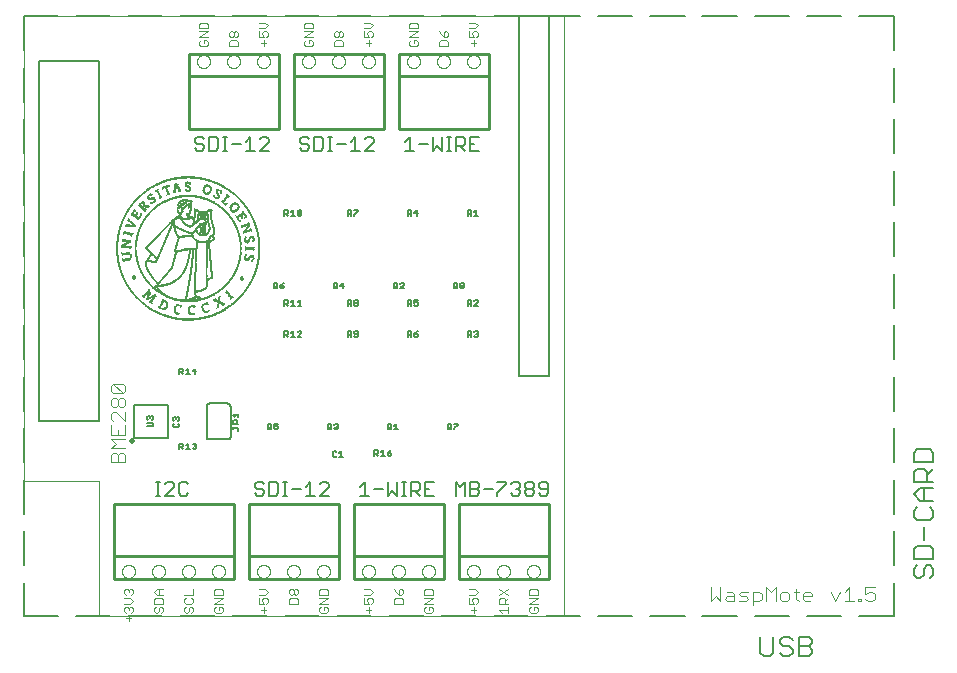
<source format=gto>
G75*
%MOIN*%
%OFA0B0*%
%FSLAX25Y25*%
%IPPOS*%
%LPD*%
%AMOC8*
5,1,8,0,0,1.08239X$1,22.5*
%
%ADD10C,0.00000*%
%ADD11C,0.00300*%
%ADD12C,0.00500*%
%ADD13C,0.00400*%
%ADD14C,0.00600*%
%ADD15C,0.01000*%
%ADD16C,0.02000*%
%ADD17R,0.03830X0.00166*%
%ADD18R,0.05670X0.00167*%
%ADD19R,0.08830X0.00167*%
%ADD20R,0.09830X0.00166*%
%ADD21R,0.02830X0.00167*%
%ADD22R,0.02500X0.00167*%
%ADD23R,0.02670X0.00167*%
%ADD24R,0.02170X0.00166*%
%ADD25R,0.02160X0.00166*%
%ADD26R,0.02000X0.00167*%
%ADD27R,0.01830X0.00167*%
%ADD28R,0.01670X0.00167*%
%ADD29R,0.01670X0.00166*%
%ADD30R,0.01500X0.00167*%
%ADD31R,0.01170X0.00167*%
%ADD32R,0.01500X0.00166*%
%ADD33R,0.01000X0.00166*%
%ADD34R,0.02000X0.00166*%
%ADD35R,0.01330X0.00166*%
%ADD36R,0.01330X0.00167*%
%ADD37R,0.02170X0.00167*%
%ADD38R,0.01340X0.00167*%
%ADD39R,0.01660X0.00167*%
%ADD40R,0.01000X0.00167*%
%ADD41R,0.01170X0.00166*%
%ADD42R,0.00830X0.00166*%
%ADD43R,0.00670X0.00167*%
%ADD44R,0.00660X0.00167*%
%ADD45R,0.00840X0.00167*%
%ADD46R,0.00830X0.00167*%
%ADD47R,0.00670X0.00166*%
%ADD48R,0.02330X0.00166*%
%ADD49R,0.01160X0.00166*%
%ADD50R,0.01160X0.00167*%
%ADD51R,0.00840X0.00166*%
%ADD52R,0.00660X0.00166*%
%ADD53R,0.00330X0.00166*%
%ADD54R,0.00500X0.00167*%
%ADD55R,0.00330X0.00167*%
%ADD56R,0.00500X0.00166*%
%ADD57R,0.01660X0.00166*%
%ADD58R,0.01840X0.00167*%
%ADD59R,0.05840X0.00167*%
%ADD60R,0.01340X0.00166*%
%ADD61R,0.06670X0.00166*%
%ADD62R,0.09000X0.00167*%
%ADD63R,0.09670X0.00167*%
%ADD64R,0.02330X0.00167*%
%ADD65R,0.00160X0.00167*%
%ADD66R,0.03000X0.00166*%
%ADD67R,0.02840X0.00167*%
%ADD68R,0.01840X0.00166*%
%ADD69R,0.01830X0.00166*%
%ADD70R,0.00340X0.00167*%
%ADD71R,0.03330X0.00166*%
%ADD72R,0.04000X0.00167*%
%ADD73R,0.00340X0.00166*%
%ADD74R,0.02500X0.00166*%
%ADD75R,0.02660X0.00167*%
%ADD76R,0.03000X0.00167*%
%ADD77R,0.03170X0.00166*%
%ADD78R,0.00170X0.00166*%
%ADD79R,0.02670X0.00166*%
%ADD80R,0.00170X0.00167*%
%ADD81R,0.03500X0.00166*%
%ADD82R,0.04670X0.00167*%
%ADD83R,0.04500X0.00167*%
%ADD84R,0.03340X0.00167*%
%ADD85R,0.03340X0.00166*%
%ADD86R,0.00160X0.00166*%
%ADD87R,0.03670X0.00166*%
%ADD88R,0.05340X0.00167*%
%ADD89R,0.04160X0.00166*%
%ADD90R,0.03830X0.00167*%
%ADD91R,0.02340X0.00167*%
%ADD92R,0.03330X0.00167*%
%ADD93R,0.03170X0.00167*%
%ADD94R,0.02340X0.00166*%
%ADD95R,0.02160X0.00167*%
%ADD96R,0.03500X0.00167*%
%ADD97R,0.03660X0.00166*%
%ADD98R,0.04340X0.00167*%
%ADD99R,0.03670X0.00167*%
%ADD100R,0.02840X0.00166*%
%ADD101R,0.02830X0.00166*%
%ADD102R,0.07000X0.00167*%
%ADD103R,0.05670X0.00166*%
%ADD104R,0.04660X0.00167*%
%ADD105R,0.09330X0.00166*%
%ADD106R,0.06670X0.00167*%
D10*
X0062595Y0031433D02*
X0062595Y0076433D01*
X0037595Y0076433D01*
X0037595Y0231433D01*
X0217595Y0231433D01*
X0217595Y0031433D01*
X0062595Y0031433D01*
X0070430Y0046433D02*
X0070432Y0046526D01*
X0070438Y0046618D01*
X0070448Y0046710D01*
X0070462Y0046801D01*
X0070479Y0046892D01*
X0070501Y0046982D01*
X0070526Y0047071D01*
X0070555Y0047159D01*
X0070588Y0047245D01*
X0070625Y0047330D01*
X0070665Y0047414D01*
X0070709Y0047495D01*
X0070756Y0047575D01*
X0070806Y0047653D01*
X0070860Y0047728D01*
X0070917Y0047801D01*
X0070977Y0047871D01*
X0071040Y0047939D01*
X0071106Y0048004D01*
X0071174Y0048066D01*
X0071245Y0048126D01*
X0071319Y0048182D01*
X0071395Y0048235D01*
X0071473Y0048284D01*
X0071553Y0048331D01*
X0071635Y0048373D01*
X0071719Y0048413D01*
X0071804Y0048448D01*
X0071891Y0048480D01*
X0071979Y0048509D01*
X0072068Y0048533D01*
X0072158Y0048554D01*
X0072249Y0048570D01*
X0072341Y0048583D01*
X0072433Y0048592D01*
X0072526Y0048597D01*
X0072618Y0048598D01*
X0072711Y0048595D01*
X0072803Y0048588D01*
X0072895Y0048577D01*
X0072986Y0048562D01*
X0073077Y0048544D01*
X0073167Y0048521D01*
X0073255Y0048495D01*
X0073343Y0048465D01*
X0073429Y0048431D01*
X0073513Y0048394D01*
X0073596Y0048352D01*
X0073677Y0048308D01*
X0073757Y0048260D01*
X0073834Y0048209D01*
X0073908Y0048154D01*
X0073981Y0048096D01*
X0074051Y0048036D01*
X0074118Y0047972D01*
X0074182Y0047906D01*
X0074244Y0047836D01*
X0074302Y0047765D01*
X0074357Y0047691D01*
X0074409Y0047614D01*
X0074458Y0047535D01*
X0074504Y0047455D01*
X0074546Y0047372D01*
X0074584Y0047288D01*
X0074619Y0047202D01*
X0074650Y0047115D01*
X0074677Y0047027D01*
X0074700Y0046937D01*
X0074720Y0046847D01*
X0074736Y0046756D01*
X0074748Y0046664D01*
X0074756Y0046572D01*
X0074760Y0046479D01*
X0074760Y0046387D01*
X0074756Y0046294D01*
X0074748Y0046202D01*
X0074736Y0046110D01*
X0074720Y0046019D01*
X0074700Y0045929D01*
X0074677Y0045839D01*
X0074650Y0045751D01*
X0074619Y0045664D01*
X0074584Y0045578D01*
X0074546Y0045494D01*
X0074504Y0045411D01*
X0074458Y0045331D01*
X0074409Y0045252D01*
X0074357Y0045175D01*
X0074302Y0045101D01*
X0074244Y0045030D01*
X0074182Y0044960D01*
X0074118Y0044894D01*
X0074051Y0044830D01*
X0073981Y0044770D01*
X0073908Y0044712D01*
X0073834Y0044657D01*
X0073757Y0044606D01*
X0073678Y0044558D01*
X0073596Y0044514D01*
X0073513Y0044472D01*
X0073429Y0044435D01*
X0073343Y0044401D01*
X0073255Y0044371D01*
X0073167Y0044345D01*
X0073077Y0044322D01*
X0072986Y0044304D01*
X0072895Y0044289D01*
X0072803Y0044278D01*
X0072711Y0044271D01*
X0072618Y0044268D01*
X0072526Y0044269D01*
X0072433Y0044274D01*
X0072341Y0044283D01*
X0072249Y0044296D01*
X0072158Y0044312D01*
X0072068Y0044333D01*
X0071979Y0044357D01*
X0071891Y0044386D01*
X0071804Y0044418D01*
X0071719Y0044453D01*
X0071635Y0044493D01*
X0071553Y0044535D01*
X0071473Y0044582D01*
X0071395Y0044631D01*
X0071319Y0044684D01*
X0071245Y0044740D01*
X0071174Y0044800D01*
X0071106Y0044862D01*
X0071040Y0044927D01*
X0070977Y0044995D01*
X0070917Y0045065D01*
X0070860Y0045138D01*
X0070806Y0045213D01*
X0070756Y0045291D01*
X0070709Y0045371D01*
X0070665Y0045452D01*
X0070625Y0045536D01*
X0070588Y0045621D01*
X0070555Y0045707D01*
X0070526Y0045795D01*
X0070501Y0045884D01*
X0070479Y0045974D01*
X0070462Y0046065D01*
X0070448Y0046156D01*
X0070438Y0046248D01*
X0070432Y0046340D01*
X0070430Y0046433D01*
X0080430Y0046433D02*
X0080432Y0046526D01*
X0080438Y0046618D01*
X0080448Y0046710D01*
X0080462Y0046801D01*
X0080479Y0046892D01*
X0080501Y0046982D01*
X0080526Y0047071D01*
X0080555Y0047159D01*
X0080588Y0047245D01*
X0080625Y0047330D01*
X0080665Y0047414D01*
X0080709Y0047495D01*
X0080756Y0047575D01*
X0080806Y0047653D01*
X0080860Y0047728D01*
X0080917Y0047801D01*
X0080977Y0047871D01*
X0081040Y0047939D01*
X0081106Y0048004D01*
X0081174Y0048066D01*
X0081245Y0048126D01*
X0081319Y0048182D01*
X0081395Y0048235D01*
X0081473Y0048284D01*
X0081553Y0048331D01*
X0081635Y0048373D01*
X0081719Y0048413D01*
X0081804Y0048448D01*
X0081891Y0048480D01*
X0081979Y0048509D01*
X0082068Y0048533D01*
X0082158Y0048554D01*
X0082249Y0048570D01*
X0082341Y0048583D01*
X0082433Y0048592D01*
X0082526Y0048597D01*
X0082618Y0048598D01*
X0082711Y0048595D01*
X0082803Y0048588D01*
X0082895Y0048577D01*
X0082986Y0048562D01*
X0083077Y0048544D01*
X0083167Y0048521D01*
X0083255Y0048495D01*
X0083343Y0048465D01*
X0083429Y0048431D01*
X0083513Y0048394D01*
X0083596Y0048352D01*
X0083677Y0048308D01*
X0083757Y0048260D01*
X0083834Y0048209D01*
X0083908Y0048154D01*
X0083981Y0048096D01*
X0084051Y0048036D01*
X0084118Y0047972D01*
X0084182Y0047906D01*
X0084244Y0047836D01*
X0084302Y0047765D01*
X0084357Y0047691D01*
X0084409Y0047614D01*
X0084458Y0047535D01*
X0084504Y0047455D01*
X0084546Y0047372D01*
X0084584Y0047288D01*
X0084619Y0047202D01*
X0084650Y0047115D01*
X0084677Y0047027D01*
X0084700Y0046937D01*
X0084720Y0046847D01*
X0084736Y0046756D01*
X0084748Y0046664D01*
X0084756Y0046572D01*
X0084760Y0046479D01*
X0084760Y0046387D01*
X0084756Y0046294D01*
X0084748Y0046202D01*
X0084736Y0046110D01*
X0084720Y0046019D01*
X0084700Y0045929D01*
X0084677Y0045839D01*
X0084650Y0045751D01*
X0084619Y0045664D01*
X0084584Y0045578D01*
X0084546Y0045494D01*
X0084504Y0045411D01*
X0084458Y0045331D01*
X0084409Y0045252D01*
X0084357Y0045175D01*
X0084302Y0045101D01*
X0084244Y0045030D01*
X0084182Y0044960D01*
X0084118Y0044894D01*
X0084051Y0044830D01*
X0083981Y0044770D01*
X0083908Y0044712D01*
X0083834Y0044657D01*
X0083757Y0044606D01*
X0083678Y0044558D01*
X0083596Y0044514D01*
X0083513Y0044472D01*
X0083429Y0044435D01*
X0083343Y0044401D01*
X0083255Y0044371D01*
X0083167Y0044345D01*
X0083077Y0044322D01*
X0082986Y0044304D01*
X0082895Y0044289D01*
X0082803Y0044278D01*
X0082711Y0044271D01*
X0082618Y0044268D01*
X0082526Y0044269D01*
X0082433Y0044274D01*
X0082341Y0044283D01*
X0082249Y0044296D01*
X0082158Y0044312D01*
X0082068Y0044333D01*
X0081979Y0044357D01*
X0081891Y0044386D01*
X0081804Y0044418D01*
X0081719Y0044453D01*
X0081635Y0044493D01*
X0081553Y0044535D01*
X0081473Y0044582D01*
X0081395Y0044631D01*
X0081319Y0044684D01*
X0081245Y0044740D01*
X0081174Y0044800D01*
X0081106Y0044862D01*
X0081040Y0044927D01*
X0080977Y0044995D01*
X0080917Y0045065D01*
X0080860Y0045138D01*
X0080806Y0045213D01*
X0080756Y0045291D01*
X0080709Y0045371D01*
X0080665Y0045452D01*
X0080625Y0045536D01*
X0080588Y0045621D01*
X0080555Y0045707D01*
X0080526Y0045795D01*
X0080501Y0045884D01*
X0080479Y0045974D01*
X0080462Y0046065D01*
X0080448Y0046156D01*
X0080438Y0046248D01*
X0080432Y0046340D01*
X0080430Y0046433D01*
X0090430Y0046433D02*
X0090432Y0046526D01*
X0090438Y0046618D01*
X0090448Y0046710D01*
X0090462Y0046801D01*
X0090479Y0046892D01*
X0090501Y0046982D01*
X0090526Y0047071D01*
X0090555Y0047159D01*
X0090588Y0047245D01*
X0090625Y0047330D01*
X0090665Y0047414D01*
X0090709Y0047495D01*
X0090756Y0047575D01*
X0090806Y0047653D01*
X0090860Y0047728D01*
X0090917Y0047801D01*
X0090977Y0047871D01*
X0091040Y0047939D01*
X0091106Y0048004D01*
X0091174Y0048066D01*
X0091245Y0048126D01*
X0091319Y0048182D01*
X0091395Y0048235D01*
X0091473Y0048284D01*
X0091553Y0048331D01*
X0091635Y0048373D01*
X0091719Y0048413D01*
X0091804Y0048448D01*
X0091891Y0048480D01*
X0091979Y0048509D01*
X0092068Y0048533D01*
X0092158Y0048554D01*
X0092249Y0048570D01*
X0092341Y0048583D01*
X0092433Y0048592D01*
X0092526Y0048597D01*
X0092618Y0048598D01*
X0092711Y0048595D01*
X0092803Y0048588D01*
X0092895Y0048577D01*
X0092986Y0048562D01*
X0093077Y0048544D01*
X0093167Y0048521D01*
X0093255Y0048495D01*
X0093343Y0048465D01*
X0093429Y0048431D01*
X0093513Y0048394D01*
X0093596Y0048352D01*
X0093677Y0048308D01*
X0093757Y0048260D01*
X0093834Y0048209D01*
X0093908Y0048154D01*
X0093981Y0048096D01*
X0094051Y0048036D01*
X0094118Y0047972D01*
X0094182Y0047906D01*
X0094244Y0047836D01*
X0094302Y0047765D01*
X0094357Y0047691D01*
X0094409Y0047614D01*
X0094458Y0047535D01*
X0094504Y0047455D01*
X0094546Y0047372D01*
X0094584Y0047288D01*
X0094619Y0047202D01*
X0094650Y0047115D01*
X0094677Y0047027D01*
X0094700Y0046937D01*
X0094720Y0046847D01*
X0094736Y0046756D01*
X0094748Y0046664D01*
X0094756Y0046572D01*
X0094760Y0046479D01*
X0094760Y0046387D01*
X0094756Y0046294D01*
X0094748Y0046202D01*
X0094736Y0046110D01*
X0094720Y0046019D01*
X0094700Y0045929D01*
X0094677Y0045839D01*
X0094650Y0045751D01*
X0094619Y0045664D01*
X0094584Y0045578D01*
X0094546Y0045494D01*
X0094504Y0045411D01*
X0094458Y0045331D01*
X0094409Y0045252D01*
X0094357Y0045175D01*
X0094302Y0045101D01*
X0094244Y0045030D01*
X0094182Y0044960D01*
X0094118Y0044894D01*
X0094051Y0044830D01*
X0093981Y0044770D01*
X0093908Y0044712D01*
X0093834Y0044657D01*
X0093757Y0044606D01*
X0093678Y0044558D01*
X0093596Y0044514D01*
X0093513Y0044472D01*
X0093429Y0044435D01*
X0093343Y0044401D01*
X0093255Y0044371D01*
X0093167Y0044345D01*
X0093077Y0044322D01*
X0092986Y0044304D01*
X0092895Y0044289D01*
X0092803Y0044278D01*
X0092711Y0044271D01*
X0092618Y0044268D01*
X0092526Y0044269D01*
X0092433Y0044274D01*
X0092341Y0044283D01*
X0092249Y0044296D01*
X0092158Y0044312D01*
X0092068Y0044333D01*
X0091979Y0044357D01*
X0091891Y0044386D01*
X0091804Y0044418D01*
X0091719Y0044453D01*
X0091635Y0044493D01*
X0091553Y0044535D01*
X0091473Y0044582D01*
X0091395Y0044631D01*
X0091319Y0044684D01*
X0091245Y0044740D01*
X0091174Y0044800D01*
X0091106Y0044862D01*
X0091040Y0044927D01*
X0090977Y0044995D01*
X0090917Y0045065D01*
X0090860Y0045138D01*
X0090806Y0045213D01*
X0090756Y0045291D01*
X0090709Y0045371D01*
X0090665Y0045452D01*
X0090625Y0045536D01*
X0090588Y0045621D01*
X0090555Y0045707D01*
X0090526Y0045795D01*
X0090501Y0045884D01*
X0090479Y0045974D01*
X0090462Y0046065D01*
X0090448Y0046156D01*
X0090438Y0046248D01*
X0090432Y0046340D01*
X0090430Y0046433D01*
X0100430Y0046433D02*
X0100432Y0046526D01*
X0100438Y0046618D01*
X0100448Y0046710D01*
X0100462Y0046801D01*
X0100479Y0046892D01*
X0100501Y0046982D01*
X0100526Y0047071D01*
X0100555Y0047159D01*
X0100588Y0047245D01*
X0100625Y0047330D01*
X0100665Y0047414D01*
X0100709Y0047495D01*
X0100756Y0047575D01*
X0100806Y0047653D01*
X0100860Y0047728D01*
X0100917Y0047801D01*
X0100977Y0047871D01*
X0101040Y0047939D01*
X0101106Y0048004D01*
X0101174Y0048066D01*
X0101245Y0048126D01*
X0101319Y0048182D01*
X0101395Y0048235D01*
X0101473Y0048284D01*
X0101553Y0048331D01*
X0101635Y0048373D01*
X0101719Y0048413D01*
X0101804Y0048448D01*
X0101891Y0048480D01*
X0101979Y0048509D01*
X0102068Y0048533D01*
X0102158Y0048554D01*
X0102249Y0048570D01*
X0102341Y0048583D01*
X0102433Y0048592D01*
X0102526Y0048597D01*
X0102618Y0048598D01*
X0102711Y0048595D01*
X0102803Y0048588D01*
X0102895Y0048577D01*
X0102986Y0048562D01*
X0103077Y0048544D01*
X0103167Y0048521D01*
X0103255Y0048495D01*
X0103343Y0048465D01*
X0103429Y0048431D01*
X0103513Y0048394D01*
X0103596Y0048352D01*
X0103677Y0048308D01*
X0103757Y0048260D01*
X0103834Y0048209D01*
X0103908Y0048154D01*
X0103981Y0048096D01*
X0104051Y0048036D01*
X0104118Y0047972D01*
X0104182Y0047906D01*
X0104244Y0047836D01*
X0104302Y0047765D01*
X0104357Y0047691D01*
X0104409Y0047614D01*
X0104458Y0047535D01*
X0104504Y0047455D01*
X0104546Y0047372D01*
X0104584Y0047288D01*
X0104619Y0047202D01*
X0104650Y0047115D01*
X0104677Y0047027D01*
X0104700Y0046937D01*
X0104720Y0046847D01*
X0104736Y0046756D01*
X0104748Y0046664D01*
X0104756Y0046572D01*
X0104760Y0046479D01*
X0104760Y0046387D01*
X0104756Y0046294D01*
X0104748Y0046202D01*
X0104736Y0046110D01*
X0104720Y0046019D01*
X0104700Y0045929D01*
X0104677Y0045839D01*
X0104650Y0045751D01*
X0104619Y0045664D01*
X0104584Y0045578D01*
X0104546Y0045494D01*
X0104504Y0045411D01*
X0104458Y0045331D01*
X0104409Y0045252D01*
X0104357Y0045175D01*
X0104302Y0045101D01*
X0104244Y0045030D01*
X0104182Y0044960D01*
X0104118Y0044894D01*
X0104051Y0044830D01*
X0103981Y0044770D01*
X0103908Y0044712D01*
X0103834Y0044657D01*
X0103757Y0044606D01*
X0103678Y0044558D01*
X0103596Y0044514D01*
X0103513Y0044472D01*
X0103429Y0044435D01*
X0103343Y0044401D01*
X0103255Y0044371D01*
X0103167Y0044345D01*
X0103077Y0044322D01*
X0102986Y0044304D01*
X0102895Y0044289D01*
X0102803Y0044278D01*
X0102711Y0044271D01*
X0102618Y0044268D01*
X0102526Y0044269D01*
X0102433Y0044274D01*
X0102341Y0044283D01*
X0102249Y0044296D01*
X0102158Y0044312D01*
X0102068Y0044333D01*
X0101979Y0044357D01*
X0101891Y0044386D01*
X0101804Y0044418D01*
X0101719Y0044453D01*
X0101635Y0044493D01*
X0101553Y0044535D01*
X0101473Y0044582D01*
X0101395Y0044631D01*
X0101319Y0044684D01*
X0101245Y0044740D01*
X0101174Y0044800D01*
X0101106Y0044862D01*
X0101040Y0044927D01*
X0100977Y0044995D01*
X0100917Y0045065D01*
X0100860Y0045138D01*
X0100806Y0045213D01*
X0100756Y0045291D01*
X0100709Y0045371D01*
X0100665Y0045452D01*
X0100625Y0045536D01*
X0100588Y0045621D01*
X0100555Y0045707D01*
X0100526Y0045795D01*
X0100501Y0045884D01*
X0100479Y0045974D01*
X0100462Y0046065D01*
X0100448Y0046156D01*
X0100438Y0046248D01*
X0100432Y0046340D01*
X0100430Y0046433D01*
X0115430Y0046433D02*
X0115432Y0046526D01*
X0115438Y0046618D01*
X0115448Y0046710D01*
X0115462Y0046801D01*
X0115479Y0046892D01*
X0115501Y0046982D01*
X0115526Y0047071D01*
X0115555Y0047159D01*
X0115588Y0047245D01*
X0115625Y0047330D01*
X0115665Y0047414D01*
X0115709Y0047495D01*
X0115756Y0047575D01*
X0115806Y0047653D01*
X0115860Y0047728D01*
X0115917Y0047801D01*
X0115977Y0047871D01*
X0116040Y0047939D01*
X0116106Y0048004D01*
X0116174Y0048066D01*
X0116245Y0048126D01*
X0116319Y0048182D01*
X0116395Y0048235D01*
X0116473Y0048284D01*
X0116553Y0048331D01*
X0116635Y0048373D01*
X0116719Y0048413D01*
X0116804Y0048448D01*
X0116891Y0048480D01*
X0116979Y0048509D01*
X0117068Y0048533D01*
X0117158Y0048554D01*
X0117249Y0048570D01*
X0117341Y0048583D01*
X0117433Y0048592D01*
X0117526Y0048597D01*
X0117618Y0048598D01*
X0117711Y0048595D01*
X0117803Y0048588D01*
X0117895Y0048577D01*
X0117986Y0048562D01*
X0118077Y0048544D01*
X0118167Y0048521D01*
X0118255Y0048495D01*
X0118343Y0048465D01*
X0118429Y0048431D01*
X0118513Y0048394D01*
X0118596Y0048352D01*
X0118677Y0048308D01*
X0118757Y0048260D01*
X0118834Y0048209D01*
X0118908Y0048154D01*
X0118981Y0048096D01*
X0119051Y0048036D01*
X0119118Y0047972D01*
X0119182Y0047906D01*
X0119244Y0047836D01*
X0119302Y0047765D01*
X0119357Y0047691D01*
X0119409Y0047614D01*
X0119458Y0047535D01*
X0119504Y0047455D01*
X0119546Y0047372D01*
X0119584Y0047288D01*
X0119619Y0047202D01*
X0119650Y0047115D01*
X0119677Y0047027D01*
X0119700Y0046937D01*
X0119720Y0046847D01*
X0119736Y0046756D01*
X0119748Y0046664D01*
X0119756Y0046572D01*
X0119760Y0046479D01*
X0119760Y0046387D01*
X0119756Y0046294D01*
X0119748Y0046202D01*
X0119736Y0046110D01*
X0119720Y0046019D01*
X0119700Y0045929D01*
X0119677Y0045839D01*
X0119650Y0045751D01*
X0119619Y0045664D01*
X0119584Y0045578D01*
X0119546Y0045494D01*
X0119504Y0045411D01*
X0119458Y0045331D01*
X0119409Y0045252D01*
X0119357Y0045175D01*
X0119302Y0045101D01*
X0119244Y0045030D01*
X0119182Y0044960D01*
X0119118Y0044894D01*
X0119051Y0044830D01*
X0118981Y0044770D01*
X0118908Y0044712D01*
X0118834Y0044657D01*
X0118757Y0044606D01*
X0118678Y0044558D01*
X0118596Y0044514D01*
X0118513Y0044472D01*
X0118429Y0044435D01*
X0118343Y0044401D01*
X0118255Y0044371D01*
X0118167Y0044345D01*
X0118077Y0044322D01*
X0117986Y0044304D01*
X0117895Y0044289D01*
X0117803Y0044278D01*
X0117711Y0044271D01*
X0117618Y0044268D01*
X0117526Y0044269D01*
X0117433Y0044274D01*
X0117341Y0044283D01*
X0117249Y0044296D01*
X0117158Y0044312D01*
X0117068Y0044333D01*
X0116979Y0044357D01*
X0116891Y0044386D01*
X0116804Y0044418D01*
X0116719Y0044453D01*
X0116635Y0044493D01*
X0116553Y0044535D01*
X0116473Y0044582D01*
X0116395Y0044631D01*
X0116319Y0044684D01*
X0116245Y0044740D01*
X0116174Y0044800D01*
X0116106Y0044862D01*
X0116040Y0044927D01*
X0115977Y0044995D01*
X0115917Y0045065D01*
X0115860Y0045138D01*
X0115806Y0045213D01*
X0115756Y0045291D01*
X0115709Y0045371D01*
X0115665Y0045452D01*
X0115625Y0045536D01*
X0115588Y0045621D01*
X0115555Y0045707D01*
X0115526Y0045795D01*
X0115501Y0045884D01*
X0115479Y0045974D01*
X0115462Y0046065D01*
X0115448Y0046156D01*
X0115438Y0046248D01*
X0115432Y0046340D01*
X0115430Y0046433D01*
X0125430Y0046433D02*
X0125432Y0046526D01*
X0125438Y0046618D01*
X0125448Y0046710D01*
X0125462Y0046801D01*
X0125479Y0046892D01*
X0125501Y0046982D01*
X0125526Y0047071D01*
X0125555Y0047159D01*
X0125588Y0047245D01*
X0125625Y0047330D01*
X0125665Y0047414D01*
X0125709Y0047495D01*
X0125756Y0047575D01*
X0125806Y0047653D01*
X0125860Y0047728D01*
X0125917Y0047801D01*
X0125977Y0047871D01*
X0126040Y0047939D01*
X0126106Y0048004D01*
X0126174Y0048066D01*
X0126245Y0048126D01*
X0126319Y0048182D01*
X0126395Y0048235D01*
X0126473Y0048284D01*
X0126553Y0048331D01*
X0126635Y0048373D01*
X0126719Y0048413D01*
X0126804Y0048448D01*
X0126891Y0048480D01*
X0126979Y0048509D01*
X0127068Y0048533D01*
X0127158Y0048554D01*
X0127249Y0048570D01*
X0127341Y0048583D01*
X0127433Y0048592D01*
X0127526Y0048597D01*
X0127618Y0048598D01*
X0127711Y0048595D01*
X0127803Y0048588D01*
X0127895Y0048577D01*
X0127986Y0048562D01*
X0128077Y0048544D01*
X0128167Y0048521D01*
X0128255Y0048495D01*
X0128343Y0048465D01*
X0128429Y0048431D01*
X0128513Y0048394D01*
X0128596Y0048352D01*
X0128677Y0048308D01*
X0128757Y0048260D01*
X0128834Y0048209D01*
X0128908Y0048154D01*
X0128981Y0048096D01*
X0129051Y0048036D01*
X0129118Y0047972D01*
X0129182Y0047906D01*
X0129244Y0047836D01*
X0129302Y0047765D01*
X0129357Y0047691D01*
X0129409Y0047614D01*
X0129458Y0047535D01*
X0129504Y0047455D01*
X0129546Y0047372D01*
X0129584Y0047288D01*
X0129619Y0047202D01*
X0129650Y0047115D01*
X0129677Y0047027D01*
X0129700Y0046937D01*
X0129720Y0046847D01*
X0129736Y0046756D01*
X0129748Y0046664D01*
X0129756Y0046572D01*
X0129760Y0046479D01*
X0129760Y0046387D01*
X0129756Y0046294D01*
X0129748Y0046202D01*
X0129736Y0046110D01*
X0129720Y0046019D01*
X0129700Y0045929D01*
X0129677Y0045839D01*
X0129650Y0045751D01*
X0129619Y0045664D01*
X0129584Y0045578D01*
X0129546Y0045494D01*
X0129504Y0045411D01*
X0129458Y0045331D01*
X0129409Y0045252D01*
X0129357Y0045175D01*
X0129302Y0045101D01*
X0129244Y0045030D01*
X0129182Y0044960D01*
X0129118Y0044894D01*
X0129051Y0044830D01*
X0128981Y0044770D01*
X0128908Y0044712D01*
X0128834Y0044657D01*
X0128757Y0044606D01*
X0128678Y0044558D01*
X0128596Y0044514D01*
X0128513Y0044472D01*
X0128429Y0044435D01*
X0128343Y0044401D01*
X0128255Y0044371D01*
X0128167Y0044345D01*
X0128077Y0044322D01*
X0127986Y0044304D01*
X0127895Y0044289D01*
X0127803Y0044278D01*
X0127711Y0044271D01*
X0127618Y0044268D01*
X0127526Y0044269D01*
X0127433Y0044274D01*
X0127341Y0044283D01*
X0127249Y0044296D01*
X0127158Y0044312D01*
X0127068Y0044333D01*
X0126979Y0044357D01*
X0126891Y0044386D01*
X0126804Y0044418D01*
X0126719Y0044453D01*
X0126635Y0044493D01*
X0126553Y0044535D01*
X0126473Y0044582D01*
X0126395Y0044631D01*
X0126319Y0044684D01*
X0126245Y0044740D01*
X0126174Y0044800D01*
X0126106Y0044862D01*
X0126040Y0044927D01*
X0125977Y0044995D01*
X0125917Y0045065D01*
X0125860Y0045138D01*
X0125806Y0045213D01*
X0125756Y0045291D01*
X0125709Y0045371D01*
X0125665Y0045452D01*
X0125625Y0045536D01*
X0125588Y0045621D01*
X0125555Y0045707D01*
X0125526Y0045795D01*
X0125501Y0045884D01*
X0125479Y0045974D01*
X0125462Y0046065D01*
X0125448Y0046156D01*
X0125438Y0046248D01*
X0125432Y0046340D01*
X0125430Y0046433D01*
X0135430Y0046433D02*
X0135432Y0046526D01*
X0135438Y0046618D01*
X0135448Y0046710D01*
X0135462Y0046801D01*
X0135479Y0046892D01*
X0135501Y0046982D01*
X0135526Y0047071D01*
X0135555Y0047159D01*
X0135588Y0047245D01*
X0135625Y0047330D01*
X0135665Y0047414D01*
X0135709Y0047495D01*
X0135756Y0047575D01*
X0135806Y0047653D01*
X0135860Y0047728D01*
X0135917Y0047801D01*
X0135977Y0047871D01*
X0136040Y0047939D01*
X0136106Y0048004D01*
X0136174Y0048066D01*
X0136245Y0048126D01*
X0136319Y0048182D01*
X0136395Y0048235D01*
X0136473Y0048284D01*
X0136553Y0048331D01*
X0136635Y0048373D01*
X0136719Y0048413D01*
X0136804Y0048448D01*
X0136891Y0048480D01*
X0136979Y0048509D01*
X0137068Y0048533D01*
X0137158Y0048554D01*
X0137249Y0048570D01*
X0137341Y0048583D01*
X0137433Y0048592D01*
X0137526Y0048597D01*
X0137618Y0048598D01*
X0137711Y0048595D01*
X0137803Y0048588D01*
X0137895Y0048577D01*
X0137986Y0048562D01*
X0138077Y0048544D01*
X0138167Y0048521D01*
X0138255Y0048495D01*
X0138343Y0048465D01*
X0138429Y0048431D01*
X0138513Y0048394D01*
X0138596Y0048352D01*
X0138677Y0048308D01*
X0138757Y0048260D01*
X0138834Y0048209D01*
X0138908Y0048154D01*
X0138981Y0048096D01*
X0139051Y0048036D01*
X0139118Y0047972D01*
X0139182Y0047906D01*
X0139244Y0047836D01*
X0139302Y0047765D01*
X0139357Y0047691D01*
X0139409Y0047614D01*
X0139458Y0047535D01*
X0139504Y0047455D01*
X0139546Y0047372D01*
X0139584Y0047288D01*
X0139619Y0047202D01*
X0139650Y0047115D01*
X0139677Y0047027D01*
X0139700Y0046937D01*
X0139720Y0046847D01*
X0139736Y0046756D01*
X0139748Y0046664D01*
X0139756Y0046572D01*
X0139760Y0046479D01*
X0139760Y0046387D01*
X0139756Y0046294D01*
X0139748Y0046202D01*
X0139736Y0046110D01*
X0139720Y0046019D01*
X0139700Y0045929D01*
X0139677Y0045839D01*
X0139650Y0045751D01*
X0139619Y0045664D01*
X0139584Y0045578D01*
X0139546Y0045494D01*
X0139504Y0045411D01*
X0139458Y0045331D01*
X0139409Y0045252D01*
X0139357Y0045175D01*
X0139302Y0045101D01*
X0139244Y0045030D01*
X0139182Y0044960D01*
X0139118Y0044894D01*
X0139051Y0044830D01*
X0138981Y0044770D01*
X0138908Y0044712D01*
X0138834Y0044657D01*
X0138757Y0044606D01*
X0138678Y0044558D01*
X0138596Y0044514D01*
X0138513Y0044472D01*
X0138429Y0044435D01*
X0138343Y0044401D01*
X0138255Y0044371D01*
X0138167Y0044345D01*
X0138077Y0044322D01*
X0137986Y0044304D01*
X0137895Y0044289D01*
X0137803Y0044278D01*
X0137711Y0044271D01*
X0137618Y0044268D01*
X0137526Y0044269D01*
X0137433Y0044274D01*
X0137341Y0044283D01*
X0137249Y0044296D01*
X0137158Y0044312D01*
X0137068Y0044333D01*
X0136979Y0044357D01*
X0136891Y0044386D01*
X0136804Y0044418D01*
X0136719Y0044453D01*
X0136635Y0044493D01*
X0136553Y0044535D01*
X0136473Y0044582D01*
X0136395Y0044631D01*
X0136319Y0044684D01*
X0136245Y0044740D01*
X0136174Y0044800D01*
X0136106Y0044862D01*
X0136040Y0044927D01*
X0135977Y0044995D01*
X0135917Y0045065D01*
X0135860Y0045138D01*
X0135806Y0045213D01*
X0135756Y0045291D01*
X0135709Y0045371D01*
X0135665Y0045452D01*
X0135625Y0045536D01*
X0135588Y0045621D01*
X0135555Y0045707D01*
X0135526Y0045795D01*
X0135501Y0045884D01*
X0135479Y0045974D01*
X0135462Y0046065D01*
X0135448Y0046156D01*
X0135438Y0046248D01*
X0135432Y0046340D01*
X0135430Y0046433D01*
X0150430Y0046433D02*
X0150432Y0046526D01*
X0150438Y0046618D01*
X0150448Y0046710D01*
X0150462Y0046801D01*
X0150479Y0046892D01*
X0150501Y0046982D01*
X0150526Y0047071D01*
X0150555Y0047159D01*
X0150588Y0047245D01*
X0150625Y0047330D01*
X0150665Y0047414D01*
X0150709Y0047495D01*
X0150756Y0047575D01*
X0150806Y0047653D01*
X0150860Y0047728D01*
X0150917Y0047801D01*
X0150977Y0047871D01*
X0151040Y0047939D01*
X0151106Y0048004D01*
X0151174Y0048066D01*
X0151245Y0048126D01*
X0151319Y0048182D01*
X0151395Y0048235D01*
X0151473Y0048284D01*
X0151553Y0048331D01*
X0151635Y0048373D01*
X0151719Y0048413D01*
X0151804Y0048448D01*
X0151891Y0048480D01*
X0151979Y0048509D01*
X0152068Y0048533D01*
X0152158Y0048554D01*
X0152249Y0048570D01*
X0152341Y0048583D01*
X0152433Y0048592D01*
X0152526Y0048597D01*
X0152618Y0048598D01*
X0152711Y0048595D01*
X0152803Y0048588D01*
X0152895Y0048577D01*
X0152986Y0048562D01*
X0153077Y0048544D01*
X0153167Y0048521D01*
X0153255Y0048495D01*
X0153343Y0048465D01*
X0153429Y0048431D01*
X0153513Y0048394D01*
X0153596Y0048352D01*
X0153677Y0048308D01*
X0153757Y0048260D01*
X0153834Y0048209D01*
X0153908Y0048154D01*
X0153981Y0048096D01*
X0154051Y0048036D01*
X0154118Y0047972D01*
X0154182Y0047906D01*
X0154244Y0047836D01*
X0154302Y0047765D01*
X0154357Y0047691D01*
X0154409Y0047614D01*
X0154458Y0047535D01*
X0154504Y0047455D01*
X0154546Y0047372D01*
X0154584Y0047288D01*
X0154619Y0047202D01*
X0154650Y0047115D01*
X0154677Y0047027D01*
X0154700Y0046937D01*
X0154720Y0046847D01*
X0154736Y0046756D01*
X0154748Y0046664D01*
X0154756Y0046572D01*
X0154760Y0046479D01*
X0154760Y0046387D01*
X0154756Y0046294D01*
X0154748Y0046202D01*
X0154736Y0046110D01*
X0154720Y0046019D01*
X0154700Y0045929D01*
X0154677Y0045839D01*
X0154650Y0045751D01*
X0154619Y0045664D01*
X0154584Y0045578D01*
X0154546Y0045494D01*
X0154504Y0045411D01*
X0154458Y0045331D01*
X0154409Y0045252D01*
X0154357Y0045175D01*
X0154302Y0045101D01*
X0154244Y0045030D01*
X0154182Y0044960D01*
X0154118Y0044894D01*
X0154051Y0044830D01*
X0153981Y0044770D01*
X0153908Y0044712D01*
X0153834Y0044657D01*
X0153757Y0044606D01*
X0153678Y0044558D01*
X0153596Y0044514D01*
X0153513Y0044472D01*
X0153429Y0044435D01*
X0153343Y0044401D01*
X0153255Y0044371D01*
X0153167Y0044345D01*
X0153077Y0044322D01*
X0152986Y0044304D01*
X0152895Y0044289D01*
X0152803Y0044278D01*
X0152711Y0044271D01*
X0152618Y0044268D01*
X0152526Y0044269D01*
X0152433Y0044274D01*
X0152341Y0044283D01*
X0152249Y0044296D01*
X0152158Y0044312D01*
X0152068Y0044333D01*
X0151979Y0044357D01*
X0151891Y0044386D01*
X0151804Y0044418D01*
X0151719Y0044453D01*
X0151635Y0044493D01*
X0151553Y0044535D01*
X0151473Y0044582D01*
X0151395Y0044631D01*
X0151319Y0044684D01*
X0151245Y0044740D01*
X0151174Y0044800D01*
X0151106Y0044862D01*
X0151040Y0044927D01*
X0150977Y0044995D01*
X0150917Y0045065D01*
X0150860Y0045138D01*
X0150806Y0045213D01*
X0150756Y0045291D01*
X0150709Y0045371D01*
X0150665Y0045452D01*
X0150625Y0045536D01*
X0150588Y0045621D01*
X0150555Y0045707D01*
X0150526Y0045795D01*
X0150501Y0045884D01*
X0150479Y0045974D01*
X0150462Y0046065D01*
X0150448Y0046156D01*
X0150438Y0046248D01*
X0150432Y0046340D01*
X0150430Y0046433D01*
X0160430Y0046433D02*
X0160432Y0046526D01*
X0160438Y0046618D01*
X0160448Y0046710D01*
X0160462Y0046801D01*
X0160479Y0046892D01*
X0160501Y0046982D01*
X0160526Y0047071D01*
X0160555Y0047159D01*
X0160588Y0047245D01*
X0160625Y0047330D01*
X0160665Y0047414D01*
X0160709Y0047495D01*
X0160756Y0047575D01*
X0160806Y0047653D01*
X0160860Y0047728D01*
X0160917Y0047801D01*
X0160977Y0047871D01*
X0161040Y0047939D01*
X0161106Y0048004D01*
X0161174Y0048066D01*
X0161245Y0048126D01*
X0161319Y0048182D01*
X0161395Y0048235D01*
X0161473Y0048284D01*
X0161553Y0048331D01*
X0161635Y0048373D01*
X0161719Y0048413D01*
X0161804Y0048448D01*
X0161891Y0048480D01*
X0161979Y0048509D01*
X0162068Y0048533D01*
X0162158Y0048554D01*
X0162249Y0048570D01*
X0162341Y0048583D01*
X0162433Y0048592D01*
X0162526Y0048597D01*
X0162618Y0048598D01*
X0162711Y0048595D01*
X0162803Y0048588D01*
X0162895Y0048577D01*
X0162986Y0048562D01*
X0163077Y0048544D01*
X0163167Y0048521D01*
X0163255Y0048495D01*
X0163343Y0048465D01*
X0163429Y0048431D01*
X0163513Y0048394D01*
X0163596Y0048352D01*
X0163677Y0048308D01*
X0163757Y0048260D01*
X0163834Y0048209D01*
X0163908Y0048154D01*
X0163981Y0048096D01*
X0164051Y0048036D01*
X0164118Y0047972D01*
X0164182Y0047906D01*
X0164244Y0047836D01*
X0164302Y0047765D01*
X0164357Y0047691D01*
X0164409Y0047614D01*
X0164458Y0047535D01*
X0164504Y0047455D01*
X0164546Y0047372D01*
X0164584Y0047288D01*
X0164619Y0047202D01*
X0164650Y0047115D01*
X0164677Y0047027D01*
X0164700Y0046937D01*
X0164720Y0046847D01*
X0164736Y0046756D01*
X0164748Y0046664D01*
X0164756Y0046572D01*
X0164760Y0046479D01*
X0164760Y0046387D01*
X0164756Y0046294D01*
X0164748Y0046202D01*
X0164736Y0046110D01*
X0164720Y0046019D01*
X0164700Y0045929D01*
X0164677Y0045839D01*
X0164650Y0045751D01*
X0164619Y0045664D01*
X0164584Y0045578D01*
X0164546Y0045494D01*
X0164504Y0045411D01*
X0164458Y0045331D01*
X0164409Y0045252D01*
X0164357Y0045175D01*
X0164302Y0045101D01*
X0164244Y0045030D01*
X0164182Y0044960D01*
X0164118Y0044894D01*
X0164051Y0044830D01*
X0163981Y0044770D01*
X0163908Y0044712D01*
X0163834Y0044657D01*
X0163757Y0044606D01*
X0163678Y0044558D01*
X0163596Y0044514D01*
X0163513Y0044472D01*
X0163429Y0044435D01*
X0163343Y0044401D01*
X0163255Y0044371D01*
X0163167Y0044345D01*
X0163077Y0044322D01*
X0162986Y0044304D01*
X0162895Y0044289D01*
X0162803Y0044278D01*
X0162711Y0044271D01*
X0162618Y0044268D01*
X0162526Y0044269D01*
X0162433Y0044274D01*
X0162341Y0044283D01*
X0162249Y0044296D01*
X0162158Y0044312D01*
X0162068Y0044333D01*
X0161979Y0044357D01*
X0161891Y0044386D01*
X0161804Y0044418D01*
X0161719Y0044453D01*
X0161635Y0044493D01*
X0161553Y0044535D01*
X0161473Y0044582D01*
X0161395Y0044631D01*
X0161319Y0044684D01*
X0161245Y0044740D01*
X0161174Y0044800D01*
X0161106Y0044862D01*
X0161040Y0044927D01*
X0160977Y0044995D01*
X0160917Y0045065D01*
X0160860Y0045138D01*
X0160806Y0045213D01*
X0160756Y0045291D01*
X0160709Y0045371D01*
X0160665Y0045452D01*
X0160625Y0045536D01*
X0160588Y0045621D01*
X0160555Y0045707D01*
X0160526Y0045795D01*
X0160501Y0045884D01*
X0160479Y0045974D01*
X0160462Y0046065D01*
X0160448Y0046156D01*
X0160438Y0046248D01*
X0160432Y0046340D01*
X0160430Y0046433D01*
X0170430Y0046433D02*
X0170432Y0046526D01*
X0170438Y0046618D01*
X0170448Y0046710D01*
X0170462Y0046801D01*
X0170479Y0046892D01*
X0170501Y0046982D01*
X0170526Y0047071D01*
X0170555Y0047159D01*
X0170588Y0047245D01*
X0170625Y0047330D01*
X0170665Y0047414D01*
X0170709Y0047495D01*
X0170756Y0047575D01*
X0170806Y0047653D01*
X0170860Y0047728D01*
X0170917Y0047801D01*
X0170977Y0047871D01*
X0171040Y0047939D01*
X0171106Y0048004D01*
X0171174Y0048066D01*
X0171245Y0048126D01*
X0171319Y0048182D01*
X0171395Y0048235D01*
X0171473Y0048284D01*
X0171553Y0048331D01*
X0171635Y0048373D01*
X0171719Y0048413D01*
X0171804Y0048448D01*
X0171891Y0048480D01*
X0171979Y0048509D01*
X0172068Y0048533D01*
X0172158Y0048554D01*
X0172249Y0048570D01*
X0172341Y0048583D01*
X0172433Y0048592D01*
X0172526Y0048597D01*
X0172618Y0048598D01*
X0172711Y0048595D01*
X0172803Y0048588D01*
X0172895Y0048577D01*
X0172986Y0048562D01*
X0173077Y0048544D01*
X0173167Y0048521D01*
X0173255Y0048495D01*
X0173343Y0048465D01*
X0173429Y0048431D01*
X0173513Y0048394D01*
X0173596Y0048352D01*
X0173677Y0048308D01*
X0173757Y0048260D01*
X0173834Y0048209D01*
X0173908Y0048154D01*
X0173981Y0048096D01*
X0174051Y0048036D01*
X0174118Y0047972D01*
X0174182Y0047906D01*
X0174244Y0047836D01*
X0174302Y0047765D01*
X0174357Y0047691D01*
X0174409Y0047614D01*
X0174458Y0047535D01*
X0174504Y0047455D01*
X0174546Y0047372D01*
X0174584Y0047288D01*
X0174619Y0047202D01*
X0174650Y0047115D01*
X0174677Y0047027D01*
X0174700Y0046937D01*
X0174720Y0046847D01*
X0174736Y0046756D01*
X0174748Y0046664D01*
X0174756Y0046572D01*
X0174760Y0046479D01*
X0174760Y0046387D01*
X0174756Y0046294D01*
X0174748Y0046202D01*
X0174736Y0046110D01*
X0174720Y0046019D01*
X0174700Y0045929D01*
X0174677Y0045839D01*
X0174650Y0045751D01*
X0174619Y0045664D01*
X0174584Y0045578D01*
X0174546Y0045494D01*
X0174504Y0045411D01*
X0174458Y0045331D01*
X0174409Y0045252D01*
X0174357Y0045175D01*
X0174302Y0045101D01*
X0174244Y0045030D01*
X0174182Y0044960D01*
X0174118Y0044894D01*
X0174051Y0044830D01*
X0173981Y0044770D01*
X0173908Y0044712D01*
X0173834Y0044657D01*
X0173757Y0044606D01*
X0173678Y0044558D01*
X0173596Y0044514D01*
X0173513Y0044472D01*
X0173429Y0044435D01*
X0173343Y0044401D01*
X0173255Y0044371D01*
X0173167Y0044345D01*
X0173077Y0044322D01*
X0172986Y0044304D01*
X0172895Y0044289D01*
X0172803Y0044278D01*
X0172711Y0044271D01*
X0172618Y0044268D01*
X0172526Y0044269D01*
X0172433Y0044274D01*
X0172341Y0044283D01*
X0172249Y0044296D01*
X0172158Y0044312D01*
X0172068Y0044333D01*
X0171979Y0044357D01*
X0171891Y0044386D01*
X0171804Y0044418D01*
X0171719Y0044453D01*
X0171635Y0044493D01*
X0171553Y0044535D01*
X0171473Y0044582D01*
X0171395Y0044631D01*
X0171319Y0044684D01*
X0171245Y0044740D01*
X0171174Y0044800D01*
X0171106Y0044862D01*
X0171040Y0044927D01*
X0170977Y0044995D01*
X0170917Y0045065D01*
X0170860Y0045138D01*
X0170806Y0045213D01*
X0170756Y0045291D01*
X0170709Y0045371D01*
X0170665Y0045452D01*
X0170625Y0045536D01*
X0170588Y0045621D01*
X0170555Y0045707D01*
X0170526Y0045795D01*
X0170501Y0045884D01*
X0170479Y0045974D01*
X0170462Y0046065D01*
X0170448Y0046156D01*
X0170438Y0046248D01*
X0170432Y0046340D01*
X0170430Y0046433D01*
X0185430Y0046433D02*
X0185432Y0046526D01*
X0185438Y0046618D01*
X0185448Y0046710D01*
X0185462Y0046801D01*
X0185479Y0046892D01*
X0185501Y0046982D01*
X0185526Y0047071D01*
X0185555Y0047159D01*
X0185588Y0047245D01*
X0185625Y0047330D01*
X0185665Y0047414D01*
X0185709Y0047495D01*
X0185756Y0047575D01*
X0185806Y0047653D01*
X0185860Y0047728D01*
X0185917Y0047801D01*
X0185977Y0047871D01*
X0186040Y0047939D01*
X0186106Y0048004D01*
X0186174Y0048066D01*
X0186245Y0048126D01*
X0186319Y0048182D01*
X0186395Y0048235D01*
X0186473Y0048284D01*
X0186553Y0048331D01*
X0186635Y0048373D01*
X0186719Y0048413D01*
X0186804Y0048448D01*
X0186891Y0048480D01*
X0186979Y0048509D01*
X0187068Y0048533D01*
X0187158Y0048554D01*
X0187249Y0048570D01*
X0187341Y0048583D01*
X0187433Y0048592D01*
X0187526Y0048597D01*
X0187618Y0048598D01*
X0187711Y0048595D01*
X0187803Y0048588D01*
X0187895Y0048577D01*
X0187986Y0048562D01*
X0188077Y0048544D01*
X0188167Y0048521D01*
X0188255Y0048495D01*
X0188343Y0048465D01*
X0188429Y0048431D01*
X0188513Y0048394D01*
X0188596Y0048352D01*
X0188677Y0048308D01*
X0188757Y0048260D01*
X0188834Y0048209D01*
X0188908Y0048154D01*
X0188981Y0048096D01*
X0189051Y0048036D01*
X0189118Y0047972D01*
X0189182Y0047906D01*
X0189244Y0047836D01*
X0189302Y0047765D01*
X0189357Y0047691D01*
X0189409Y0047614D01*
X0189458Y0047535D01*
X0189504Y0047455D01*
X0189546Y0047372D01*
X0189584Y0047288D01*
X0189619Y0047202D01*
X0189650Y0047115D01*
X0189677Y0047027D01*
X0189700Y0046937D01*
X0189720Y0046847D01*
X0189736Y0046756D01*
X0189748Y0046664D01*
X0189756Y0046572D01*
X0189760Y0046479D01*
X0189760Y0046387D01*
X0189756Y0046294D01*
X0189748Y0046202D01*
X0189736Y0046110D01*
X0189720Y0046019D01*
X0189700Y0045929D01*
X0189677Y0045839D01*
X0189650Y0045751D01*
X0189619Y0045664D01*
X0189584Y0045578D01*
X0189546Y0045494D01*
X0189504Y0045411D01*
X0189458Y0045331D01*
X0189409Y0045252D01*
X0189357Y0045175D01*
X0189302Y0045101D01*
X0189244Y0045030D01*
X0189182Y0044960D01*
X0189118Y0044894D01*
X0189051Y0044830D01*
X0188981Y0044770D01*
X0188908Y0044712D01*
X0188834Y0044657D01*
X0188757Y0044606D01*
X0188678Y0044558D01*
X0188596Y0044514D01*
X0188513Y0044472D01*
X0188429Y0044435D01*
X0188343Y0044401D01*
X0188255Y0044371D01*
X0188167Y0044345D01*
X0188077Y0044322D01*
X0187986Y0044304D01*
X0187895Y0044289D01*
X0187803Y0044278D01*
X0187711Y0044271D01*
X0187618Y0044268D01*
X0187526Y0044269D01*
X0187433Y0044274D01*
X0187341Y0044283D01*
X0187249Y0044296D01*
X0187158Y0044312D01*
X0187068Y0044333D01*
X0186979Y0044357D01*
X0186891Y0044386D01*
X0186804Y0044418D01*
X0186719Y0044453D01*
X0186635Y0044493D01*
X0186553Y0044535D01*
X0186473Y0044582D01*
X0186395Y0044631D01*
X0186319Y0044684D01*
X0186245Y0044740D01*
X0186174Y0044800D01*
X0186106Y0044862D01*
X0186040Y0044927D01*
X0185977Y0044995D01*
X0185917Y0045065D01*
X0185860Y0045138D01*
X0185806Y0045213D01*
X0185756Y0045291D01*
X0185709Y0045371D01*
X0185665Y0045452D01*
X0185625Y0045536D01*
X0185588Y0045621D01*
X0185555Y0045707D01*
X0185526Y0045795D01*
X0185501Y0045884D01*
X0185479Y0045974D01*
X0185462Y0046065D01*
X0185448Y0046156D01*
X0185438Y0046248D01*
X0185432Y0046340D01*
X0185430Y0046433D01*
X0195430Y0046433D02*
X0195432Y0046526D01*
X0195438Y0046618D01*
X0195448Y0046710D01*
X0195462Y0046801D01*
X0195479Y0046892D01*
X0195501Y0046982D01*
X0195526Y0047071D01*
X0195555Y0047159D01*
X0195588Y0047245D01*
X0195625Y0047330D01*
X0195665Y0047414D01*
X0195709Y0047495D01*
X0195756Y0047575D01*
X0195806Y0047653D01*
X0195860Y0047728D01*
X0195917Y0047801D01*
X0195977Y0047871D01*
X0196040Y0047939D01*
X0196106Y0048004D01*
X0196174Y0048066D01*
X0196245Y0048126D01*
X0196319Y0048182D01*
X0196395Y0048235D01*
X0196473Y0048284D01*
X0196553Y0048331D01*
X0196635Y0048373D01*
X0196719Y0048413D01*
X0196804Y0048448D01*
X0196891Y0048480D01*
X0196979Y0048509D01*
X0197068Y0048533D01*
X0197158Y0048554D01*
X0197249Y0048570D01*
X0197341Y0048583D01*
X0197433Y0048592D01*
X0197526Y0048597D01*
X0197618Y0048598D01*
X0197711Y0048595D01*
X0197803Y0048588D01*
X0197895Y0048577D01*
X0197986Y0048562D01*
X0198077Y0048544D01*
X0198167Y0048521D01*
X0198255Y0048495D01*
X0198343Y0048465D01*
X0198429Y0048431D01*
X0198513Y0048394D01*
X0198596Y0048352D01*
X0198677Y0048308D01*
X0198757Y0048260D01*
X0198834Y0048209D01*
X0198908Y0048154D01*
X0198981Y0048096D01*
X0199051Y0048036D01*
X0199118Y0047972D01*
X0199182Y0047906D01*
X0199244Y0047836D01*
X0199302Y0047765D01*
X0199357Y0047691D01*
X0199409Y0047614D01*
X0199458Y0047535D01*
X0199504Y0047455D01*
X0199546Y0047372D01*
X0199584Y0047288D01*
X0199619Y0047202D01*
X0199650Y0047115D01*
X0199677Y0047027D01*
X0199700Y0046937D01*
X0199720Y0046847D01*
X0199736Y0046756D01*
X0199748Y0046664D01*
X0199756Y0046572D01*
X0199760Y0046479D01*
X0199760Y0046387D01*
X0199756Y0046294D01*
X0199748Y0046202D01*
X0199736Y0046110D01*
X0199720Y0046019D01*
X0199700Y0045929D01*
X0199677Y0045839D01*
X0199650Y0045751D01*
X0199619Y0045664D01*
X0199584Y0045578D01*
X0199546Y0045494D01*
X0199504Y0045411D01*
X0199458Y0045331D01*
X0199409Y0045252D01*
X0199357Y0045175D01*
X0199302Y0045101D01*
X0199244Y0045030D01*
X0199182Y0044960D01*
X0199118Y0044894D01*
X0199051Y0044830D01*
X0198981Y0044770D01*
X0198908Y0044712D01*
X0198834Y0044657D01*
X0198757Y0044606D01*
X0198678Y0044558D01*
X0198596Y0044514D01*
X0198513Y0044472D01*
X0198429Y0044435D01*
X0198343Y0044401D01*
X0198255Y0044371D01*
X0198167Y0044345D01*
X0198077Y0044322D01*
X0197986Y0044304D01*
X0197895Y0044289D01*
X0197803Y0044278D01*
X0197711Y0044271D01*
X0197618Y0044268D01*
X0197526Y0044269D01*
X0197433Y0044274D01*
X0197341Y0044283D01*
X0197249Y0044296D01*
X0197158Y0044312D01*
X0197068Y0044333D01*
X0196979Y0044357D01*
X0196891Y0044386D01*
X0196804Y0044418D01*
X0196719Y0044453D01*
X0196635Y0044493D01*
X0196553Y0044535D01*
X0196473Y0044582D01*
X0196395Y0044631D01*
X0196319Y0044684D01*
X0196245Y0044740D01*
X0196174Y0044800D01*
X0196106Y0044862D01*
X0196040Y0044927D01*
X0195977Y0044995D01*
X0195917Y0045065D01*
X0195860Y0045138D01*
X0195806Y0045213D01*
X0195756Y0045291D01*
X0195709Y0045371D01*
X0195665Y0045452D01*
X0195625Y0045536D01*
X0195588Y0045621D01*
X0195555Y0045707D01*
X0195526Y0045795D01*
X0195501Y0045884D01*
X0195479Y0045974D01*
X0195462Y0046065D01*
X0195448Y0046156D01*
X0195438Y0046248D01*
X0195432Y0046340D01*
X0195430Y0046433D01*
X0205430Y0046433D02*
X0205432Y0046526D01*
X0205438Y0046618D01*
X0205448Y0046710D01*
X0205462Y0046801D01*
X0205479Y0046892D01*
X0205501Y0046982D01*
X0205526Y0047071D01*
X0205555Y0047159D01*
X0205588Y0047245D01*
X0205625Y0047330D01*
X0205665Y0047414D01*
X0205709Y0047495D01*
X0205756Y0047575D01*
X0205806Y0047653D01*
X0205860Y0047728D01*
X0205917Y0047801D01*
X0205977Y0047871D01*
X0206040Y0047939D01*
X0206106Y0048004D01*
X0206174Y0048066D01*
X0206245Y0048126D01*
X0206319Y0048182D01*
X0206395Y0048235D01*
X0206473Y0048284D01*
X0206553Y0048331D01*
X0206635Y0048373D01*
X0206719Y0048413D01*
X0206804Y0048448D01*
X0206891Y0048480D01*
X0206979Y0048509D01*
X0207068Y0048533D01*
X0207158Y0048554D01*
X0207249Y0048570D01*
X0207341Y0048583D01*
X0207433Y0048592D01*
X0207526Y0048597D01*
X0207618Y0048598D01*
X0207711Y0048595D01*
X0207803Y0048588D01*
X0207895Y0048577D01*
X0207986Y0048562D01*
X0208077Y0048544D01*
X0208167Y0048521D01*
X0208255Y0048495D01*
X0208343Y0048465D01*
X0208429Y0048431D01*
X0208513Y0048394D01*
X0208596Y0048352D01*
X0208677Y0048308D01*
X0208757Y0048260D01*
X0208834Y0048209D01*
X0208908Y0048154D01*
X0208981Y0048096D01*
X0209051Y0048036D01*
X0209118Y0047972D01*
X0209182Y0047906D01*
X0209244Y0047836D01*
X0209302Y0047765D01*
X0209357Y0047691D01*
X0209409Y0047614D01*
X0209458Y0047535D01*
X0209504Y0047455D01*
X0209546Y0047372D01*
X0209584Y0047288D01*
X0209619Y0047202D01*
X0209650Y0047115D01*
X0209677Y0047027D01*
X0209700Y0046937D01*
X0209720Y0046847D01*
X0209736Y0046756D01*
X0209748Y0046664D01*
X0209756Y0046572D01*
X0209760Y0046479D01*
X0209760Y0046387D01*
X0209756Y0046294D01*
X0209748Y0046202D01*
X0209736Y0046110D01*
X0209720Y0046019D01*
X0209700Y0045929D01*
X0209677Y0045839D01*
X0209650Y0045751D01*
X0209619Y0045664D01*
X0209584Y0045578D01*
X0209546Y0045494D01*
X0209504Y0045411D01*
X0209458Y0045331D01*
X0209409Y0045252D01*
X0209357Y0045175D01*
X0209302Y0045101D01*
X0209244Y0045030D01*
X0209182Y0044960D01*
X0209118Y0044894D01*
X0209051Y0044830D01*
X0208981Y0044770D01*
X0208908Y0044712D01*
X0208834Y0044657D01*
X0208757Y0044606D01*
X0208678Y0044558D01*
X0208596Y0044514D01*
X0208513Y0044472D01*
X0208429Y0044435D01*
X0208343Y0044401D01*
X0208255Y0044371D01*
X0208167Y0044345D01*
X0208077Y0044322D01*
X0207986Y0044304D01*
X0207895Y0044289D01*
X0207803Y0044278D01*
X0207711Y0044271D01*
X0207618Y0044268D01*
X0207526Y0044269D01*
X0207433Y0044274D01*
X0207341Y0044283D01*
X0207249Y0044296D01*
X0207158Y0044312D01*
X0207068Y0044333D01*
X0206979Y0044357D01*
X0206891Y0044386D01*
X0206804Y0044418D01*
X0206719Y0044453D01*
X0206635Y0044493D01*
X0206553Y0044535D01*
X0206473Y0044582D01*
X0206395Y0044631D01*
X0206319Y0044684D01*
X0206245Y0044740D01*
X0206174Y0044800D01*
X0206106Y0044862D01*
X0206040Y0044927D01*
X0205977Y0044995D01*
X0205917Y0045065D01*
X0205860Y0045138D01*
X0205806Y0045213D01*
X0205756Y0045291D01*
X0205709Y0045371D01*
X0205665Y0045452D01*
X0205625Y0045536D01*
X0205588Y0045621D01*
X0205555Y0045707D01*
X0205526Y0045795D01*
X0205501Y0045884D01*
X0205479Y0045974D01*
X0205462Y0046065D01*
X0205448Y0046156D01*
X0205438Y0046248D01*
X0205432Y0046340D01*
X0205430Y0046433D01*
X0185430Y0216433D02*
X0185432Y0216526D01*
X0185438Y0216618D01*
X0185448Y0216710D01*
X0185462Y0216801D01*
X0185479Y0216892D01*
X0185501Y0216982D01*
X0185526Y0217071D01*
X0185555Y0217159D01*
X0185588Y0217245D01*
X0185625Y0217330D01*
X0185665Y0217414D01*
X0185709Y0217495D01*
X0185756Y0217575D01*
X0185806Y0217653D01*
X0185860Y0217728D01*
X0185917Y0217801D01*
X0185977Y0217871D01*
X0186040Y0217939D01*
X0186106Y0218004D01*
X0186174Y0218066D01*
X0186245Y0218126D01*
X0186319Y0218182D01*
X0186395Y0218235D01*
X0186473Y0218284D01*
X0186553Y0218331D01*
X0186635Y0218373D01*
X0186719Y0218413D01*
X0186804Y0218448D01*
X0186891Y0218480D01*
X0186979Y0218509D01*
X0187068Y0218533D01*
X0187158Y0218554D01*
X0187249Y0218570D01*
X0187341Y0218583D01*
X0187433Y0218592D01*
X0187526Y0218597D01*
X0187618Y0218598D01*
X0187711Y0218595D01*
X0187803Y0218588D01*
X0187895Y0218577D01*
X0187986Y0218562D01*
X0188077Y0218544D01*
X0188167Y0218521D01*
X0188255Y0218495D01*
X0188343Y0218465D01*
X0188429Y0218431D01*
X0188513Y0218394D01*
X0188596Y0218352D01*
X0188677Y0218308D01*
X0188757Y0218260D01*
X0188834Y0218209D01*
X0188908Y0218154D01*
X0188981Y0218096D01*
X0189051Y0218036D01*
X0189118Y0217972D01*
X0189182Y0217906D01*
X0189244Y0217836D01*
X0189302Y0217765D01*
X0189357Y0217691D01*
X0189409Y0217614D01*
X0189458Y0217535D01*
X0189504Y0217455D01*
X0189546Y0217372D01*
X0189584Y0217288D01*
X0189619Y0217202D01*
X0189650Y0217115D01*
X0189677Y0217027D01*
X0189700Y0216937D01*
X0189720Y0216847D01*
X0189736Y0216756D01*
X0189748Y0216664D01*
X0189756Y0216572D01*
X0189760Y0216479D01*
X0189760Y0216387D01*
X0189756Y0216294D01*
X0189748Y0216202D01*
X0189736Y0216110D01*
X0189720Y0216019D01*
X0189700Y0215929D01*
X0189677Y0215839D01*
X0189650Y0215751D01*
X0189619Y0215664D01*
X0189584Y0215578D01*
X0189546Y0215494D01*
X0189504Y0215411D01*
X0189458Y0215331D01*
X0189409Y0215252D01*
X0189357Y0215175D01*
X0189302Y0215101D01*
X0189244Y0215030D01*
X0189182Y0214960D01*
X0189118Y0214894D01*
X0189051Y0214830D01*
X0188981Y0214770D01*
X0188908Y0214712D01*
X0188834Y0214657D01*
X0188757Y0214606D01*
X0188678Y0214558D01*
X0188596Y0214514D01*
X0188513Y0214472D01*
X0188429Y0214435D01*
X0188343Y0214401D01*
X0188255Y0214371D01*
X0188167Y0214345D01*
X0188077Y0214322D01*
X0187986Y0214304D01*
X0187895Y0214289D01*
X0187803Y0214278D01*
X0187711Y0214271D01*
X0187618Y0214268D01*
X0187526Y0214269D01*
X0187433Y0214274D01*
X0187341Y0214283D01*
X0187249Y0214296D01*
X0187158Y0214312D01*
X0187068Y0214333D01*
X0186979Y0214357D01*
X0186891Y0214386D01*
X0186804Y0214418D01*
X0186719Y0214453D01*
X0186635Y0214493D01*
X0186553Y0214535D01*
X0186473Y0214582D01*
X0186395Y0214631D01*
X0186319Y0214684D01*
X0186245Y0214740D01*
X0186174Y0214800D01*
X0186106Y0214862D01*
X0186040Y0214927D01*
X0185977Y0214995D01*
X0185917Y0215065D01*
X0185860Y0215138D01*
X0185806Y0215213D01*
X0185756Y0215291D01*
X0185709Y0215371D01*
X0185665Y0215452D01*
X0185625Y0215536D01*
X0185588Y0215621D01*
X0185555Y0215707D01*
X0185526Y0215795D01*
X0185501Y0215884D01*
X0185479Y0215974D01*
X0185462Y0216065D01*
X0185448Y0216156D01*
X0185438Y0216248D01*
X0185432Y0216340D01*
X0185430Y0216433D01*
X0175430Y0216433D02*
X0175432Y0216526D01*
X0175438Y0216618D01*
X0175448Y0216710D01*
X0175462Y0216801D01*
X0175479Y0216892D01*
X0175501Y0216982D01*
X0175526Y0217071D01*
X0175555Y0217159D01*
X0175588Y0217245D01*
X0175625Y0217330D01*
X0175665Y0217414D01*
X0175709Y0217495D01*
X0175756Y0217575D01*
X0175806Y0217653D01*
X0175860Y0217728D01*
X0175917Y0217801D01*
X0175977Y0217871D01*
X0176040Y0217939D01*
X0176106Y0218004D01*
X0176174Y0218066D01*
X0176245Y0218126D01*
X0176319Y0218182D01*
X0176395Y0218235D01*
X0176473Y0218284D01*
X0176553Y0218331D01*
X0176635Y0218373D01*
X0176719Y0218413D01*
X0176804Y0218448D01*
X0176891Y0218480D01*
X0176979Y0218509D01*
X0177068Y0218533D01*
X0177158Y0218554D01*
X0177249Y0218570D01*
X0177341Y0218583D01*
X0177433Y0218592D01*
X0177526Y0218597D01*
X0177618Y0218598D01*
X0177711Y0218595D01*
X0177803Y0218588D01*
X0177895Y0218577D01*
X0177986Y0218562D01*
X0178077Y0218544D01*
X0178167Y0218521D01*
X0178255Y0218495D01*
X0178343Y0218465D01*
X0178429Y0218431D01*
X0178513Y0218394D01*
X0178596Y0218352D01*
X0178677Y0218308D01*
X0178757Y0218260D01*
X0178834Y0218209D01*
X0178908Y0218154D01*
X0178981Y0218096D01*
X0179051Y0218036D01*
X0179118Y0217972D01*
X0179182Y0217906D01*
X0179244Y0217836D01*
X0179302Y0217765D01*
X0179357Y0217691D01*
X0179409Y0217614D01*
X0179458Y0217535D01*
X0179504Y0217455D01*
X0179546Y0217372D01*
X0179584Y0217288D01*
X0179619Y0217202D01*
X0179650Y0217115D01*
X0179677Y0217027D01*
X0179700Y0216937D01*
X0179720Y0216847D01*
X0179736Y0216756D01*
X0179748Y0216664D01*
X0179756Y0216572D01*
X0179760Y0216479D01*
X0179760Y0216387D01*
X0179756Y0216294D01*
X0179748Y0216202D01*
X0179736Y0216110D01*
X0179720Y0216019D01*
X0179700Y0215929D01*
X0179677Y0215839D01*
X0179650Y0215751D01*
X0179619Y0215664D01*
X0179584Y0215578D01*
X0179546Y0215494D01*
X0179504Y0215411D01*
X0179458Y0215331D01*
X0179409Y0215252D01*
X0179357Y0215175D01*
X0179302Y0215101D01*
X0179244Y0215030D01*
X0179182Y0214960D01*
X0179118Y0214894D01*
X0179051Y0214830D01*
X0178981Y0214770D01*
X0178908Y0214712D01*
X0178834Y0214657D01*
X0178757Y0214606D01*
X0178678Y0214558D01*
X0178596Y0214514D01*
X0178513Y0214472D01*
X0178429Y0214435D01*
X0178343Y0214401D01*
X0178255Y0214371D01*
X0178167Y0214345D01*
X0178077Y0214322D01*
X0177986Y0214304D01*
X0177895Y0214289D01*
X0177803Y0214278D01*
X0177711Y0214271D01*
X0177618Y0214268D01*
X0177526Y0214269D01*
X0177433Y0214274D01*
X0177341Y0214283D01*
X0177249Y0214296D01*
X0177158Y0214312D01*
X0177068Y0214333D01*
X0176979Y0214357D01*
X0176891Y0214386D01*
X0176804Y0214418D01*
X0176719Y0214453D01*
X0176635Y0214493D01*
X0176553Y0214535D01*
X0176473Y0214582D01*
X0176395Y0214631D01*
X0176319Y0214684D01*
X0176245Y0214740D01*
X0176174Y0214800D01*
X0176106Y0214862D01*
X0176040Y0214927D01*
X0175977Y0214995D01*
X0175917Y0215065D01*
X0175860Y0215138D01*
X0175806Y0215213D01*
X0175756Y0215291D01*
X0175709Y0215371D01*
X0175665Y0215452D01*
X0175625Y0215536D01*
X0175588Y0215621D01*
X0175555Y0215707D01*
X0175526Y0215795D01*
X0175501Y0215884D01*
X0175479Y0215974D01*
X0175462Y0216065D01*
X0175448Y0216156D01*
X0175438Y0216248D01*
X0175432Y0216340D01*
X0175430Y0216433D01*
X0165430Y0216433D02*
X0165432Y0216526D01*
X0165438Y0216618D01*
X0165448Y0216710D01*
X0165462Y0216801D01*
X0165479Y0216892D01*
X0165501Y0216982D01*
X0165526Y0217071D01*
X0165555Y0217159D01*
X0165588Y0217245D01*
X0165625Y0217330D01*
X0165665Y0217414D01*
X0165709Y0217495D01*
X0165756Y0217575D01*
X0165806Y0217653D01*
X0165860Y0217728D01*
X0165917Y0217801D01*
X0165977Y0217871D01*
X0166040Y0217939D01*
X0166106Y0218004D01*
X0166174Y0218066D01*
X0166245Y0218126D01*
X0166319Y0218182D01*
X0166395Y0218235D01*
X0166473Y0218284D01*
X0166553Y0218331D01*
X0166635Y0218373D01*
X0166719Y0218413D01*
X0166804Y0218448D01*
X0166891Y0218480D01*
X0166979Y0218509D01*
X0167068Y0218533D01*
X0167158Y0218554D01*
X0167249Y0218570D01*
X0167341Y0218583D01*
X0167433Y0218592D01*
X0167526Y0218597D01*
X0167618Y0218598D01*
X0167711Y0218595D01*
X0167803Y0218588D01*
X0167895Y0218577D01*
X0167986Y0218562D01*
X0168077Y0218544D01*
X0168167Y0218521D01*
X0168255Y0218495D01*
X0168343Y0218465D01*
X0168429Y0218431D01*
X0168513Y0218394D01*
X0168596Y0218352D01*
X0168677Y0218308D01*
X0168757Y0218260D01*
X0168834Y0218209D01*
X0168908Y0218154D01*
X0168981Y0218096D01*
X0169051Y0218036D01*
X0169118Y0217972D01*
X0169182Y0217906D01*
X0169244Y0217836D01*
X0169302Y0217765D01*
X0169357Y0217691D01*
X0169409Y0217614D01*
X0169458Y0217535D01*
X0169504Y0217455D01*
X0169546Y0217372D01*
X0169584Y0217288D01*
X0169619Y0217202D01*
X0169650Y0217115D01*
X0169677Y0217027D01*
X0169700Y0216937D01*
X0169720Y0216847D01*
X0169736Y0216756D01*
X0169748Y0216664D01*
X0169756Y0216572D01*
X0169760Y0216479D01*
X0169760Y0216387D01*
X0169756Y0216294D01*
X0169748Y0216202D01*
X0169736Y0216110D01*
X0169720Y0216019D01*
X0169700Y0215929D01*
X0169677Y0215839D01*
X0169650Y0215751D01*
X0169619Y0215664D01*
X0169584Y0215578D01*
X0169546Y0215494D01*
X0169504Y0215411D01*
X0169458Y0215331D01*
X0169409Y0215252D01*
X0169357Y0215175D01*
X0169302Y0215101D01*
X0169244Y0215030D01*
X0169182Y0214960D01*
X0169118Y0214894D01*
X0169051Y0214830D01*
X0168981Y0214770D01*
X0168908Y0214712D01*
X0168834Y0214657D01*
X0168757Y0214606D01*
X0168678Y0214558D01*
X0168596Y0214514D01*
X0168513Y0214472D01*
X0168429Y0214435D01*
X0168343Y0214401D01*
X0168255Y0214371D01*
X0168167Y0214345D01*
X0168077Y0214322D01*
X0167986Y0214304D01*
X0167895Y0214289D01*
X0167803Y0214278D01*
X0167711Y0214271D01*
X0167618Y0214268D01*
X0167526Y0214269D01*
X0167433Y0214274D01*
X0167341Y0214283D01*
X0167249Y0214296D01*
X0167158Y0214312D01*
X0167068Y0214333D01*
X0166979Y0214357D01*
X0166891Y0214386D01*
X0166804Y0214418D01*
X0166719Y0214453D01*
X0166635Y0214493D01*
X0166553Y0214535D01*
X0166473Y0214582D01*
X0166395Y0214631D01*
X0166319Y0214684D01*
X0166245Y0214740D01*
X0166174Y0214800D01*
X0166106Y0214862D01*
X0166040Y0214927D01*
X0165977Y0214995D01*
X0165917Y0215065D01*
X0165860Y0215138D01*
X0165806Y0215213D01*
X0165756Y0215291D01*
X0165709Y0215371D01*
X0165665Y0215452D01*
X0165625Y0215536D01*
X0165588Y0215621D01*
X0165555Y0215707D01*
X0165526Y0215795D01*
X0165501Y0215884D01*
X0165479Y0215974D01*
X0165462Y0216065D01*
X0165448Y0216156D01*
X0165438Y0216248D01*
X0165432Y0216340D01*
X0165430Y0216433D01*
X0150430Y0216433D02*
X0150432Y0216526D01*
X0150438Y0216618D01*
X0150448Y0216710D01*
X0150462Y0216801D01*
X0150479Y0216892D01*
X0150501Y0216982D01*
X0150526Y0217071D01*
X0150555Y0217159D01*
X0150588Y0217245D01*
X0150625Y0217330D01*
X0150665Y0217414D01*
X0150709Y0217495D01*
X0150756Y0217575D01*
X0150806Y0217653D01*
X0150860Y0217728D01*
X0150917Y0217801D01*
X0150977Y0217871D01*
X0151040Y0217939D01*
X0151106Y0218004D01*
X0151174Y0218066D01*
X0151245Y0218126D01*
X0151319Y0218182D01*
X0151395Y0218235D01*
X0151473Y0218284D01*
X0151553Y0218331D01*
X0151635Y0218373D01*
X0151719Y0218413D01*
X0151804Y0218448D01*
X0151891Y0218480D01*
X0151979Y0218509D01*
X0152068Y0218533D01*
X0152158Y0218554D01*
X0152249Y0218570D01*
X0152341Y0218583D01*
X0152433Y0218592D01*
X0152526Y0218597D01*
X0152618Y0218598D01*
X0152711Y0218595D01*
X0152803Y0218588D01*
X0152895Y0218577D01*
X0152986Y0218562D01*
X0153077Y0218544D01*
X0153167Y0218521D01*
X0153255Y0218495D01*
X0153343Y0218465D01*
X0153429Y0218431D01*
X0153513Y0218394D01*
X0153596Y0218352D01*
X0153677Y0218308D01*
X0153757Y0218260D01*
X0153834Y0218209D01*
X0153908Y0218154D01*
X0153981Y0218096D01*
X0154051Y0218036D01*
X0154118Y0217972D01*
X0154182Y0217906D01*
X0154244Y0217836D01*
X0154302Y0217765D01*
X0154357Y0217691D01*
X0154409Y0217614D01*
X0154458Y0217535D01*
X0154504Y0217455D01*
X0154546Y0217372D01*
X0154584Y0217288D01*
X0154619Y0217202D01*
X0154650Y0217115D01*
X0154677Y0217027D01*
X0154700Y0216937D01*
X0154720Y0216847D01*
X0154736Y0216756D01*
X0154748Y0216664D01*
X0154756Y0216572D01*
X0154760Y0216479D01*
X0154760Y0216387D01*
X0154756Y0216294D01*
X0154748Y0216202D01*
X0154736Y0216110D01*
X0154720Y0216019D01*
X0154700Y0215929D01*
X0154677Y0215839D01*
X0154650Y0215751D01*
X0154619Y0215664D01*
X0154584Y0215578D01*
X0154546Y0215494D01*
X0154504Y0215411D01*
X0154458Y0215331D01*
X0154409Y0215252D01*
X0154357Y0215175D01*
X0154302Y0215101D01*
X0154244Y0215030D01*
X0154182Y0214960D01*
X0154118Y0214894D01*
X0154051Y0214830D01*
X0153981Y0214770D01*
X0153908Y0214712D01*
X0153834Y0214657D01*
X0153757Y0214606D01*
X0153678Y0214558D01*
X0153596Y0214514D01*
X0153513Y0214472D01*
X0153429Y0214435D01*
X0153343Y0214401D01*
X0153255Y0214371D01*
X0153167Y0214345D01*
X0153077Y0214322D01*
X0152986Y0214304D01*
X0152895Y0214289D01*
X0152803Y0214278D01*
X0152711Y0214271D01*
X0152618Y0214268D01*
X0152526Y0214269D01*
X0152433Y0214274D01*
X0152341Y0214283D01*
X0152249Y0214296D01*
X0152158Y0214312D01*
X0152068Y0214333D01*
X0151979Y0214357D01*
X0151891Y0214386D01*
X0151804Y0214418D01*
X0151719Y0214453D01*
X0151635Y0214493D01*
X0151553Y0214535D01*
X0151473Y0214582D01*
X0151395Y0214631D01*
X0151319Y0214684D01*
X0151245Y0214740D01*
X0151174Y0214800D01*
X0151106Y0214862D01*
X0151040Y0214927D01*
X0150977Y0214995D01*
X0150917Y0215065D01*
X0150860Y0215138D01*
X0150806Y0215213D01*
X0150756Y0215291D01*
X0150709Y0215371D01*
X0150665Y0215452D01*
X0150625Y0215536D01*
X0150588Y0215621D01*
X0150555Y0215707D01*
X0150526Y0215795D01*
X0150501Y0215884D01*
X0150479Y0215974D01*
X0150462Y0216065D01*
X0150448Y0216156D01*
X0150438Y0216248D01*
X0150432Y0216340D01*
X0150430Y0216433D01*
X0140430Y0216433D02*
X0140432Y0216526D01*
X0140438Y0216618D01*
X0140448Y0216710D01*
X0140462Y0216801D01*
X0140479Y0216892D01*
X0140501Y0216982D01*
X0140526Y0217071D01*
X0140555Y0217159D01*
X0140588Y0217245D01*
X0140625Y0217330D01*
X0140665Y0217414D01*
X0140709Y0217495D01*
X0140756Y0217575D01*
X0140806Y0217653D01*
X0140860Y0217728D01*
X0140917Y0217801D01*
X0140977Y0217871D01*
X0141040Y0217939D01*
X0141106Y0218004D01*
X0141174Y0218066D01*
X0141245Y0218126D01*
X0141319Y0218182D01*
X0141395Y0218235D01*
X0141473Y0218284D01*
X0141553Y0218331D01*
X0141635Y0218373D01*
X0141719Y0218413D01*
X0141804Y0218448D01*
X0141891Y0218480D01*
X0141979Y0218509D01*
X0142068Y0218533D01*
X0142158Y0218554D01*
X0142249Y0218570D01*
X0142341Y0218583D01*
X0142433Y0218592D01*
X0142526Y0218597D01*
X0142618Y0218598D01*
X0142711Y0218595D01*
X0142803Y0218588D01*
X0142895Y0218577D01*
X0142986Y0218562D01*
X0143077Y0218544D01*
X0143167Y0218521D01*
X0143255Y0218495D01*
X0143343Y0218465D01*
X0143429Y0218431D01*
X0143513Y0218394D01*
X0143596Y0218352D01*
X0143677Y0218308D01*
X0143757Y0218260D01*
X0143834Y0218209D01*
X0143908Y0218154D01*
X0143981Y0218096D01*
X0144051Y0218036D01*
X0144118Y0217972D01*
X0144182Y0217906D01*
X0144244Y0217836D01*
X0144302Y0217765D01*
X0144357Y0217691D01*
X0144409Y0217614D01*
X0144458Y0217535D01*
X0144504Y0217455D01*
X0144546Y0217372D01*
X0144584Y0217288D01*
X0144619Y0217202D01*
X0144650Y0217115D01*
X0144677Y0217027D01*
X0144700Y0216937D01*
X0144720Y0216847D01*
X0144736Y0216756D01*
X0144748Y0216664D01*
X0144756Y0216572D01*
X0144760Y0216479D01*
X0144760Y0216387D01*
X0144756Y0216294D01*
X0144748Y0216202D01*
X0144736Y0216110D01*
X0144720Y0216019D01*
X0144700Y0215929D01*
X0144677Y0215839D01*
X0144650Y0215751D01*
X0144619Y0215664D01*
X0144584Y0215578D01*
X0144546Y0215494D01*
X0144504Y0215411D01*
X0144458Y0215331D01*
X0144409Y0215252D01*
X0144357Y0215175D01*
X0144302Y0215101D01*
X0144244Y0215030D01*
X0144182Y0214960D01*
X0144118Y0214894D01*
X0144051Y0214830D01*
X0143981Y0214770D01*
X0143908Y0214712D01*
X0143834Y0214657D01*
X0143757Y0214606D01*
X0143678Y0214558D01*
X0143596Y0214514D01*
X0143513Y0214472D01*
X0143429Y0214435D01*
X0143343Y0214401D01*
X0143255Y0214371D01*
X0143167Y0214345D01*
X0143077Y0214322D01*
X0142986Y0214304D01*
X0142895Y0214289D01*
X0142803Y0214278D01*
X0142711Y0214271D01*
X0142618Y0214268D01*
X0142526Y0214269D01*
X0142433Y0214274D01*
X0142341Y0214283D01*
X0142249Y0214296D01*
X0142158Y0214312D01*
X0142068Y0214333D01*
X0141979Y0214357D01*
X0141891Y0214386D01*
X0141804Y0214418D01*
X0141719Y0214453D01*
X0141635Y0214493D01*
X0141553Y0214535D01*
X0141473Y0214582D01*
X0141395Y0214631D01*
X0141319Y0214684D01*
X0141245Y0214740D01*
X0141174Y0214800D01*
X0141106Y0214862D01*
X0141040Y0214927D01*
X0140977Y0214995D01*
X0140917Y0215065D01*
X0140860Y0215138D01*
X0140806Y0215213D01*
X0140756Y0215291D01*
X0140709Y0215371D01*
X0140665Y0215452D01*
X0140625Y0215536D01*
X0140588Y0215621D01*
X0140555Y0215707D01*
X0140526Y0215795D01*
X0140501Y0215884D01*
X0140479Y0215974D01*
X0140462Y0216065D01*
X0140448Y0216156D01*
X0140438Y0216248D01*
X0140432Y0216340D01*
X0140430Y0216433D01*
X0130430Y0216433D02*
X0130432Y0216526D01*
X0130438Y0216618D01*
X0130448Y0216710D01*
X0130462Y0216801D01*
X0130479Y0216892D01*
X0130501Y0216982D01*
X0130526Y0217071D01*
X0130555Y0217159D01*
X0130588Y0217245D01*
X0130625Y0217330D01*
X0130665Y0217414D01*
X0130709Y0217495D01*
X0130756Y0217575D01*
X0130806Y0217653D01*
X0130860Y0217728D01*
X0130917Y0217801D01*
X0130977Y0217871D01*
X0131040Y0217939D01*
X0131106Y0218004D01*
X0131174Y0218066D01*
X0131245Y0218126D01*
X0131319Y0218182D01*
X0131395Y0218235D01*
X0131473Y0218284D01*
X0131553Y0218331D01*
X0131635Y0218373D01*
X0131719Y0218413D01*
X0131804Y0218448D01*
X0131891Y0218480D01*
X0131979Y0218509D01*
X0132068Y0218533D01*
X0132158Y0218554D01*
X0132249Y0218570D01*
X0132341Y0218583D01*
X0132433Y0218592D01*
X0132526Y0218597D01*
X0132618Y0218598D01*
X0132711Y0218595D01*
X0132803Y0218588D01*
X0132895Y0218577D01*
X0132986Y0218562D01*
X0133077Y0218544D01*
X0133167Y0218521D01*
X0133255Y0218495D01*
X0133343Y0218465D01*
X0133429Y0218431D01*
X0133513Y0218394D01*
X0133596Y0218352D01*
X0133677Y0218308D01*
X0133757Y0218260D01*
X0133834Y0218209D01*
X0133908Y0218154D01*
X0133981Y0218096D01*
X0134051Y0218036D01*
X0134118Y0217972D01*
X0134182Y0217906D01*
X0134244Y0217836D01*
X0134302Y0217765D01*
X0134357Y0217691D01*
X0134409Y0217614D01*
X0134458Y0217535D01*
X0134504Y0217455D01*
X0134546Y0217372D01*
X0134584Y0217288D01*
X0134619Y0217202D01*
X0134650Y0217115D01*
X0134677Y0217027D01*
X0134700Y0216937D01*
X0134720Y0216847D01*
X0134736Y0216756D01*
X0134748Y0216664D01*
X0134756Y0216572D01*
X0134760Y0216479D01*
X0134760Y0216387D01*
X0134756Y0216294D01*
X0134748Y0216202D01*
X0134736Y0216110D01*
X0134720Y0216019D01*
X0134700Y0215929D01*
X0134677Y0215839D01*
X0134650Y0215751D01*
X0134619Y0215664D01*
X0134584Y0215578D01*
X0134546Y0215494D01*
X0134504Y0215411D01*
X0134458Y0215331D01*
X0134409Y0215252D01*
X0134357Y0215175D01*
X0134302Y0215101D01*
X0134244Y0215030D01*
X0134182Y0214960D01*
X0134118Y0214894D01*
X0134051Y0214830D01*
X0133981Y0214770D01*
X0133908Y0214712D01*
X0133834Y0214657D01*
X0133757Y0214606D01*
X0133678Y0214558D01*
X0133596Y0214514D01*
X0133513Y0214472D01*
X0133429Y0214435D01*
X0133343Y0214401D01*
X0133255Y0214371D01*
X0133167Y0214345D01*
X0133077Y0214322D01*
X0132986Y0214304D01*
X0132895Y0214289D01*
X0132803Y0214278D01*
X0132711Y0214271D01*
X0132618Y0214268D01*
X0132526Y0214269D01*
X0132433Y0214274D01*
X0132341Y0214283D01*
X0132249Y0214296D01*
X0132158Y0214312D01*
X0132068Y0214333D01*
X0131979Y0214357D01*
X0131891Y0214386D01*
X0131804Y0214418D01*
X0131719Y0214453D01*
X0131635Y0214493D01*
X0131553Y0214535D01*
X0131473Y0214582D01*
X0131395Y0214631D01*
X0131319Y0214684D01*
X0131245Y0214740D01*
X0131174Y0214800D01*
X0131106Y0214862D01*
X0131040Y0214927D01*
X0130977Y0214995D01*
X0130917Y0215065D01*
X0130860Y0215138D01*
X0130806Y0215213D01*
X0130756Y0215291D01*
X0130709Y0215371D01*
X0130665Y0215452D01*
X0130625Y0215536D01*
X0130588Y0215621D01*
X0130555Y0215707D01*
X0130526Y0215795D01*
X0130501Y0215884D01*
X0130479Y0215974D01*
X0130462Y0216065D01*
X0130448Y0216156D01*
X0130438Y0216248D01*
X0130432Y0216340D01*
X0130430Y0216433D01*
X0115430Y0216433D02*
X0115432Y0216526D01*
X0115438Y0216618D01*
X0115448Y0216710D01*
X0115462Y0216801D01*
X0115479Y0216892D01*
X0115501Y0216982D01*
X0115526Y0217071D01*
X0115555Y0217159D01*
X0115588Y0217245D01*
X0115625Y0217330D01*
X0115665Y0217414D01*
X0115709Y0217495D01*
X0115756Y0217575D01*
X0115806Y0217653D01*
X0115860Y0217728D01*
X0115917Y0217801D01*
X0115977Y0217871D01*
X0116040Y0217939D01*
X0116106Y0218004D01*
X0116174Y0218066D01*
X0116245Y0218126D01*
X0116319Y0218182D01*
X0116395Y0218235D01*
X0116473Y0218284D01*
X0116553Y0218331D01*
X0116635Y0218373D01*
X0116719Y0218413D01*
X0116804Y0218448D01*
X0116891Y0218480D01*
X0116979Y0218509D01*
X0117068Y0218533D01*
X0117158Y0218554D01*
X0117249Y0218570D01*
X0117341Y0218583D01*
X0117433Y0218592D01*
X0117526Y0218597D01*
X0117618Y0218598D01*
X0117711Y0218595D01*
X0117803Y0218588D01*
X0117895Y0218577D01*
X0117986Y0218562D01*
X0118077Y0218544D01*
X0118167Y0218521D01*
X0118255Y0218495D01*
X0118343Y0218465D01*
X0118429Y0218431D01*
X0118513Y0218394D01*
X0118596Y0218352D01*
X0118677Y0218308D01*
X0118757Y0218260D01*
X0118834Y0218209D01*
X0118908Y0218154D01*
X0118981Y0218096D01*
X0119051Y0218036D01*
X0119118Y0217972D01*
X0119182Y0217906D01*
X0119244Y0217836D01*
X0119302Y0217765D01*
X0119357Y0217691D01*
X0119409Y0217614D01*
X0119458Y0217535D01*
X0119504Y0217455D01*
X0119546Y0217372D01*
X0119584Y0217288D01*
X0119619Y0217202D01*
X0119650Y0217115D01*
X0119677Y0217027D01*
X0119700Y0216937D01*
X0119720Y0216847D01*
X0119736Y0216756D01*
X0119748Y0216664D01*
X0119756Y0216572D01*
X0119760Y0216479D01*
X0119760Y0216387D01*
X0119756Y0216294D01*
X0119748Y0216202D01*
X0119736Y0216110D01*
X0119720Y0216019D01*
X0119700Y0215929D01*
X0119677Y0215839D01*
X0119650Y0215751D01*
X0119619Y0215664D01*
X0119584Y0215578D01*
X0119546Y0215494D01*
X0119504Y0215411D01*
X0119458Y0215331D01*
X0119409Y0215252D01*
X0119357Y0215175D01*
X0119302Y0215101D01*
X0119244Y0215030D01*
X0119182Y0214960D01*
X0119118Y0214894D01*
X0119051Y0214830D01*
X0118981Y0214770D01*
X0118908Y0214712D01*
X0118834Y0214657D01*
X0118757Y0214606D01*
X0118678Y0214558D01*
X0118596Y0214514D01*
X0118513Y0214472D01*
X0118429Y0214435D01*
X0118343Y0214401D01*
X0118255Y0214371D01*
X0118167Y0214345D01*
X0118077Y0214322D01*
X0117986Y0214304D01*
X0117895Y0214289D01*
X0117803Y0214278D01*
X0117711Y0214271D01*
X0117618Y0214268D01*
X0117526Y0214269D01*
X0117433Y0214274D01*
X0117341Y0214283D01*
X0117249Y0214296D01*
X0117158Y0214312D01*
X0117068Y0214333D01*
X0116979Y0214357D01*
X0116891Y0214386D01*
X0116804Y0214418D01*
X0116719Y0214453D01*
X0116635Y0214493D01*
X0116553Y0214535D01*
X0116473Y0214582D01*
X0116395Y0214631D01*
X0116319Y0214684D01*
X0116245Y0214740D01*
X0116174Y0214800D01*
X0116106Y0214862D01*
X0116040Y0214927D01*
X0115977Y0214995D01*
X0115917Y0215065D01*
X0115860Y0215138D01*
X0115806Y0215213D01*
X0115756Y0215291D01*
X0115709Y0215371D01*
X0115665Y0215452D01*
X0115625Y0215536D01*
X0115588Y0215621D01*
X0115555Y0215707D01*
X0115526Y0215795D01*
X0115501Y0215884D01*
X0115479Y0215974D01*
X0115462Y0216065D01*
X0115448Y0216156D01*
X0115438Y0216248D01*
X0115432Y0216340D01*
X0115430Y0216433D01*
X0105430Y0216433D02*
X0105432Y0216526D01*
X0105438Y0216618D01*
X0105448Y0216710D01*
X0105462Y0216801D01*
X0105479Y0216892D01*
X0105501Y0216982D01*
X0105526Y0217071D01*
X0105555Y0217159D01*
X0105588Y0217245D01*
X0105625Y0217330D01*
X0105665Y0217414D01*
X0105709Y0217495D01*
X0105756Y0217575D01*
X0105806Y0217653D01*
X0105860Y0217728D01*
X0105917Y0217801D01*
X0105977Y0217871D01*
X0106040Y0217939D01*
X0106106Y0218004D01*
X0106174Y0218066D01*
X0106245Y0218126D01*
X0106319Y0218182D01*
X0106395Y0218235D01*
X0106473Y0218284D01*
X0106553Y0218331D01*
X0106635Y0218373D01*
X0106719Y0218413D01*
X0106804Y0218448D01*
X0106891Y0218480D01*
X0106979Y0218509D01*
X0107068Y0218533D01*
X0107158Y0218554D01*
X0107249Y0218570D01*
X0107341Y0218583D01*
X0107433Y0218592D01*
X0107526Y0218597D01*
X0107618Y0218598D01*
X0107711Y0218595D01*
X0107803Y0218588D01*
X0107895Y0218577D01*
X0107986Y0218562D01*
X0108077Y0218544D01*
X0108167Y0218521D01*
X0108255Y0218495D01*
X0108343Y0218465D01*
X0108429Y0218431D01*
X0108513Y0218394D01*
X0108596Y0218352D01*
X0108677Y0218308D01*
X0108757Y0218260D01*
X0108834Y0218209D01*
X0108908Y0218154D01*
X0108981Y0218096D01*
X0109051Y0218036D01*
X0109118Y0217972D01*
X0109182Y0217906D01*
X0109244Y0217836D01*
X0109302Y0217765D01*
X0109357Y0217691D01*
X0109409Y0217614D01*
X0109458Y0217535D01*
X0109504Y0217455D01*
X0109546Y0217372D01*
X0109584Y0217288D01*
X0109619Y0217202D01*
X0109650Y0217115D01*
X0109677Y0217027D01*
X0109700Y0216937D01*
X0109720Y0216847D01*
X0109736Y0216756D01*
X0109748Y0216664D01*
X0109756Y0216572D01*
X0109760Y0216479D01*
X0109760Y0216387D01*
X0109756Y0216294D01*
X0109748Y0216202D01*
X0109736Y0216110D01*
X0109720Y0216019D01*
X0109700Y0215929D01*
X0109677Y0215839D01*
X0109650Y0215751D01*
X0109619Y0215664D01*
X0109584Y0215578D01*
X0109546Y0215494D01*
X0109504Y0215411D01*
X0109458Y0215331D01*
X0109409Y0215252D01*
X0109357Y0215175D01*
X0109302Y0215101D01*
X0109244Y0215030D01*
X0109182Y0214960D01*
X0109118Y0214894D01*
X0109051Y0214830D01*
X0108981Y0214770D01*
X0108908Y0214712D01*
X0108834Y0214657D01*
X0108757Y0214606D01*
X0108678Y0214558D01*
X0108596Y0214514D01*
X0108513Y0214472D01*
X0108429Y0214435D01*
X0108343Y0214401D01*
X0108255Y0214371D01*
X0108167Y0214345D01*
X0108077Y0214322D01*
X0107986Y0214304D01*
X0107895Y0214289D01*
X0107803Y0214278D01*
X0107711Y0214271D01*
X0107618Y0214268D01*
X0107526Y0214269D01*
X0107433Y0214274D01*
X0107341Y0214283D01*
X0107249Y0214296D01*
X0107158Y0214312D01*
X0107068Y0214333D01*
X0106979Y0214357D01*
X0106891Y0214386D01*
X0106804Y0214418D01*
X0106719Y0214453D01*
X0106635Y0214493D01*
X0106553Y0214535D01*
X0106473Y0214582D01*
X0106395Y0214631D01*
X0106319Y0214684D01*
X0106245Y0214740D01*
X0106174Y0214800D01*
X0106106Y0214862D01*
X0106040Y0214927D01*
X0105977Y0214995D01*
X0105917Y0215065D01*
X0105860Y0215138D01*
X0105806Y0215213D01*
X0105756Y0215291D01*
X0105709Y0215371D01*
X0105665Y0215452D01*
X0105625Y0215536D01*
X0105588Y0215621D01*
X0105555Y0215707D01*
X0105526Y0215795D01*
X0105501Y0215884D01*
X0105479Y0215974D01*
X0105462Y0216065D01*
X0105448Y0216156D01*
X0105438Y0216248D01*
X0105432Y0216340D01*
X0105430Y0216433D01*
X0095430Y0216433D02*
X0095432Y0216526D01*
X0095438Y0216618D01*
X0095448Y0216710D01*
X0095462Y0216801D01*
X0095479Y0216892D01*
X0095501Y0216982D01*
X0095526Y0217071D01*
X0095555Y0217159D01*
X0095588Y0217245D01*
X0095625Y0217330D01*
X0095665Y0217414D01*
X0095709Y0217495D01*
X0095756Y0217575D01*
X0095806Y0217653D01*
X0095860Y0217728D01*
X0095917Y0217801D01*
X0095977Y0217871D01*
X0096040Y0217939D01*
X0096106Y0218004D01*
X0096174Y0218066D01*
X0096245Y0218126D01*
X0096319Y0218182D01*
X0096395Y0218235D01*
X0096473Y0218284D01*
X0096553Y0218331D01*
X0096635Y0218373D01*
X0096719Y0218413D01*
X0096804Y0218448D01*
X0096891Y0218480D01*
X0096979Y0218509D01*
X0097068Y0218533D01*
X0097158Y0218554D01*
X0097249Y0218570D01*
X0097341Y0218583D01*
X0097433Y0218592D01*
X0097526Y0218597D01*
X0097618Y0218598D01*
X0097711Y0218595D01*
X0097803Y0218588D01*
X0097895Y0218577D01*
X0097986Y0218562D01*
X0098077Y0218544D01*
X0098167Y0218521D01*
X0098255Y0218495D01*
X0098343Y0218465D01*
X0098429Y0218431D01*
X0098513Y0218394D01*
X0098596Y0218352D01*
X0098677Y0218308D01*
X0098757Y0218260D01*
X0098834Y0218209D01*
X0098908Y0218154D01*
X0098981Y0218096D01*
X0099051Y0218036D01*
X0099118Y0217972D01*
X0099182Y0217906D01*
X0099244Y0217836D01*
X0099302Y0217765D01*
X0099357Y0217691D01*
X0099409Y0217614D01*
X0099458Y0217535D01*
X0099504Y0217455D01*
X0099546Y0217372D01*
X0099584Y0217288D01*
X0099619Y0217202D01*
X0099650Y0217115D01*
X0099677Y0217027D01*
X0099700Y0216937D01*
X0099720Y0216847D01*
X0099736Y0216756D01*
X0099748Y0216664D01*
X0099756Y0216572D01*
X0099760Y0216479D01*
X0099760Y0216387D01*
X0099756Y0216294D01*
X0099748Y0216202D01*
X0099736Y0216110D01*
X0099720Y0216019D01*
X0099700Y0215929D01*
X0099677Y0215839D01*
X0099650Y0215751D01*
X0099619Y0215664D01*
X0099584Y0215578D01*
X0099546Y0215494D01*
X0099504Y0215411D01*
X0099458Y0215331D01*
X0099409Y0215252D01*
X0099357Y0215175D01*
X0099302Y0215101D01*
X0099244Y0215030D01*
X0099182Y0214960D01*
X0099118Y0214894D01*
X0099051Y0214830D01*
X0098981Y0214770D01*
X0098908Y0214712D01*
X0098834Y0214657D01*
X0098757Y0214606D01*
X0098678Y0214558D01*
X0098596Y0214514D01*
X0098513Y0214472D01*
X0098429Y0214435D01*
X0098343Y0214401D01*
X0098255Y0214371D01*
X0098167Y0214345D01*
X0098077Y0214322D01*
X0097986Y0214304D01*
X0097895Y0214289D01*
X0097803Y0214278D01*
X0097711Y0214271D01*
X0097618Y0214268D01*
X0097526Y0214269D01*
X0097433Y0214274D01*
X0097341Y0214283D01*
X0097249Y0214296D01*
X0097158Y0214312D01*
X0097068Y0214333D01*
X0096979Y0214357D01*
X0096891Y0214386D01*
X0096804Y0214418D01*
X0096719Y0214453D01*
X0096635Y0214493D01*
X0096553Y0214535D01*
X0096473Y0214582D01*
X0096395Y0214631D01*
X0096319Y0214684D01*
X0096245Y0214740D01*
X0096174Y0214800D01*
X0096106Y0214862D01*
X0096040Y0214927D01*
X0095977Y0214995D01*
X0095917Y0215065D01*
X0095860Y0215138D01*
X0095806Y0215213D01*
X0095756Y0215291D01*
X0095709Y0215371D01*
X0095665Y0215452D01*
X0095625Y0215536D01*
X0095588Y0215621D01*
X0095555Y0215707D01*
X0095526Y0215795D01*
X0095501Y0215884D01*
X0095479Y0215974D01*
X0095462Y0216065D01*
X0095448Y0216156D01*
X0095438Y0216248D01*
X0095432Y0216340D01*
X0095430Y0216433D01*
D11*
X0096626Y0221583D02*
X0096143Y0222067D01*
X0096143Y0223034D01*
X0096626Y0223518D01*
X0097594Y0223518D02*
X0097594Y0222551D01*
X0097594Y0223518D02*
X0098561Y0223518D01*
X0099045Y0223034D01*
X0099045Y0222067D01*
X0098561Y0221583D01*
X0096626Y0221583D01*
X0096143Y0224530D02*
X0099045Y0226465D01*
X0096143Y0226465D01*
X0096143Y0227476D02*
X0096143Y0228927D01*
X0096626Y0229411D01*
X0098561Y0229411D01*
X0099045Y0228927D01*
X0099045Y0227476D01*
X0096143Y0227476D01*
X0096143Y0224530D02*
X0099045Y0224530D01*
X0106143Y0225013D02*
X0106143Y0225981D01*
X0106626Y0226465D01*
X0107110Y0226465D01*
X0107594Y0225981D01*
X0107594Y0225013D01*
X0107110Y0224530D01*
X0106626Y0224530D01*
X0106143Y0225013D01*
X0107594Y0225013D02*
X0108078Y0224530D01*
X0108561Y0224530D01*
X0109045Y0225013D01*
X0109045Y0225981D01*
X0108561Y0226465D01*
X0108078Y0226465D01*
X0107594Y0225981D01*
X0108561Y0223518D02*
X0106626Y0223518D01*
X0106143Y0223034D01*
X0106143Y0221583D01*
X0109045Y0221583D01*
X0109045Y0223034D01*
X0108561Y0223518D01*
X0116143Y0224530D02*
X0116143Y0226465D01*
X0116143Y0227476D02*
X0118078Y0227476D01*
X0119045Y0228444D01*
X0118078Y0229411D01*
X0116143Y0229411D01*
X0117594Y0226465D02*
X0118561Y0226465D01*
X0119045Y0225981D01*
X0119045Y0225013D01*
X0118561Y0224530D01*
X0117594Y0224530D02*
X0117110Y0225497D01*
X0117110Y0225981D01*
X0117594Y0226465D01*
X0117594Y0224530D02*
X0116143Y0224530D01*
X0117594Y0223518D02*
X0117594Y0221583D01*
X0116626Y0222551D02*
X0118561Y0222551D01*
X0131143Y0223034D02*
X0131143Y0222067D01*
X0131626Y0221583D01*
X0133561Y0221583D01*
X0134045Y0222067D01*
X0134045Y0223034D01*
X0133561Y0223518D01*
X0132594Y0223518D01*
X0132594Y0222551D01*
X0131626Y0223518D02*
X0131143Y0223034D01*
X0131143Y0224530D02*
X0134045Y0226465D01*
X0131143Y0226465D01*
X0131143Y0227476D02*
X0131143Y0228927D01*
X0131626Y0229411D01*
X0133561Y0229411D01*
X0134045Y0228927D01*
X0134045Y0227476D01*
X0131143Y0227476D01*
X0131143Y0224530D02*
X0134045Y0224530D01*
X0141143Y0225013D02*
X0141143Y0225981D01*
X0141626Y0226465D01*
X0142110Y0226465D01*
X0142594Y0225981D01*
X0142594Y0225013D01*
X0142110Y0224530D01*
X0141626Y0224530D01*
X0141143Y0225013D01*
X0142594Y0225013D02*
X0143078Y0224530D01*
X0143561Y0224530D01*
X0144045Y0225013D01*
X0144045Y0225981D01*
X0143561Y0226465D01*
X0143078Y0226465D01*
X0142594Y0225981D01*
X0143561Y0223518D02*
X0141626Y0223518D01*
X0141143Y0223034D01*
X0141143Y0221583D01*
X0144045Y0221583D01*
X0144045Y0223034D01*
X0143561Y0223518D01*
X0151143Y0224530D02*
X0151143Y0226465D01*
X0151143Y0227476D02*
X0153078Y0227476D01*
X0154045Y0228444D01*
X0153078Y0229411D01*
X0151143Y0229411D01*
X0152594Y0226465D02*
X0153561Y0226465D01*
X0154045Y0225981D01*
X0154045Y0225013D01*
X0153561Y0224530D01*
X0152594Y0224530D02*
X0152110Y0225497D01*
X0152110Y0225981D01*
X0152594Y0226465D01*
X0152594Y0224530D02*
X0151143Y0224530D01*
X0152594Y0223518D02*
X0152594Y0221583D01*
X0151626Y0222551D02*
X0153561Y0222551D01*
X0166143Y0223034D02*
X0166143Y0222067D01*
X0166626Y0221583D01*
X0168561Y0221583D01*
X0169045Y0222067D01*
X0169045Y0223034D01*
X0168561Y0223518D01*
X0167594Y0223518D01*
X0167594Y0222551D01*
X0166626Y0223518D02*
X0166143Y0223034D01*
X0166143Y0224530D02*
X0169045Y0226465D01*
X0166143Y0226465D01*
X0166143Y0227476D02*
X0166143Y0228927D01*
X0166626Y0229411D01*
X0168561Y0229411D01*
X0169045Y0228927D01*
X0169045Y0227476D01*
X0166143Y0227476D01*
X0166143Y0224530D02*
X0169045Y0224530D01*
X0176143Y0223034D02*
X0176143Y0221583D01*
X0179045Y0221583D01*
X0179045Y0223034D01*
X0178561Y0223518D01*
X0176626Y0223518D01*
X0176143Y0223034D01*
X0177594Y0224530D02*
X0177594Y0225981D01*
X0178078Y0226465D01*
X0178561Y0226465D01*
X0179045Y0225981D01*
X0179045Y0225013D01*
X0178561Y0224530D01*
X0177594Y0224530D01*
X0176626Y0225497D01*
X0176143Y0226465D01*
X0186143Y0226465D02*
X0186143Y0224530D01*
X0187594Y0224530D01*
X0187110Y0225497D01*
X0187110Y0225981D01*
X0187594Y0226465D01*
X0188561Y0226465D01*
X0189045Y0225981D01*
X0189045Y0225013D01*
X0188561Y0224530D01*
X0187594Y0223518D02*
X0187594Y0221583D01*
X0186626Y0222551D02*
X0188561Y0222551D01*
X0188078Y0227476D02*
X0189045Y0228444D01*
X0188078Y0229411D01*
X0186143Y0229411D01*
X0186143Y0227476D02*
X0188078Y0227476D01*
X0188078Y0040572D02*
X0186143Y0040572D01*
X0188078Y0040572D02*
X0189045Y0039604D01*
X0188078Y0038637D01*
X0186143Y0038637D01*
X0186143Y0037625D02*
X0186143Y0035690D01*
X0187594Y0035690D01*
X0187110Y0036658D01*
X0187110Y0037141D01*
X0187594Y0037625D01*
X0188561Y0037625D01*
X0189045Y0037141D01*
X0189045Y0036174D01*
X0188561Y0035690D01*
X0187594Y0034678D02*
X0187594Y0032744D01*
X0188561Y0033711D02*
X0186626Y0033711D01*
X0196143Y0033711D02*
X0199045Y0033711D01*
X0199045Y0032744D02*
X0199045Y0034678D01*
X0199045Y0035690D02*
X0196143Y0035690D01*
X0196143Y0037141D01*
X0196626Y0037625D01*
X0197594Y0037625D01*
X0198078Y0037141D01*
X0198078Y0035690D01*
X0198078Y0036658D02*
X0199045Y0037625D01*
X0199045Y0038637D02*
X0196143Y0040572D01*
X0196143Y0038637D02*
X0199045Y0040572D01*
X0206143Y0040088D02*
X0206143Y0038637D01*
X0209045Y0038637D01*
X0209045Y0040088D01*
X0208561Y0040572D01*
X0206626Y0040572D01*
X0206143Y0040088D01*
X0206143Y0037625D02*
X0209045Y0037625D01*
X0206143Y0035690D01*
X0209045Y0035690D01*
X0208561Y0034678D02*
X0207594Y0034678D01*
X0207594Y0033711D01*
X0208561Y0034678D02*
X0209045Y0034195D01*
X0209045Y0033227D01*
X0208561Y0032744D01*
X0206626Y0032744D01*
X0206143Y0033227D01*
X0206143Y0034195D01*
X0206626Y0034678D01*
X0197110Y0032744D02*
X0196143Y0033711D01*
X0174045Y0034195D02*
X0173561Y0034678D01*
X0172594Y0034678D01*
X0172594Y0033711D01*
X0173561Y0032744D02*
X0174045Y0033227D01*
X0174045Y0034195D01*
X0174045Y0035690D02*
X0171143Y0035690D01*
X0174045Y0037625D01*
X0171143Y0037625D01*
X0171143Y0038637D02*
X0171143Y0040088D01*
X0171626Y0040572D01*
X0173561Y0040572D01*
X0174045Y0040088D01*
X0174045Y0038637D01*
X0171143Y0038637D01*
X0171626Y0034678D02*
X0171143Y0034195D01*
X0171143Y0033227D01*
X0171626Y0032744D01*
X0173561Y0032744D01*
X0164045Y0035690D02*
X0164045Y0037141D01*
X0163561Y0037625D01*
X0161626Y0037625D01*
X0161143Y0037141D01*
X0161143Y0035690D01*
X0164045Y0035690D01*
X0163561Y0038637D02*
X0164045Y0039120D01*
X0164045Y0040088D01*
X0163561Y0040572D01*
X0163078Y0040572D01*
X0162594Y0040088D01*
X0162594Y0038637D01*
X0163561Y0038637D01*
X0162594Y0038637D02*
X0161626Y0039604D01*
X0161143Y0040572D01*
X0154045Y0039604D02*
X0153078Y0040572D01*
X0151143Y0040572D01*
X0151143Y0038637D02*
X0153078Y0038637D01*
X0154045Y0039604D01*
X0153561Y0037625D02*
X0154045Y0037141D01*
X0154045Y0036174D01*
X0153561Y0035690D01*
X0152594Y0035690D02*
X0152110Y0036658D01*
X0152110Y0037141D01*
X0152594Y0037625D01*
X0153561Y0037625D01*
X0152594Y0035690D02*
X0151143Y0035690D01*
X0151143Y0037625D01*
X0152594Y0034678D02*
X0152594Y0032744D01*
X0153561Y0033711D02*
X0151626Y0033711D01*
X0139045Y0034195D02*
X0138561Y0034678D01*
X0137594Y0034678D01*
X0137594Y0033711D01*
X0138561Y0032744D02*
X0136626Y0032744D01*
X0136143Y0033227D01*
X0136143Y0034195D01*
X0136626Y0034678D01*
X0136143Y0035690D02*
X0139045Y0037625D01*
X0136143Y0037625D01*
X0136143Y0038637D02*
X0136143Y0040088D01*
X0136626Y0040572D01*
X0138561Y0040572D01*
X0139045Y0040088D01*
X0139045Y0038637D01*
X0136143Y0038637D01*
X0136143Y0035690D02*
X0139045Y0035690D01*
X0139045Y0034195D02*
X0139045Y0033227D01*
X0138561Y0032744D01*
X0129045Y0035690D02*
X0129045Y0037141D01*
X0128561Y0037625D01*
X0126626Y0037625D01*
X0126143Y0037141D01*
X0126143Y0035690D01*
X0129045Y0035690D01*
X0128561Y0038637D02*
X0128078Y0038637D01*
X0127594Y0039120D01*
X0127594Y0040088D01*
X0128078Y0040572D01*
X0128561Y0040572D01*
X0129045Y0040088D01*
X0129045Y0039120D01*
X0128561Y0038637D01*
X0127594Y0039120D02*
X0127110Y0038637D01*
X0126626Y0038637D01*
X0126143Y0039120D01*
X0126143Y0040088D01*
X0126626Y0040572D01*
X0127110Y0040572D01*
X0127594Y0040088D01*
X0119045Y0039604D02*
X0118078Y0040572D01*
X0116143Y0040572D01*
X0116143Y0038637D02*
X0118078Y0038637D01*
X0119045Y0039604D01*
X0118561Y0037625D02*
X0119045Y0037141D01*
X0119045Y0036174D01*
X0118561Y0035690D01*
X0117594Y0035690D02*
X0117110Y0036658D01*
X0117110Y0037141D01*
X0117594Y0037625D01*
X0118561Y0037625D01*
X0117594Y0035690D02*
X0116143Y0035690D01*
X0116143Y0037625D01*
X0117594Y0034678D02*
X0117594Y0032744D01*
X0118561Y0033711D02*
X0116626Y0033711D01*
X0104045Y0034195D02*
X0103561Y0034678D01*
X0102594Y0034678D01*
X0102594Y0033711D01*
X0103561Y0032744D02*
X0101626Y0032744D01*
X0101143Y0033227D01*
X0101143Y0034195D01*
X0101626Y0034678D01*
X0101143Y0035690D02*
X0104045Y0037625D01*
X0101143Y0037625D01*
X0101143Y0038637D02*
X0101143Y0040088D01*
X0101626Y0040572D01*
X0103561Y0040572D01*
X0104045Y0040088D01*
X0104045Y0038637D01*
X0101143Y0038637D01*
X0101143Y0035690D02*
X0104045Y0035690D01*
X0104045Y0034195D02*
X0104045Y0033227D01*
X0103561Y0032744D01*
X0094045Y0033227D02*
X0093561Y0032744D01*
X0094045Y0033227D02*
X0094045Y0034195D01*
X0093561Y0034678D01*
X0093078Y0034678D01*
X0092594Y0034195D01*
X0092594Y0033227D01*
X0092110Y0032744D01*
X0091626Y0032744D01*
X0091143Y0033227D01*
X0091143Y0034195D01*
X0091626Y0034678D01*
X0091626Y0035690D02*
X0093561Y0035690D01*
X0094045Y0036174D01*
X0094045Y0037141D01*
X0093561Y0037625D01*
X0094045Y0038637D02*
X0094045Y0040572D01*
X0094045Y0038637D02*
X0091143Y0038637D01*
X0091626Y0037625D02*
X0091143Y0037141D01*
X0091143Y0036174D01*
X0091626Y0035690D01*
X0084045Y0035690D02*
X0084045Y0037141D01*
X0083561Y0037625D01*
X0081626Y0037625D01*
X0081143Y0037141D01*
X0081143Y0035690D01*
X0084045Y0035690D01*
X0083561Y0034678D02*
X0084045Y0034195D01*
X0084045Y0033227D01*
X0083561Y0032744D01*
X0082594Y0033227D02*
X0082594Y0034195D01*
X0083078Y0034678D01*
X0083561Y0034678D01*
X0082594Y0033227D02*
X0082110Y0032744D01*
X0081626Y0032744D01*
X0081143Y0033227D01*
X0081143Y0034195D01*
X0081626Y0034678D01*
X0082110Y0038637D02*
X0081143Y0039604D01*
X0082110Y0040572D01*
X0084045Y0040572D01*
X0082594Y0040572D02*
X0082594Y0038637D01*
X0082110Y0038637D02*
X0084045Y0038637D01*
X0074045Y0039120D02*
X0073561Y0038637D01*
X0074045Y0039120D02*
X0074045Y0040088D01*
X0073561Y0040572D01*
X0073078Y0040572D01*
X0072594Y0040088D01*
X0072594Y0039604D01*
X0072594Y0040088D02*
X0072110Y0040572D01*
X0071626Y0040572D01*
X0071143Y0040088D01*
X0071143Y0039120D01*
X0071626Y0038637D01*
X0071143Y0037625D02*
X0073078Y0037625D01*
X0074045Y0036658D01*
X0073078Y0035690D01*
X0071143Y0035690D01*
X0071626Y0034678D02*
X0072110Y0034678D01*
X0072594Y0034195D01*
X0073078Y0034678D01*
X0073561Y0034678D01*
X0074045Y0034195D01*
X0074045Y0033227D01*
X0073561Y0032744D01*
X0072594Y0033711D02*
X0072594Y0034195D01*
X0071626Y0034678D02*
X0071143Y0034195D01*
X0071143Y0033227D01*
X0071626Y0032744D01*
X0072594Y0031732D02*
X0072594Y0029797D01*
X0073561Y0030764D02*
X0071626Y0030764D01*
D12*
X0049096Y0031433D02*
X0037595Y0031433D01*
X0037595Y0042686D01*
X0037595Y0048592D02*
X0037595Y0059845D01*
X0037595Y0065751D02*
X0037595Y0077004D01*
X0037595Y0082909D02*
X0037595Y0094163D01*
X0042595Y0096433D02*
X0042595Y0216433D01*
X0062595Y0216433D01*
X0062595Y0096433D01*
X0042595Y0096433D01*
X0037595Y0100068D02*
X0037595Y0111322D01*
X0037595Y0117227D02*
X0037595Y0128480D01*
X0037595Y0134386D02*
X0037595Y0145639D01*
X0037595Y0151545D02*
X0037595Y0162798D01*
X0037595Y0168703D02*
X0037595Y0179957D01*
X0037595Y0185862D02*
X0037595Y0197115D01*
X0037595Y0203021D02*
X0037595Y0214274D01*
X0037595Y0220180D02*
X0037595Y0231433D01*
X0049096Y0231433D01*
X0055001Y0231433D02*
X0066502Y0231433D01*
X0072408Y0231433D02*
X0083908Y0231433D01*
X0089814Y0231433D02*
X0101314Y0231433D01*
X0107220Y0231433D02*
X0118721Y0231433D01*
X0124626Y0231433D02*
X0136127Y0231433D01*
X0142032Y0231433D02*
X0153533Y0231433D01*
X0159439Y0231433D02*
X0170939Y0231433D01*
X0176845Y0231433D02*
X0188345Y0231433D01*
X0194251Y0231433D02*
X0205752Y0231433D01*
X0202595Y0231433D02*
X0202595Y0111433D01*
X0212595Y0111433D01*
X0212595Y0231433D01*
X0202595Y0231433D01*
X0211657Y0231433D02*
X0223158Y0231433D01*
X0229063Y0231433D02*
X0240564Y0231433D01*
X0246470Y0231433D02*
X0257970Y0231433D01*
X0263876Y0231433D02*
X0275377Y0231433D01*
X0281282Y0231433D02*
X0292783Y0231433D01*
X0298688Y0231433D02*
X0310189Y0231433D01*
X0316094Y0231433D02*
X0327595Y0231433D01*
X0327595Y0220180D01*
X0327595Y0214274D02*
X0327595Y0203021D01*
X0327595Y0197115D02*
X0327595Y0185862D01*
X0327595Y0179957D02*
X0327595Y0168703D01*
X0327595Y0162798D02*
X0327595Y0151545D01*
X0327595Y0145639D02*
X0327595Y0134386D01*
X0327595Y0128480D02*
X0327595Y0117227D01*
X0327595Y0111322D02*
X0327595Y0100068D01*
X0327595Y0094163D02*
X0327595Y0082909D01*
X0327595Y0077004D02*
X0327595Y0065751D01*
X0327595Y0059845D02*
X0327595Y0048592D01*
X0327595Y0042686D02*
X0327595Y0031433D01*
X0316094Y0031433D01*
X0310189Y0031433D02*
X0298688Y0031433D01*
X0292783Y0031433D02*
X0281282Y0031433D01*
X0275377Y0031433D02*
X0263876Y0031433D01*
X0257970Y0031433D02*
X0246470Y0031433D01*
X0240564Y0031433D02*
X0229063Y0031433D01*
X0223158Y0031433D02*
X0211657Y0031433D01*
X0205752Y0031433D02*
X0194251Y0031433D01*
X0188345Y0031433D02*
X0176845Y0031433D01*
X0170939Y0031433D02*
X0159439Y0031433D01*
X0153533Y0031433D02*
X0142032Y0031433D01*
X0136127Y0031433D02*
X0124626Y0031433D01*
X0118721Y0031433D02*
X0107220Y0031433D01*
X0101314Y0031433D02*
X0089814Y0031433D01*
X0083908Y0031433D02*
X0072408Y0031433D01*
X0066502Y0031433D02*
X0055001Y0031433D01*
X0081707Y0071683D02*
X0083208Y0071683D01*
X0082457Y0071683D02*
X0082457Y0076187D01*
X0081707Y0076187D02*
X0083208Y0076187D01*
X0084776Y0075436D02*
X0085526Y0076187D01*
X0087028Y0076187D01*
X0087778Y0075436D01*
X0087778Y0074686D01*
X0084776Y0071683D01*
X0087778Y0071683D01*
X0089380Y0072434D02*
X0090130Y0071683D01*
X0091632Y0071683D01*
X0092382Y0072434D01*
X0089380Y0072434D02*
X0089380Y0075436D01*
X0090130Y0076187D01*
X0091632Y0076187D01*
X0092382Y0075436D01*
X0092374Y0087183D02*
X0092374Y0089085D01*
X0091740Y0088451D01*
X0090798Y0088768D02*
X0090798Y0088134D01*
X0090481Y0087817D01*
X0089530Y0087817D01*
X0089530Y0087183D02*
X0089530Y0089085D01*
X0090481Y0089085D01*
X0090798Y0088768D01*
X0090164Y0087817D02*
X0090798Y0087183D01*
X0091740Y0087183D02*
X0093008Y0087183D01*
X0093950Y0087500D02*
X0094267Y0087183D01*
X0094901Y0087183D01*
X0095218Y0087500D01*
X0095218Y0087817D01*
X0094901Y0088134D01*
X0094584Y0088134D01*
X0094901Y0088134D02*
X0095218Y0088451D01*
X0095218Y0088768D01*
X0094901Y0089085D01*
X0094267Y0089085D01*
X0093950Y0088768D01*
X0089028Y0094473D02*
X0089345Y0094790D01*
X0089345Y0095424D01*
X0089028Y0095741D01*
X0089028Y0096683D02*
X0089345Y0097000D01*
X0089345Y0097634D01*
X0089028Y0097951D01*
X0088711Y0097951D01*
X0088394Y0097634D01*
X0088394Y0097317D01*
X0088394Y0097634D02*
X0088077Y0097951D01*
X0087760Y0097951D01*
X0087444Y0097634D01*
X0087444Y0097000D01*
X0087760Y0096683D01*
X0087760Y0095741D02*
X0087444Y0095424D01*
X0087444Y0094790D01*
X0087760Y0094473D01*
X0089028Y0094473D01*
X0085770Y0090958D02*
X0085770Y0101908D01*
X0074420Y0101908D01*
X0074420Y0090958D01*
X0085770Y0090958D01*
X0080745Y0095080D02*
X0080745Y0095714D01*
X0080428Y0096031D01*
X0078844Y0096031D01*
X0079160Y0096973D02*
X0078844Y0097290D01*
X0078844Y0097924D01*
X0079160Y0098241D01*
X0079477Y0098241D01*
X0079794Y0097924D01*
X0080111Y0098241D01*
X0080428Y0098241D01*
X0080745Y0097924D01*
X0080745Y0097290D01*
X0080428Y0096973D01*
X0079794Y0097607D02*
X0079794Y0097924D01*
X0080745Y0095080D02*
X0080428Y0094763D01*
X0078844Y0094763D01*
X0089530Y0112183D02*
X0089530Y0114085D01*
X0090481Y0114085D01*
X0090798Y0113768D01*
X0090798Y0113134D01*
X0090481Y0112817D01*
X0089530Y0112817D01*
X0090164Y0112817D02*
X0090798Y0112183D01*
X0091740Y0112183D02*
X0093008Y0112183D01*
X0092374Y0112183D02*
X0092374Y0114085D01*
X0091740Y0113451D01*
X0093950Y0113134D02*
X0095218Y0113134D01*
X0094901Y0114085D02*
X0093950Y0113134D01*
X0094901Y0112183D02*
X0094901Y0114085D01*
X0107344Y0098422D02*
X0109245Y0098422D01*
X0109245Y0097788D02*
X0109245Y0099056D01*
X0107977Y0097788D02*
X0107344Y0098422D01*
X0107660Y0096846D02*
X0108294Y0096846D01*
X0108611Y0096529D01*
X0108611Y0095578D01*
X0109245Y0095578D02*
X0107344Y0095578D01*
X0107344Y0096529D01*
X0107660Y0096846D01*
X0107344Y0094636D02*
X0107344Y0094002D01*
X0107344Y0094319D02*
X0108928Y0094319D01*
X0109245Y0094002D01*
X0109245Y0093685D01*
X0108928Y0093368D01*
X0118925Y0094100D02*
X0119242Y0093783D01*
X0119876Y0093783D01*
X0120193Y0094100D01*
X0120193Y0095368D01*
X0119876Y0095685D01*
X0119242Y0095685D01*
X0118925Y0095368D01*
X0118925Y0094100D01*
X0119559Y0094417D02*
X0120193Y0093783D01*
X0121135Y0094100D02*
X0121452Y0093783D01*
X0122086Y0093783D01*
X0122403Y0094100D01*
X0122403Y0094734D01*
X0122086Y0095051D01*
X0121769Y0095051D01*
X0121135Y0094734D01*
X0121135Y0095685D01*
X0122403Y0095685D01*
X0138925Y0095368D02*
X0139242Y0095685D01*
X0139876Y0095685D01*
X0140193Y0095368D01*
X0140193Y0094100D01*
X0139876Y0093783D01*
X0139242Y0093783D01*
X0138925Y0094100D01*
X0138925Y0095368D01*
X0139559Y0094417D02*
X0140193Y0093783D01*
X0141135Y0094100D02*
X0141452Y0093783D01*
X0142086Y0093783D01*
X0142403Y0094100D01*
X0142403Y0094417D01*
X0142086Y0094734D01*
X0141769Y0094734D01*
X0142086Y0094734D02*
X0142403Y0095051D01*
X0142403Y0095368D01*
X0142086Y0095685D01*
X0141452Y0095685D01*
X0141135Y0095368D01*
X0140952Y0086585D02*
X0140635Y0086268D01*
X0140635Y0085000D01*
X0140952Y0084683D01*
X0141586Y0084683D01*
X0141903Y0085000D01*
X0142845Y0084683D02*
X0144113Y0084683D01*
X0143479Y0084683D02*
X0143479Y0086585D01*
X0142845Y0085951D01*
X0141903Y0086268D02*
X0141586Y0086585D01*
X0140952Y0086585D01*
X0154530Y0086835D02*
X0154530Y0084933D01*
X0154530Y0085567D02*
X0155481Y0085567D01*
X0155798Y0085884D01*
X0155798Y0086518D01*
X0155481Y0086835D01*
X0154530Y0086835D01*
X0155164Y0085567D02*
X0155798Y0084933D01*
X0156740Y0084933D02*
X0158008Y0084933D01*
X0157374Y0084933D02*
X0157374Y0086835D01*
X0156740Y0086201D01*
X0158950Y0085884D02*
X0159584Y0086518D01*
X0160218Y0086835D01*
X0159901Y0085884D02*
X0158950Y0085884D01*
X0158950Y0085250D01*
X0159267Y0084933D01*
X0159901Y0084933D01*
X0160218Y0085250D01*
X0160218Y0085567D01*
X0159901Y0085884D01*
X0159876Y0093783D02*
X0159242Y0093783D01*
X0158925Y0094100D01*
X0158925Y0095368D01*
X0159242Y0095685D01*
X0159876Y0095685D01*
X0160193Y0095368D01*
X0160193Y0094100D01*
X0159876Y0093783D01*
X0160193Y0093783D02*
X0159559Y0094417D01*
X0161135Y0095051D02*
X0161769Y0095685D01*
X0161769Y0093783D01*
X0161135Y0093783D02*
X0162403Y0093783D01*
X0178925Y0094100D02*
X0179242Y0093783D01*
X0179876Y0093783D01*
X0180193Y0094100D01*
X0180193Y0095368D01*
X0179876Y0095685D01*
X0179242Y0095685D01*
X0178925Y0095368D01*
X0178925Y0094100D01*
X0179559Y0094417D02*
X0180193Y0093783D01*
X0181135Y0093783D02*
X0181135Y0094100D01*
X0182403Y0095368D01*
X0182403Y0095685D01*
X0181135Y0095685D01*
X0181731Y0076187D02*
X0183233Y0074686D01*
X0184734Y0076187D01*
X0184734Y0071683D01*
X0186335Y0071683D02*
X0188587Y0071683D01*
X0189338Y0072434D01*
X0189338Y0073184D01*
X0188587Y0073935D01*
X0186335Y0073935D01*
X0186335Y0071683D02*
X0186335Y0076187D01*
X0188587Y0076187D01*
X0189338Y0075436D01*
X0189338Y0074686D01*
X0188587Y0073935D01*
X0190939Y0073935D02*
X0193942Y0073935D01*
X0195543Y0072434D02*
X0195543Y0071683D01*
X0195543Y0072434D02*
X0198546Y0075436D01*
X0198546Y0076187D01*
X0195543Y0076187D01*
X0200147Y0075436D02*
X0200898Y0076187D01*
X0202399Y0076187D01*
X0203150Y0075436D01*
X0203150Y0074686D01*
X0202399Y0073935D01*
X0203150Y0073184D01*
X0203150Y0072434D01*
X0202399Y0071683D01*
X0200898Y0071683D01*
X0200147Y0072434D01*
X0201648Y0073935D02*
X0202399Y0073935D01*
X0204751Y0074686D02*
X0204751Y0075436D01*
X0205502Y0076187D01*
X0207003Y0076187D01*
X0207754Y0075436D01*
X0207754Y0074686D01*
X0207003Y0073935D01*
X0205502Y0073935D01*
X0204751Y0074686D01*
X0205502Y0073935D02*
X0204751Y0073184D01*
X0204751Y0072434D01*
X0205502Y0071683D01*
X0207003Y0071683D01*
X0207754Y0072434D01*
X0207754Y0073184D01*
X0207003Y0073935D01*
X0209355Y0074686D02*
X0210106Y0073935D01*
X0212357Y0073935D01*
X0212357Y0072434D02*
X0212357Y0075436D01*
X0211607Y0076187D01*
X0210106Y0076187D01*
X0209355Y0075436D01*
X0209355Y0074686D01*
X0209355Y0072434D02*
X0210106Y0071683D01*
X0211607Y0071683D01*
X0212357Y0072434D01*
X0181731Y0071683D02*
X0181731Y0076187D01*
X0174288Y0076187D02*
X0171286Y0076187D01*
X0171286Y0071683D01*
X0174288Y0071683D01*
X0172787Y0073935D02*
X0171286Y0073935D01*
X0169684Y0073935D02*
X0168934Y0073184D01*
X0166682Y0073184D01*
X0166682Y0071683D02*
X0166682Y0076187D01*
X0168934Y0076187D01*
X0169684Y0075436D01*
X0169684Y0073935D01*
X0168183Y0073184D02*
X0169684Y0071683D01*
X0165114Y0071683D02*
X0163612Y0071683D01*
X0164363Y0071683D02*
X0164363Y0076187D01*
X0163612Y0076187D02*
X0165114Y0076187D01*
X0162011Y0076187D02*
X0162011Y0071683D01*
X0160510Y0073184D01*
X0159009Y0071683D01*
X0159009Y0076187D01*
X0157407Y0073935D02*
X0154405Y0073935D01*
X0152803Y0071683D02*
X0149801Y0071683D01*
X0151302Y0071683D02*
X0151302Y0076187D01*
X0149801Y0074686D01*
X0139288Y0074686D02*
X0139288Y0075436D01*
X0138538Y0076187D01*
X0137036Y0076187D01*
X0136286Y0075436D01*
X0139288Y0074686D02*
X0136286Y0071683D01*
X0139288Y0071683D01*
X0134684Y0071683D02*
X0131682Y0071683D01*
X0133183Y0071683D02*
X0133183Y0076187D01*
X0131682Y0074686D01*
X0130080Y0073935D02*
X0127078Y0073935D01*
X0125510Y0076187D02*
X0124009Y0076187D01*
X0124759Y0076187D02*
X0124759Y0071683D01*
X0124009Y0071683D02*
X0125510Y0071683D01*
X0122407Y0072434D02*
X0122407Y0075436D01*
X0121656Y0076187D01*
X0119405Y0076187D01*
X0119405Y0071683D01*
X0121656Y0071683D01*
X0122407Y0072434D01*
X0117803Y0072434D02*
X0117053Y0071683D01*
X0115551Y0071683D01*
X0114801Y0072434D01*
X0115551Y0073935D02*
X0117053Y0073935D01*
X0117803Y0073184D01*
X0117803Y0072434D01*
X0115551Y0073935D02*
X0114801Y0074686D01*
X0114801Y0075436D01*
X0115551Y0076187D01*
X0117053Y0076187D01*
X0117803Y0075436D01*
X0124530Y0124683D02*
X0124530Y0126585D01*
X0125481Y0126585D01*
X0125798Y0126268D01*
X0125798Y0125634D01*
X0125481Y0125317D01*
X0124530Y0125317D01*
X0125164Y0125317D02*
X0125798Y0124683D01*
X0126740Y0124683D02*
X0128008Y0124683D01*
X0127374Y0124683D02*
X0127374Y0126585D01*
X0126740Y0125951D01*
X0128950Y0126268D02*
X0129267Y0126585D01*
X0129901Y0126585D01*
X0130218Y0126268D01*
X0130218Y0125951D01*
X0128950Y0124683D01*
X0130218Y0124683D01*
X0130218Y0135033D02*
X0128950Y0135033D01*
X0129584Y0135033D02*
X0129584Y0136935D01*
X0128950Y0136301D01*
X0128008Y0135033D02*
X0126740Y0135033D01*
X0127374Y0135033D02*
X0127374Y0136935D01*
X0126740Y0136301D01*
X0125798Y0136618D02*
X0125798Y0135984D01*
X0125481Y0135667D01*
X0124530Y0135667D01*
X0124530Y0135033D02*
X0124530Y0136935D01*
X0125481Y0136935D01*
X0125798Y0136618D01*
X0125164Y0135667D02*
X0125798Y0135033D01*
X0124086Y0140783D02*
X0123452Y0140783D01*
X0123135Y0141100D01*
X0123135Y0141734D01*
X0124086Y0141734D01*
X0124403Y0141417D01*
X0124403Y0141100D01*
X0124086Y0140783D01*
X0123135Y0141734D02*
X0123769Y0142368D01*
X0124403Y0142685D01*
X0122193Y0142368D02*
X0122193Y0141100D01*
X0121876Y0140783D01*
X0121242Y0140783D01*
X0120925Y0141100D01*
X0120925Y0142368D01*
X0121242Y0142685D01*
X0121876Y0142685D01*
X0122193Y0142368D01*
X0121559Y0141417D02*
X0122193Y0140783D01*
X0140925Y0141100D02*
X0141242Y0140783D01*
X0141876Y0140783D01*
X0142193Y0141100D01*
X0142193Y0142368D01*
X0141876Y0142685D01*
X0141242Y0142685D01*
X0140925Y0142368D01*
X0140925Y0141100D01*
X0141559Y0141417D02*
X0142193Y0140783D01*
X0143135Y0141734D02*
X0144403Y0141734D01*
X0144086Y0142685D02*
X0143135Y0141734D01*
X0144086Y0140783D02*
X0144086Y0142685D01*
X0145635Y0136935D02*
X0146586Y0136935D01*
X0146903Y0136618D01*
X0146903Y0135984D01*
X0146586Y0135667D01*
X0145635Y0135667D01*
X0145635Y0135033D02*
X0145635Y0136935D01*
X0146269Y0135667D02*
X0146903Y0135033D01*
X0147845Y0135350D02*
X0147845Y0135667D01*
X0148162Y0135984D01*
X0148796Y0135984D01*
X0149113Y0135667D01*
X0149113Y0135350D01*
X0148796Y0135033D01*
X0148162Y0135033D01*
X0147845Y0135350D01*
X0148162Y0135984D02*
X0147845Y0136301D01*
X0147845Y0136618D01*
X0148162Y0136935D01*
X0148796Y0136935D01*
X0149113Y0136618D01*
X0149113Y0136301D01*
X0148796Y0135984D01*
X0160925Y0141100D02*
X0160925Y0142368D01*
X0161242Y0142685D01*
X0161876Y0142685D01*
X0162193Y0142368D01*
X0162193Y0141100D01*
X0161876Y0140783D01*
X0161242Y0140783D01*
X0160925Y0141100D01*
X0161559Y0141417D02*
X0162193Y0140783D01*
X0163135Y0140783D02*
X0164403Y0142051D01*
X0164403Y0142368D01*
X0164086Y0142685D01*
X0163452Y0142685D01*
X0163135Y0142368D01*
X0163135Y0140783D02*
X0164403Y0140783D01*
X0165635Y0136935D02*
X0166586Y0136935D01*
X0166903Y0136618D01*
X0166903Y0135984D01*
X0166586Y0135667D01*
X0165635Y0135667D01*
X0165635Y0135033D02*
X0165635Y0136935D01*
X0166269Y0135667D02*
X0166903Y0135033D01*
X0167845Y0135350D02*
X0168162Y0135033D01*
X0168796Y0135033D01*
X0169113Y0135350D01*
X0169113Y0135984D01*
X0168796Y0136301D01*
X0168479Y0136301D01*
X0167845Y0135984D01*
X0167845Y0136935D01*
X0169113Y0136935D01*
X0180925Y0141100D02*
X0180925Y0142368D01*
X0181242Y0142685D01*
X0181876Y0142685D01*
X0182193Y0142368D01*
X0182193Y0141100D01*
X0181876Y0140783D01*
X0181242Y0140783D01*
X0180925Y0141100D01*
X0181559Y0141417D02*
X0182193Y0140783D01*
X0183135Y0141100D02*
X0183135Y0141417D01*
X0183452Y0141734D01*
X0184086Y0141734D01*
X0184403Y0141417D01*
X0184403Y0141100D01*
X0184086Y0140783D01*
X0183452Y0140783D01*
X0183135Y0141100D01*
X0183452Y0141734D02*
X0183135Y0142051D01*
X0183135Y0142368D01*
X0183452Y0142685D01*
X0184086Y0142685D01*
X0184403Y0142368D01*
X0184403Y0142051D01*
X0184086Y0141734D01*
X0185635Y0136935D02*
X0186586Y0136935D01*
X0186903Y0136618D01*
X0186903Y0135984D01*
X0186586Y0135667D01*
X0185635Y0135667D01*
X0185635Y0135033D02*
X0185635Y0136935D01*
X0186269Y0135667D02*
X0186903Y0135033D01*
X0187845Y0135033D02*
X0189113Y0136301D01*
X0189113Y0136618D01*
X0188796Y0136935D01*
X0188162Y0136935D01*
X0187845Y0136618D01*
X0187845Y0135033D02*
X0189113Y0135033D01*
X0188796Y0126585D02*
X0189113Y0126268D01*
X0189113Y0125951D01*
X0188796Y0125634D01*
X0189113Y0125317D01*
X0189113Y0125000D01*
X0188796Y0124683D01*
X0188162Y0124683D01*
X0187845Y0125000D01*
X0188479Y0125634D02*
X0188796Y0125634D01*
X0188796Y0126585D02*
X0188162Y0126585D01*
X0187845Y0126268D01*
X0186903Y0126268D02*
X0186903Y0125634D01*
X0186586Y0125317D01*
X0185635Y0125317D01*
X0185635Y0124683D02*
X0185635Y0126585D01*
X0186586Y0126585D01*
X0186903Y0126268D01*
X0186269Y0125317D02*
X0186903Y0124683D01*
X0169113Y0125000D02*
X0169113Y0125317D01*
X0168796Y0125634D01*
X0167845Y0125634D01*
X0167845Y0125000D01*
X0168162Y0124683D01*
X0168796Y0124683D01*
X0169113Y0125000D01*
X0168479Y0126268D02*
X0167845Y0125634D01*
X0168479Y0126268D02*
X0169113Y0126585D01*
X0166903Y0126268D02*
X0166903Y0125634D01*
X0166586Y0125317D01*
X0165635Y0125317D01*
X0165635Y0124683D02*
X0165635Y0126585D01*
X0166586Y0126585D01*
X0166903Y0126268D01*
X0166269Y0125317D02*
X0166903Y0124683D01*
X0149113Y0125000D02*
X0149113Y0126268D01*
X0148796Y0126585D01*
X0148162Y0126585D01*
X0147845Y0126268D01*
X0147845Y0125951D01*
X0148162Y0125634D01*
X0149113Y0125634D01*
X0149113Y0125000D02*
X0148796Y0124683D01*
X0148162Y0124683D01*
X0147845Y0125000D01*
X0146903Y0124683D02*
X0146269Y0125317D01*
X0146586Y0125317D02*
X0145635Y0125317D01*
X0145635Y0124683D02*
X0145635Y0126585D01*
X0146586Y0126585D01*
X0146903Y0126268D01*
X0146903Y0125634D01*
X0146586Y0125317D01*
X0146903Y0165033D02*
X0146269Y0165667D01*
X0146586Y0165667D02*
X0145635Y0165667D01*
X0145635Y0165033D02*
X0145635Y0166935D01*
X0146586Y0166935D01*
X0146903Y0166618D01*
X0146903Y0165984D01*
X0146586Y0165667D01*
X0147845Y0165350D02*
X0147845Y0165033D01*
X0147845Y0165350D02*
X0149113Y0166618D01*
X0149113Y0166935D01*
X0147845Y0166935D01*
X0130218Y0166618D02*
X0128950Y0165350D01*
X0129267Y0165033D01*
X0129901Y0165033D01*
X0130218Y0165350D01*
X0130218Y0166618D01*
X0129901Y0166935D01*
X0129267Y0166935D01*
X0128950Y0166618D01*
X0128950Y0165350D01*
X0128008Y0165033D02*
X0126740Y0165033D01*
X0127374Y0165033D02*
X0127374Y0166935D01*
X0126740Y0166301D01*
X0125798Y0166618D02*
X0125798Y0165984D01*
X0125481Y0165667D01*
X0124530Y0165667D01*
X0124530Y0165033D02*
X0124530Y0166935D01*
X0125481Y0166935D01*
X0125798Y0166618D01*
X0125164Y0165667D02*
X0125798Y0165033D01*
X0130551Y0186683D02*
X0129801Y0187434D01*
X0130551Y0186683D02*
X0132053Y0186683D01*
X0132803Y0187434D01*
X0132803Y0188184D01*
X0132053Y0188935D01*
X0130551Y0188935D01*
X0129801Y0189686D01*
X0129801Y0190436D01*
X0130551Y0191187D01*
X0132053Y0191187D01*
X0132803Y0190436D01*
X0134405Y0191187D02*
X0134405Y0186683D01*
X0136657Y0186683D01*
X0137407Y0187434D01*
X0137407Y0190436D01*
X0136657Y0191187D01*
X0134405Y0191187D01*
X0139009Y0191187D02*
X0140510Y0191187D01*
X0139759Y0191187D02*
X0139759Y0186683D01*
X0139009Y0186683D02*
X0140510Y0186683D01*
X0142078Y0188935D02*
X0145080Y0188935D01*
X0146682Y0189686D02*
X0148183Y0191187D01*
X0148183Y0186683D01*
X0146682Y0186683D02*
X0149684Y0186683D01*
X0151286Y0186683D02*
X0154288Y0189686D01*
X0154288Y0190436D01*
X0153538Y0191187D01*
X0152036Y0191187D01*
X0151286Y0190436D01*
X0151286Y0186683D02*
X0154288Y0186683D01*
X0164801Y0186683D02*
X0167803Y0186683D01*
X0166302Y0186683D02*
X0166302Y0191187D01*
X0164801Y0189686D01*
X0169405Y0188935D02*
X0172407Y0188935D01*
X0174009Y0191187D02*
X0174009Y0186683D01*
X0175510Y0188184D01*
X0177011Y0186683D01*
X0177011Y0191187D01*
X0178612Y0191187D02*
X0180114Y0191187D01*
X0179363Y0191187D02*
X0179363Y0186683D01*
X0178612Y0186683D02*
X0180114Y0186683D01*
X0181682Y0186683D02*
X0181682Y0191187D01*
X0183934Y0191187D01*
X0184684Y0190436D01*
X0184684Y0188935D01*
X0183934Y0188184D01*
X0181682Y0188184D01*
X0183183Y0188184D02*
X0184684Y0186683D01*
X0186286Y0186683D02*
X0186286Y0191187D01*
X0189288Y0191187D01*
X0187787Y0188935D02*
X0186286Y0188935D01*
X0186286Y0186683D02*
X0189288Y0186683D01*
X0188479Y0166935D02*
X0188479Y0165033D01*
X0187845Y0165033D02*
X0189113Y0165033D01*
X0187845Y0166301D02*
X0188479Y0166935D01*
X0186903Y0166618D02*
X0186903Y0165984D01*
X0186586Y0165667D01*
X0185635Y0165667D01*
X0185635Y0165033D02*
X0185635Y0166935D01*
X0186586Y0166935D01*
X0186903Y0166618D01*
X0186269Y0165667D02*
X0186903Y0165033D01*
X0169113Y0165984D02*
X0167845Y0165984D01*
X0168796Y0166935D01*
X0168796Y0165033D01*
X0166903Y0165033D02*
X0166269Y0165667D01*
X0166586Y0165667D02*
X0165635Y0165667D01*
X0165635Y0165033D02*
X0165635Y0166935D01*
X0166586Y0166935D01*
X0166903Y0166618D01*
X0166903Y0165984D01*
X0166586Y0165667D01*
X0119288Y0186683D02*
X0116286Y0186683D01*
X0119288Y0189686D01*
X0119288Y0190436D01*
X0118538Y0191187D01*
X0117036Y0191187D01*
X0116286Y0190436D01*
X0113183Y0191187D02*
X0113183Y0186683D01*
X0111682Y0186683D02*
X0114684Y0186683D01*
X0111682Y0189686D02*
X0113183Y0191187D01*
X0110080Y0188935D02*
X0107078Y0188935D01*
X0105510Y0191187D02*
X0104009Y0191187D01*
X0104759Y0191187D02*
X0104759Y0186683D01*
X0104009Y0186683D02*
X0105510Y0186683D01*
X0102407Y0187434D02*
X0102407Y0190436D01*
X0101657Y0191187D01*
X0099405Y0191187D01*
X0099405Y0186683D01*
X0101657Y0186683D01*
X0102407Y0187434D01*
X0097803Y0187434D02*
X0097053Y0186683D01*
X0095551Y0186683D01*
X0094801Y0187434D01*
X0095551Y0188935D02*
X0097053Y0188935D01*
X0097803Y0188184D01*
X0097803Y0187434D01*
X0095551Y0188935D02*
X0094801Y0189686D01*
X0094801Y0190436D01*
X0095551Y0191187D01*
X0097053Y0191187D01*
X0097803Y0190436D01*
D13*
X0070628Y0108910D02*
X0067559Y0108910D01*
X0070628Y0105841D01*
X0071395Y0106608D01*
X0071395Y0108143D01*
X0070628Y0108910D01*
X0070628Y0105841D02*
X0067559Y0105841D01*
X0066791Y0106608D01*
X0066791Y0108143D01*
X0067559Y0108910D01*
X0067559Y0104306D02*
X0068326Y0104306D01*
X0069093Y0103539D01*
X0069093Y0102004D01*
X0068326Y0101237D01*
X0067559Y0101237D01*
X0066791Y0102004D01*
X0066791Y0103539D01*
X0067559Y0104306D01*
X0069093Y0103539D02*
X0069861Y0104306D01*
X0070628Y0104306D01*
X0071395Y0103539D01*
X0071395Y0102004D01*
X0070628Y0101237D01*
X0069861Y0101237D01*
X0069093Y0102004D01*
X0068326Y0099702D02*
X0067559Y0099702D01*
X0066791Y0098935D01*
X0066791Y0097400D01*
X0067559Y0096633D01*
X0066791Y0095098D02*
X0066791Y0092029D01*
X0071395Y0092029D01*
X0071395Y0095098D01*
X0071395Y0096633D02*
X0068326Y0099702D01*
X0071395Y0099702D02*
X0071395Y0096633D01*
X0069093Y0093564D02*
X0069093Y0092029D01*
X0066791Y0090494D02*
X0071395Y0090494D01*
X0071395Y0087425D02*
X0066791Y0087425D01*
X0068326Y0088960D01*
X0066791Y0090494D01*
X0067559Y0085891D02*
X0068326Y0085891D01*
X0069093Y0085123D01*
X0069093Y0082821D01*
X0071395Y0082821D02*
X0066791Y0082821D01*
X0066791Y0085123D01*
X0067559Y0085891D01*
X0069093Y0085123D02*
X0069861Y0085891D01*
X0070628Y0085891D01*
X0071395Y0085123D01*
X0071395Y0082821D01*
X0266781Y0041237D02*
X0266781Y0036633D01*
X0268315Y0038168D01*
X0269850Y0036633D01*
X0269850Y0041237D01*
X0272152Y0039702D02*
X0273686Y0039702D01*
X0274454Y0038935D01*
X0274454Y0036633D01*
X0272152Y0036633D01*
X0271385Y0037400D01*
X0272152Y0038168D01*
X0274454Y0038168D01*
X0275988Y0038935D02*
X0276756Y0039702D01*
X0279058Y0039702D01*
X0280592Y0039702D02*
X0282894Y0039702D01*
X0283662Y0038935D01*
X0283662Y0037400D01*
X0282894Y0036633D01*
X0280592Y0036633D01*
X0280592Y0035098D02*
X0280592Y0039702D01*
X0278290Y0038168D02*
X0276756Y0038168D01*
X0275988Y0038935D01*
X0275988Y0036633D02*
X0278290Y0036633D01*
X0279058Y0037400D01*
X0278290Y0038168D01*
X0285196Y0036633D02*
X0285196Y0041237D01*
X0286731Y0039702D01*
X0288266Y0041237D01*
X0288266Y0036633D01*
X0289800Y0037400D02*
X0290568Y0036633D01*
X0292102Y0036633D01*
X0292870Y0037400D01*
X0292870Y0038935D01*
X0292102Y0039702D01*
X0290568Y0039702D01*
X0289800Y0038935D01*
X0289800Y0037400D01*
X0294404Y0039702D02*
X0295939Y0039702D01*
X0295171Y0040470D02*
X0295171Y0037400D01*
X0295939Y0036633D01*
X0297473Y0037400D02*
X0297473Y0038935D01*
X0298241Y0039702D01*
X0299775Y0039702D01*
X0300543Y0038935D01*
X0300543Y0038168D01*
X0297473Y0038168D01*
X0297473Y0037400D02*
X0298241Y0036633D01*
X0299775Y0036633D01*
X0306681Y0039702D02*
X0308216Y0036633D01*
X0309751Y0039702D01*
X0311285Y0039702D02*
X0312820Y0041237D01*
X0312820Y0036633D01*
X0314354Y0036633D02*
X0311285Y0036633D01*
X0315889Y0036633D02*
X0315889Y0037400D01*
X0316656Y0037400D01*
X0316656Y0036633D01*
X0315889Y0036633D01*
X0318191Y0037400D02*
X0318958Y0036633D01*
X0320493Y0036633D01*
X0321260Y0037400D01*
X0321260Y0038935D01*
X0320493Y0039702D01*
X0319726Y0039702D01*
X0318191Y0038935D01*
X0318191Y0041237D01*
X0321260Y0041237D01*
D14*
X0334390Y0045241D02*
X0335457Y0044174D01*
X0336525Y0044174D01*
X0337592Y0045241D01*
X0337592Y0047377D01*
X0338660Y0048444D01*
X0339728Y0048444D01*
X0340795Y0047377D01*
X0340795Y0045241D01*
X0339728Y0044174D01*
X0334390Y0045241D02*
X0334390Y0047377D01*
X0335457Y0048444D01*
X0334390Y0050619D02*
X0334390Y0053822D01*
X0335457Y0054890D01*
X0339728Y0054890D01*
X0340795Y0053822D01*
X0340795Y0050619D01*
X0334390Y0050619D01*
X0337592Y0057065D02*
X0337592Y0061335D01*
X0335457Y0063510D02*
X0339728Y0063510D01*
X0340795Y0064578D01*
X0340795Y0066713D01*
X0339728Y0067781D01*
X0340795Y0069956D02*
X0336525Y0069956D01*
X0334390Y0072091D01*
X0336525Y0074226D01*
X0340795Y0074226D01*
X0340795Y0076401D02*
X0334390Y0076401D01*
X0334390Y0079604D01*
X0335457Y0080672D01*
X0337592Y0080672D01*
X0338660Y0079604D01*
X0338660Y0076401D01*
X0338660Y0078536D02*
X0340795Y0080672D01*
X0340795Y0082847D02*
X0334390Y0082847D01*
X0334390Y0086050D01*
X0335457Y0087117D01*
X0339728Y0087117D01*
X0340795Y0086050D01*
X0340795Y0082847D01*
X0337592Y0074226D02*
X0337592Y0069956D01*
X0335457Y0067781D02*
X0334390Y0066713D01*
X0334390Y0064578D01*
X0335457Y0063510D01*
X0299321Y0024639D02*
X0296118Y0024639D01*
X0296118Y0018233D01*
X0299321Y0018233D01*
X0300388Y0019301D01*
X0300388Y0020368D01*
X0299321Y0021436D01*
X0296118Y0021436D01*
X0293943Y0020368D02*
X0292875Y0021436D01*
X0290740Y0021436D01*
X0289672Y0022503D01*
X0289672Y0023571D01*
X0290740Y0024639D01*
X0292875Y0024639D01*
X0293943Y0023571D01*
X0299321Y0024639D02*
X0300388Y0023571D01*
X0300388Y0022503D01*
X0299321Y0021436D01*
X0293943Y0020368D02*
X0293943Y0019301D01*
X0292875Y0018233D01*
X0290740Y0018233D01*
X0289672Y0019301D01*
X0287497Y0019301D02*
X0286430Y0018233D01*
X0284294Y0018233D01*
X0283227Y0019301D01*
X0283227Y0024639D01*
X0287497Y0024639D02*
X0287497Y0019301D01*
X0106595Y0091433D02*
X0106595Y0101433D01*
X0106593Y0101493D01*
X0106588Y0101554D01*
X0106579Y0101613D01*
X0106566Y0101672D01*
X0106550Y0101731D01*
X0106530Y0101788D01*
X0106507Y0101843D01*
X0106480Y0101898D01*
X0106451Y0101950D01*
X0106418Y0102001D01*
X0106382Y0102050D01*
X0106344Y0102096D01*
X0106302Y0102140D01*
X0106258Y0102182D01*
X0106212Y0102220D01*
X0106163Y0102256D01*
X0106112Y0102289D01*
X0106060Y0102318D01*
X0106005Y0102345D01*
X0105950Y0102368D01*
X0105893Y0102388D01*
X0105834Y0102404D01*
X0105775Y0102417D01*
X0105716Y0102426D01*
X0105655Y0102431D01*
X0105595Y0102433D01*
X0099595Y0102433D01*
X0099535Y0102431D01*
X0099474Y0102426D01*
X0099415Y0102417D01*
X0099356Y0102404D01*
X0099297Y0102388D01*
X0099240Y0102368D01*
X0099185Y0102345D01*
X0099130Y0102318D01*
X0099078Y0102289D01*
X0099027Y0102256D01*
X0098978Y0102220D01*
X0098932Y0102182D01*
X0098888Y0102140D01*
X0098846Y0102096D01*
X0098808Y0102050D01*
X0098772Y0102001D01*
X0098739Y0101950D01*
X0098710Y0101898D01*
X0098683Y0101843D01*
X0098660Y0101788D01*
X0098640Y0101731D01*
X0098624Y0101672D01*
X0098611Y0101613D01*
X0098602Y0101554D01*
X0098597Y0101493D01*
X0098595Y0101433D01*
X0098595Y0091433D01*
X0098597Y0091373D01*
X0098602Y0091312D01*
X0098611Y0091253D01*
X0098624Y0091194D01*
X0098640Y0091135D01*
X0098660Y0091078D01*
X0098683Y0091023D01*
X0098710Y0090968D01*
X0098739Y0090916D01*
X0098772Y0090865D01*
X0098808Y0090816D01*
X0098846Y0090770D01*
X0098888Y0090726D01*
X0098932Y0090684D01*
X0098978Y0090646D01*
X0099027Y0090610D01*
X0099078Y0090577D01*
X0099130Y0090548D01*
X0099185Y0090521D01*
X0099240Y0090498D01*
X0099297Y0090478D01*
X0099356Y0090462D01*
X0099415Y0090449D01*
X0099474Y0090440D01*
X0099535Y0090435D01*
X0099595Y0090433D01*
X0105595Y0090433D01*
X0105655Y0090435D01*
X0105716Y0090440D01*
X0105775Y0090449D01*
X0105834Y0090462D01*
X0105893Y0090478D01*
X0105950Y0090498D01*
X0106005Y0090521D01*
X0106060Y0090548D01*
X0106112Y0090577D01*
X0106163Y0090610D01*
X0106212Y0090646D01*
X0106258Y0090684D01*
X0106302Y0090726D01*
X0106344Y0090770D01*
X0106382Y0090816D01*
X0106418Y0090865D01*
X0106451Y0090916D01*
X0106480Y0090968D01*
X0106507Y0091023D01*
X0106530Y0091078D01*
X0106550Y0091135D01*
X0106566Y0091194D01*
X0106579Y0091253D01*
X0106588Y0091312D01*
X0106593Y0091373D01*
X0106595Y0091433D01*
D15*
X0107595Y0068933D02*
X0107595Y0051433D01*
X0067595Y0051433D01*
X0067595Y0068933D01*
X0107595Y0068933D01*
X0112595Y0068933D02*
X0142595Y0068933D01*
X0142595Y0051433D01*
X0112595Y0051433D01*
X0112595Y0068933D01*
X0112595Y0051433D02*
X0112595Y0043933D01*
X0142595Y0043933D01*
X0142595Y0051433D01*
X0147595Y0051433D02*
X0177595Y0051433D01*
X0177595Y0043933D01*
X0147595Y0043933D01*
X0147595Y0051433D01*
X0147595Y0068933D01*
X0177595Y0068933D01*
X0177595Y0051433D01*
X0182595Y0051433D02*
X0212595Y0051433D01*
X0212595Y0043933D01*
X0182595Y0043933D01*
X0182595Y0051433D01*
X0182595Y0068933D01*
X0212595Y0068933D01*
X0212595Y0051433D01*
X0107595Y0051433D02*
X0107595Y0043933D01*
X0067595Y0043933D01*
X0067595Y0051433D01*
X0092595Y0193933D02*
X0092595Y0211433D01*
X0122595Y0211433D01*
X0122595Y0193933D01*
X0092595Y0193933D01*
X0092595Y0211433D02*
X0092595Y0218933D01*
X0122595Y0218933D01*
X0122595Y0211433D01*
X0127595Y0211433D02*
X0157595Y0211433D01*
X0157595Y0193933D01*
X0127595Y0193933D01*
X0127595Y0211433D01*
X0127595Y0218933D01*
X0157595Y0218933D01*
X0157595Y0211433D01*
X0162595Y0211433D02*
X0192595Y0211433D01*
X0192595Y0193933D01*
X0162595Y0193933D01*
X0162595Y0211433D01*
X0162595Y0218933D01*
X0192595Y0218933D01*
X0192595Y0211433D01*
D16*
X0073720Y0090058D03*
D17*
X0092430Y0129933D03*
D18*
X0092510Y0130100D03*
D19*
X0092430Y0130267D03*
D20*
X0092430Y0130433D03*
D21*
X0087930Y0130600D03*
X0096930Y0130600D03*
X0095930Y0139767D03*
X0082930Y0141267D03*
X0090930Y0153267D03*
X0089430Y0164100D03*
X0112430Y0159767D03*
D22*
X0093595Y0164100D03*
X0090095Y0157600D03*
X0071765Y0156600D03*
X0084765Y0141767D03*
X0095765Y0139600D03*
X0087425Y0130767D03*
D23*
X0097510Y0130767D03*
X0080180Y0170600D03*
X0087680Y0177100D03*
X0097180Y0177100D03*
D24*
X0098430Y0162433D03*
X0080930Y0149433D03*
X0072430Y0150433D03*
X0081430Y0140933D03*
X0086430Y0130933D03*
X0101930Y0136433D03*
D25*
X0097095Y0136933D03*
X0098595Y0130933D03*
X0088095Y0136933D03*
D26*
X0084345Y0133767D03*
X0086015Y0131100D03*
X0095515Y0137767D03*
X0102015Y0136267D03*
X0103345Y0135600D03*
X0098845Y0131100D03*
X0081515Y0140767D03*
X0072175Y0152267D03*
X0074345Y0165100D03*
X0088015Y0170767D03*
X0091345Y0170100D03*
X0092515Y0169600D03*
X0097175Y0170767D03*
X0097515Y0170600D03*
X0098845Y0174767D03*
X0099015Y0176600D03*
X0098675Y0176767D03*
X0108015Y0168600D03*
X0107845Y0166267D03*
X0109345Y0164600D03*
X0112175Y0161767D03*
X0098015Y0158600D03*
X0089845Y0153100D03*
X0085845Y0176600D03*
X0086175Y0176767D03*
D27*
X0088760Y0174100D03*
X0092260Y0173100D03*
X0092430Y0175767D03*
X0089760Y0168100D03*
X0097760Y0162267D03*
X0095930Y0156267D03*
X0080930Y0149267D03*
X0078930Y0138600D03*
X0085260Y0131267D03*
X0093930Y0134600D03*
X0098260Y0135267D03*
X0098430Y0132767D03*
D28*
X0099680Y0131267D03*
X0100680Y0131600D03*
X0102510Y0136100D03*
X0098180Y0137267D03*
X0093680Y0137100D03*
X0086010Y0137600D03*
X0082680Y0139600D03*
X0082510Y0139767D03*
X0079010Y0138767D03*
X0086010Y0142100D03*
X0084010Y0131767D03*
X0080510Y0151600D03*
X0074010Y0161100D03*
X0086510Y0170267D03*
X0084680Y0174267D03*
X0085510Y0174600D03*
X0090680Y0168767D03*
X0093180Y0164267D03*
X0095010Y0162767D03*
X0093010Y0161267D03*
X0098510Y0170267D03*
X0102010Y0170767D03*
X0100180Y0176267D03*
X0108010Y0168767D03*
X0110680Y0165267D03*
X0112180Y0156267D03*
D29*
X0111680Y0159433D03*
X0111010Y0161433D03*
X0099680Y0166433D03*
X0093010Y0164433D03*
X0088510Y0160933D03*
X0087180Y0162433D03*
X0077180Y0168933D03*
X0085180Y0176433D03*
X0098180Y0170433D03*
X0113510Y0150933D03*
X0100010Y0131433D03*
X0085010Y0131433D03*
D30*
X0084265Y0131600D03*
X0084425Y0136267D03*
X0085095Y0138100D03*
X0085765Y0137767D03*
X0084095Y0138600D03*
X0083925Y0138767D03*
X0083425Y0139100D03*
X0083095Y0139267D03*
X0081095Y0138100D03*
X0093925Y0134767D03*
X0098425Y0132600D03*
X0100925Y0131767D03*
X0099095Y0137600D03*
X0095095Y0139267D03*
X0112095Y0150100D03*
X0113595Y0151100D03*
X0100265Y0158100D03*
X0098765Y0162600D03*
X0098765Y0162767D03*
X0094925Y0162600D03*
X0092265Y0159267D03*
X0087265Y0162600D03*
X0088265Y0163767D03*
X0089595Y0167600D03*
X0089595Y0167767D03*
X0090595Y0168600D03*
X0091425Y0169100D03*
X0090265Y0169600D03*
X0092925Y0167600D03*
X0099095Y0170100D03*
X0100765Y0176100D03*
X0088595Y0174600D03*
X0084095Y0176100D03*
X0080595Y0170767D03*
X0077265Y0169100D03*
X0078595Y0167600D03*
X0075765Y0164100D03*
X0085925Y0170100D03*
X0088765Y0152767D03*
X0109595Y0164767D03*
X0110925Y0161267D03*
D31*
X0104930Y0168767D03*
X0104260Y0169767D03*
X0100760Y0169267D03*
X0103930Y0174600D03*
X0103760Y0174767D03*
X0094930Y0166767D03*
X0092430Y0164767D03*
X0089430Y0160600D03*
X0094930Y0159767D03*
X0096260Y0158600D03*
X0084930Y0169600D03*
X0084260Y0169267D03*
X0083930Y0169100D03*
X0079930Y0171767D03*
X0080430Y0174267D03*
X0081260Y0174767D03*
X0081930Y0175100D03*
X0077260Y0169267D03*
X0076260Y0168267D03*
X0077930Y0166767D03*
X0071430Y0159267D03*
X0072930Y0154100D03*
X0074430Y0144267D03*
X0074430Y0144100D03*
X0079260Y0139267D03*
X0082430Y0142267D03*
X0087430Y0142600D03*
X0094260Y0137267D03*
X0097760Y0140267D03*
X0101930Y0139100D03*
X0105430Y0139100D03*
X0106930Y0137600D03*
X0104260Y0133267D03*
X0103930Y0133100D03*
X0103260Y0132767D03*
X0093760Y0131767D03*
X0081930Y0132600D03*
X0081760Y0132767D03*
X0110430Y0143600D03*
X0092760Y0174267D03*
D32*
X0092265Y0172933D03*
X0089595Y0167933D03*
X0093095Y0167433D03*
X0096095Y0163433D03*
X0096095Y0158933D03*
X0098595Y0158933D03*
X0094925Y0153933D03*
X0082425Y0142433D03*
X0082925Y0139433D03*
X0083595Y0138933D03*
X0084425Y0138433D03*
X0085265Y0137933D03*
X0086595Y0137433D03*
X0089265Y0134933D03*
X0083425Y0131933D03*
X0079425Y0137433D03*
X0079095Y0138933D03*
X0097095Y0139933D03*
X0098425Y0137433D03*
X0102765Y0135933D03*
X0103925Y0135433D03*
X0113595Y0157433D03*
X0109925Y0164933D03*
X0110765Y0165433D03*
X0101095Y0175933D03*
X0083925Y0175933D03*
D33*
X0082015Y0172933D03*
X0080675Y0174433D03*
X0079845Y0173933D03*
X0079015Y0173433D03*
X0080515Y0168933D03*
X0082175Y0167933D03*
X0082845Y0168433D03*
X0083675Y0168933D03*
X0083345Y0170933D03*
X0086015Y0171933D03*
X0089845Y0172933D03*
X0099515Y0172433D03*
X0102515Y0173433D03*
X0104345Y0174433D03*
X0105015Y0173933D03*
X0104015Y0169433D03*
X0101345Y0168933D03*
X0108015Y0168933D03*
X0109015Y0166933D03*
X0107845Y0165933D03*
X0111675Y0159933D03*
X0112675Y0156433D03*
X0099675Y0155933D03*
X0094345Y0161933D03*
X0095675Y0162933D03*
X0091675Y0161933D03*
X0088015Y0161433D03*
X0089515Y0157433D03*
X0089345Y0167433D03*
X0077175Y0167433D03*
X0074675Y0166433D03*
X0088675Y0143433D03*
X0088015Y0142933D03*
X0081345Y0140433D03*
X0079345Y0139433D03*
X0077675Y0137933D03*
X0079015Y0136933D03*
X0080015Y0135933D03*
X0080345Y0136433D03*
X0080675Y0136933D03*
X0081015Y0137433D03*
X0083015Y0134433D03*
X0083345Y0133933D03*
X0085015Y0133933D03*
X0080515Y0133433D03*
X0079675Y0133933D03*
X0089175Y0131933D03*
X0098015Y0140433D03*
X0099015Y0143433D03*
X0101675Y0138933D03*
X0103175Y0139933D03*
X0106515Y0137933D03*
X0107345Y0135433D03*
X0106015Y0134433D03*
X0105345Y0133933D03*
X0110345Y0143433D03*
D34*
X0093345Y0136933D03*
X0093845Y0131933D03*
X0093015Y0161433D03*
X0089515Y0164433D03*
X0092675Y0168433D03*
D35*
X0090510Y0168433D03*
X0092510Y0165433D03*
X0094180Y0163933D03*
X0092010Y0159433D03*
X0095510Y0156433D03*
X0087510Y0161933D03*
X0085680Y0169933D03*
X0092510Y0174433D03*
X0092510Y0175933D03*
X0088510Y0174933D03*
X0082510Y0175433D03*
X0075180Y0164433D03*
X0072680Y0155933D03*
X0071010Y0154933D03*
X0101510Y0131933D03*
X0102510Y0132433D03*
X0112180Y0155933D03*
X0113180Y0159933D03*
X0112510Y0161933D03*
X0109010Y0164433D03*
D36*
X0110180Y0165100D03*
X0111510Y0159267D03*
X0113510Y0157600D03*
X0112180Y0156100D03*
X0113510Y0151267D03*
X0100510Y0158267D03*
X0098510Y0158767D03*
X0096180Y0158767D03*
X0096180Y0161100D03*
X0096180Y0161267D03*
X0092680Y0164600D03*
X0092510Y0165267D03*
X0093010Y0167767D03*
X0093180Y0168767D03*
X0091510Y0169267D03*
X0095010Y0166600D03*
X0089510Y0164600D03*
X0087510Y0163100D03*
X0087510Y0161767D03*
X0088180Y0161267D03*
X0090510Y0160100D03*
X0091180Y0159767D03*
X0091510Y0159600D03*
X0080510Y0151767D03*
X0072180Y0155600D03*
X0071510Y0155267D03*
X0071180Y0155100D03*
X0071180Y0156767D03*
X0072510Y0161767D03*
X0074680Y0164767D03*
X0077680Y0167100D03*
X0080510Y0169100D03*
X0085180Y0169767D03*
X0085680Y0174767D03*
X0083010Y0175600D03*
X0088510Y0174767D03*
X0092180Y0174600D03*
X0101680Y0175767D03*
X0102510Y0173267D03*
X0102010Y0170600D03*
X0099180Y0143600D03*
X0096180Y0137267D03*
X0101510Y0136600D03*
X0104010Y0135267D03*
X0103010Y0132600D03*
X0089180Y0132100D03*
X0083180Y0132100D03*
X0082680Y0132267D03*
X0084680Y0138267D03*
X0086680Y0142267D03*
X0079180Y0139100D03*
D37*
X0080930Y0137767D03*
X0089260Y0134767D03*
X0093760Y0132100D03*
X0079430Y0149767D03*
X0072930Y0158600D03*
X0071930Y0159100D03*
X0078430Y0168100D03*
X0093260Y0159100D03*
X0097430Y0164100D03*
X0098930Y0174600D03*
D38*
X0101845Y0175600D03*
X0099845Y0169767D03*
X0099845Y0166767D03*
X0099845Y0166600D03*
X0095845Y0163267D03*
X0090845Y0167267D03*
X0089845Y0165600D03*
X0087345Y0162767D03*
X0094845Y0159600D03*
X0097345Y0158100D03*
X0107845Y0166100D03*
X0083345Y0175767D03*
X0082345Y0175267D03*
X0079845Y0171600D03*
X0076345Y0168100D03*
X0074845Y0164600D03*
X0072845Y0156100D03*
X0072345Y0155767D03*
X0081845Y0141100D03*
X0079345Y0137267D03*
X0097345Y0140100D03*
X0099345Y0137767D03*
X0101845Y0132100D03*
X0102345Y0132267D03*
X0106845Y0137767D03*
X0110345Y0143767D03*
D39*
X0099345Y0143767D03*
X0086845Y0137267D03*
X0084345Y0133600D03*
X0088845Y0132267D03*
X0088345Y0161100D03*
X0089845Y0165767D03*
X0092845Y0168600D03*
X0098845Y0172100D03*
X0084845Y0176267D03*
D40*
X0088515Y0175267D03*
X0088345Y0173767D03*
X0089845Y0173100D03*
X0093015Y0174100D03*
X0093015Y0175600D03*
X0099675Y0172600D03*
X0099345Y0172267D03*
X0101175Y0169100D03*
X0101675Y0168767D03*
X0102015Y0168600D03*
X0102675Y0168100D03*
X0103175Y0167767D03*
X0103345Y0167600D03*
X0105015Y0168600D03*
X0105015Y0170600D03*
X0105675Y0171267D03*
X0107015Y0172600D03*
X0106845Y0172767D03*
X0106345Y0173100D03*
X0105675Y0173600D03*
X0105345Y0173767D03*
X0104845Y0174100D03*
X0104515Y0174267D03*
X0107675Y0172100D03*
X0107175Y0168267D03*
X0107015Y0168100D03*
X0108675Y0166600D03*
X0108845Y0166767D03*
X0110845Y0165600D03*
X0109015Y0164267D03*
X0112675Y0162100D03*
X0113345Y0160100D03*
X0096345Y0161600D03*
X0095675Y0163100D03*
X0094345Y0163600D03*
X0094345Y0163767D03*
X0094515Y0162100D03*
X0092175Y0161600D03*
X0092015Y0161767D03*
X0091515Y0162100D03*
X0089175Y0160767D03*
X0087675Y0163267D03*
X0089675Y0164767D03*
X0090675Y0167100D03*
X0086015Y0172100D03*
X0083345Y0171100D03*
X0083345Y0168767D03*
X0083175Y0168600D03*
X0082675Y0168267D03*
X0082345Y0168100D03*
X0078015Y0166600D03*
X0077345Y0167267D03*
X0074675Y0166267D03*
X0072845Y0163100D03*
X0070845Y0154767D03*
X0071015Y0149767D03*
X0074345Y0143767D03*
X0079345Y0139600D03*
X0081175Y0140600D03*
X0077675Y0138100D03*
X0080015Y0136100D03*
X0078675Y0134600D03*
X0078015Y0135100D03*
X0080015Y0133767D03*
X0080175Y0133600D03*
X0080675Y0133267D03*
X0083015Y0134267D03*
X0083175Y0134100D03*
X0085175Y0134100D03*
X0085345Y0134267D03*
X0084015Y0136100D03*
X0088515Y0134600D03*
X0089175Y0135100D03*
X0093015Y0132267D03*
X0097675Y0133100D03*
X0098515Y0135600D03*
X0101345Y0136767D03*
X0101175Y0138600D03*
X0101345Y0138767D03*
X0102675Y0139600D03*
X0103345Y0140100D03*
X0105345Y0139267D03*
X0106345Y0138100D03*
X0106515Y0134767D03*
X0106345Y0134600D03*
X0105845Y0134267D03*
X0105515Y0134100D03*
X0105015Y0133767D03*
X0104845Y0133600D03*
X0110345Y0144100D03*
X0110345Y0144267D03*
X0088175Y0143100D03*
X0088675Y0152600D03*
X0080345Y0152100D03*
X0093515Y0158767D03*
X0082015Y0173100D03*
X0081015Y0174600D03*
X0080015Y0174100D03*
X0079515Y0173767D03*
X0079345Y0173600D03*
X0078015Y0172600D03*
D41*
X0084430Y0169433D03*
X0090930Y0167433D03*
X0093260Y0169433D03*
X0087760Y0163433D03*
X0087430Y0162933D03*
X0094760Y0162433D03*
X0096260Y0161433D03*
X0107260Y0168433D03*
X0105430Y0170933D03*
X0103260Y0174933D03*
X0102430Y0175433D03*
X0098760Y0174933D03*
X0075760Y0163933D03*
X0072930Y0162933D03*
X0073430Y0158433D03*
X0071760Y0155433D03*
X0072430Y0152433D03*
X0080430Y0151933D03*
X0074430Y0144433D03*
X0074430Y0143933D03*
X0086930Y0142433D03*
X0099930Y0143933D03*
X0100760Y0138433D03*
X0104430Y0133433D03*
X0110430Y0143933D03*
X0088430Y0132433D03*
X0082430Y0132433D03*
X0081260Y0132933D03*
D42*
X0078930Y0134433D03*
X0078260Y0134933D03*
X0076930Y0135933D03*
X0076430Y0136433D03*
X0075930Y0136933D03*
X0075430Y0137433D03*
X0074930Y0137933D03*
X0079260Y0138433D03*
X0083930Y0135933D03*
X0083430Y0134933D03*
X0085430Y0134433D03*
X0087930Y0133433D03*
X0088260Y0134433D03*
X0092760Y0132933D03*
X0092930Y0132433D03*
X0097260Y0133933D03*
X0097430Y0133433D03*
X0102760Y0137433D03*
X0102430Y0139433D03*
X0103760Y0140433D03*
X0104430Y0140933D03*
X0105260Y0139433D03*
X0106930Y0137433D03*
X0107930Y0135933D03*
X0106760Y0134933D03*
X0089760Y0144433D03*
X0089260Y0143933D03*
X0079260Y0142433D03*
X0078930Y0153433D03*
X0078760Y0154433D03*
X0079260Y0154933D03*
X0079760Y0155433D03*
X0080260Y0155933D03*
X0080760Y0156433D03*
X0081260Y0156933D03*
X0081760Y0157433D03*
X0082260Y0157933D03*
X0082760Y0158433D03*
X0079430Y0165433D03*
X0080930Y0166933D03*
X0081430Y0167433D03*
X0077260Y0169433D03*
X0076260Y0168433D03*
X0077760Y0172433D03*
X0078430Y0172933D03*
X0082760Y0171933D03*
X0085760Y0172433D03*
X0089760Y0169433D03*
X0089930Y0165433D03*
X0090260Y0163433D03*
X0091260Y0163433D03*
X0092760Y0163933D03*
X0092260Y0164933D03*
X0094430Y0163433D03*
X0094930Y0159933D03*
X0094430Y0159433D03*
X0104760Y0166433D03*
X0102930Y0167933D03*
X0102260Y0168433D03*
X0104430Y0169933D03*
X0104930Y0170433D03*
X0103260Y0172933D03*
X0105930Y0173433D03*
X0107260Y0172433D03*
X0107760Y0171933D03*
X0108430Y0171433D03*
X0108930Y0170933D03*
X0109930Y0169933D03*
X0106930Y0167933D03*
X0101260Y0170933D03*
X0097930Y0172433D03*
X0097760Y0173933D03*
X0091760Y0174933D03*
X0091760Y0175433D03*
X0075430Y0165433D03*
X0111930Y0160433D03*
X0112260Y0160933D03*
D43*
X0112180Y0160767D03*
X0113510Y0160267D03*
X0115180Y0160600D03*
X0115180Y0160767D03*
X0115510Y0159767D03*
X0115510Y0159600D03*
X0114510Y0162600D03*
X0114510Y0162767D03*
X0114180Y0163600D03*
X0113510Y0164767D03*
X0113010Y0165767D03*
X0112680Y0166267D03*
X0112510Y0166600D03*
X0112180Y0167100D03*
X0112010Y0167267D03*
X0111680Y0167767D03*
X0111510Y0168100D03*
X0111010Y0168600D03*
X0110680Y0169100D03*
X0110510Y0169267D03*
X0110180Y0169600D03*
X0109180Y0170767D03*
X0109180Y0168100D03*
X0109180Y0167267D03*
X0106680Y0167600D03*
X0105510Y0165600D03*
X0106180Y0164767D03*
X0106510Y0164267D03*
X0107010Y0163767D03*
X0107680Y0162600D03*
X0108180Y0161767D03*
X0108180Y0161600D03*
X0108510Y0161100D03*
X0108680Y0160600D03*
X0109010Y0159767D03*
X0109180Y0159267D03*
X0109180Y0159100D03*
X0109510Y0158267D03*
X0109510Y0158100D03*
X0111180Y0159100D03*
X0111510Y0157267D03*
X0113010Y0157100D03*
X0112180Y0155767D03*
X0116180Y0155767D03*
X0116180Y0155600D03*
X0116180Y0155267D03*
X0116180Y0155100D03*
X0116180Y0154767D03*
X0116180Y0154600D03*
X0116180Y0154267D03*
X0116180Y0154100D03*
X0116180Y0153767D03*
X0116180Y0153600D03*
X0116180Y0153267D03*
X0116180Y0153100D03*
X0116180Y0152767D03*
X0116180Y0152600D03*
X0116180Y0152267D03*
X0116180Y0152100D03*
X0114180Y0150767D03*
X0114010Y0150100D03*
X0115510Y0148267D03*
X0115510Y0148100D03*
X0115180Y0147100D03*
X0114510Y0145100D03*
X0114180Y0144267D03*
X0113680Y0143267D03*
X0113510Y0142767D03*
X0113180Y0142267D03*
X0112510Y0141267D03*
X0112510Y0141100D03*
X0112180Y0140767D03*
X0112180Y0140600D03*
X0111510Y0139767D03*
X0111510Y0139600D03*
X0111180Y0139267D03*
X0111010Y0139100D03*
X0110680Y0138600D03*
X0110180Y0138100D03*
X0109180Y0137100D03*
X0108180Y0136100D03*
X0105510Y0139600D03*
X0104510Y0141100D03*
X0105180Y0141767D03*
X0105510Y0142100D03*
X0105680Y0142267D03*
X0106510Y0143267D03*
X0106680Y0143600D03*
X0107180Y0144267D03*
X0107510Y0144767D03*
X0107680Y0145100D03*
X0108180Y0146100D03*
X0108510Y0146600D03*
X0108510Y0146767D03*
X0108680Y0147100D03*
X0109180Y0148267D03*
X0109180Y0148600D03*
X0109510Y0149600D03*
X0109510Y0149767D03*
X0111510Y0151267D03*
X0100180Y0147267D03*
X0100180Y0147100D03*
X0100180Y0146767D03*
X0100180Y0146600D03*
X0100180Y0146267D03*
X0093510Y0146767D03*
X0093510Y0147100D03*
X0093510Y0147267D03*
X0092180Y0148767D03*
X0092510Y0150100D03*
X0092510Y0150267D03*
X0093010Y0153267D03*
X0094180Y0153267D03*
X0095180Y0153267D03*
X0095180Y0153100D03*
X0095180Y0152767D03*
X0095180Y0152600D03*
X0095510Y0155767D03*
X0094510Y0157100D03*
X0094180Y0157600D03*
X0094010Y0157767D03*
X0095510Y0159100D03*
X0096510Y0159100D03*
X0098180Y0159100D03*
X0098180Y0159267D03*
X0098180Y0159600D03*
X0098180Y0159767D03*
X0098180Y0160100D03*
X0098180Y0160267D03*
X0098180Y0160600D03*
X0098180Y0160767D03*
X0098180Y0161100D03*
X0098180Y0161267D03*
X0098180Y0161600D03*
X0098180Y0161767D03*
X0098180Y0163100D03*
X0098180Y0163267D03*
X0098180Y0164267D03*
X0098180Y0164600D03*
X0098180Y0164767D03*
X0099180Y0163600D03*
X0099180Y0163267D03*
X0099180Y0163100D03*
X0100180Y0163600D03*
X0100180Y0163767D03*
X0100180Y0164100D03*
X0100180Y0164267D03*
X0100180Y0164600D03*
X0100180Y0164767D03*
X0100180Y0165100D03*
X0100180Y0165267D03*
X0100180Y0165600D03*
X0100180Y0165767D03*
X0100180Y0166100D03*
X0100180Y0166267D03*
X0096510Y0164767D03*
X0094510Y0163267D03*
X0094510Y0163100D03*
X0095510Y0160767D03*
X0095510Y0160600D03*
X0095180Y0160267D03*
X0099180Y0159267D03*
X0099180Y0159100D03*
X0099510Y0159767D03*
X0099510Y0160100D03*
X0099510Y0161100D03*
X0099510Y0161267D03*
X0099510Y0161600D03*
X0100510Y0162100D03*
X0100510Y0162267D03*
X0099510Y0157100D03*
X0099510Y0156767D03*
X0098510Y0155767D03*
X0099510Y0154767D03*
X0099510Y0154600D03*
X0099510Y0154267D03*
X0099510Y0154100D03*
X0099510Y0153767D03*
X0091510Y0147100D03*
X0091180Y0146267D03*
X0091010Y0146100D03*
X0090510Y0145267D03*
X0093180Y0145100D03*
X0093180Y0144767D03*
X0093180Y0144600D03*
X0092510Y0141267D03*
X0092510Y0141100D03*
X0092510Y0140767D03*
X0092180Y0139267D03*
X0092180Y0139100D03*
X0094680Y0138767D03*
X0095010Y0138267D03*
X0095180Y0138100D03*
X0097510Y0135100D03*
X0097180Y0134600D03*
X0097180Y0134267D03*
X0097180Y0134100D03*
X0097510Y0133267D03*
X0094510Y0134267D03*
X0093010Y0134267D03*
X0092680Y0133600D03*
X0092680Y0133267D03*
X0092680Y0133100D03*
X0088180Y0132600D03*
X0088010Y0133767D03*
X0088180Y0134267D03*
X0085510Y0134600D03*
X0085510Y0134767D03*
X0085510Y0135100D03*
X0085510Y0135267D03*
X0085510Y0135600D03*
X0085510Y0135767D03*
X0085180Y0136100D03*
X0084010Y0136767D03*
X0083510Y0135100D03*
X0083180Y0134600D03*
X0080180Y0135767D03*
X0079180Y0137767D03*
X0079180Y0138100D03*
X0080510Y0141100D03*
X0080010Y0141600D03*
X0079510Y0142100D03*
X0079180Y0142600D03*
X0079010Y0142767D03*
X0078680Y0143100D03*
X0078510Y0143267D03*
X0078180Y0143767D03*
X0078010Y0144100D03*
X0077680Y0144600D03*
X0077510Y0144767D03*
X0077010Y0145767D03*
X0076510Y0146767D03*
X0076180Y0147600D03*
X0076180Y0147767D03*
X0075510Y0149600D03*
X0075510Y0149767D03*
X0075180Y0151267D03*
X0075180Y0151600D03*
X0075180Y0151767D03*
X0073180Y0150600D03*
X0070510Y0152267D03*
X0069180Y0149767D03*
X0069180Y0149600D03*
X0069180Y0149267D03*
X0069510Y0148267D03*
X0069510Y0148100D03*
X0070180Y0145767D03*
X0070510Y0145100D03*
X0071180Y0143600D03*
X0071510Y0142767D03*
X0072180Y0141767D03*
X0072180Y0141600D03*
X0072510Y0141100D03*
X0073010Y0140267D03*
X0073180Y0140100D03*
X0073510Y0139767D03*
X0073510Y0139600D03*
X0074180Y0138767D03*
X0074680Y0138267D03*
X0075180Y0137600D03*
X0075510Y0137267D03*
X0082510Y0140267D03*
X0082680Y0140100D03*
X0081510Y0143100D03*
X0081010Y0143600D03*
X0080680Y0144100D03*
X0080510Y0144267D03*
X0080180Y0144767D03*
X0080010Y0145100D03*
X0079510Y0145767D03*
X0079180Y0146267D03*
X0078510Y0147767D03*
X0078510Y0148100D03*
X0079680Y0151100D03*
X0080180Y0152267D03*
X0081510Y0151100D03*
X0082510Y0151100D03*
X0082180Y0150100D03*
X0083180Y0152600D03*
X0083510Y0153267D03*
X0083680Y0153767D03*
X0084180Y0154767D03*
X0084510Y0155600D03*
X0084510Y0155767D03*
X0084680Y0156100D03*
X0085180Y0157100D03*
X0085180Y0157267D03*
X0085510Y0158100D03*
X0086010Y0159267D03*
X0086180Y0159600D03*
X0086180Y0159767D03*
X0086510Y0160267D03*
X0086680Y0160767D03*
X0086010Y0161767D03*
X0085510Y0161267D03*
X0085010Y0160767D03*
X0084510Y0160267D03*
X0084010Y0159767D03*
X0083510Y0159267D03*
X0083010Y0158767D03*
X0088180Y0159600D03*
X0088180Y0159767D03*
X0088510Y0158767D03*
X0088680Y0158600D03*
X0089180Y0156767D03*
X0088510Y0154767D03*
X0088510Y0154600D03*
X0088180Y0153600D03*
X0088180Y0153267D03*
X0088180Y0151767D03*
X0088180Y0151600D03*
X0087510Y0149267D03*
X0087510Y0149100D03*
X0087180Y0147767D03*
X0086510Y0146767D03*
X0086180Y0146267D03*
X0085680Y0145767D03*
X0085510Y0145600D03*
X0084680Y0144600D03*
X0084180Y0144100D03*
X0083510Y0143267D03*
X0078510Y0154100D03*
X0075180Y0155767D03*
X0075180Y0156100D03*
X0075180Y0156267D03*
X0075510Y0157767D03*
X0075510Y0158100D03*
X0073510Y0158267D03*
X0076180Y0160100D03*
X0076180Y0160267D03*
X0076510Y0160767D03*
X0076680Y0161267D03*
X0077180Y0162267D03*
X0077510Y0162767D03*
X0077680Y0163100D03*
X0078010Y0163600D03*
X0078180Y0163767D03*
X0078510Y0164267D03*
X0078680Y0164600D03*
X0079180Y0165100D03*
X0079510Y0165600D03*
X0079680Y0165767D03*
X0080010Y0166100D03*
X0080180Y0166267D03*
X0080510Y0166600D03*
X0081010Y0169267D03*
X0083180Y0170600D03*
X0082180Y0173267D03*
X0085180Y0173767D03*
X0085510Y0173100D03*
X0089180Y0174267D03*
X0089510Y0173600D03*
X0091680Y0173267D03*
X0093180Y0173600D03*
X0093180Y0173767D03*
X0091680Y0175267D03*
X0088510Y0175600D03*
X0089680Y0169267D03*
X0089510Y0169100D03*
X0089180Y0168600D03*
X0090510Y0166600D03*
X0090510Y0166100D03*
X0089180Y0166100D03*
X0091510Y0167767D03*
X0093510Y0167100D03*
X0093180Y0166267D03*
X0093180Y0166100D03*
X0093510Y0169100D03*
X0093510Y0169267D03*
X0097680Y0172767D03*
X0097510Y0173100D03*
X0097680Y0173600D03*
X0100010Y0173600D03*
X0100010Y0173767D03*
X0100010Y0174100D03*
X0102010Y0172600D03*
X0102180Y0172267D03*
X0102510Y0171767D03*
X0102510Y0171600D03*
X0103510Y0172600D03*
X0103510Y0172767D03*
X0101180Y0171100D03*
X0101010Y0171267D03*
X0104180Y0169100D03*
X0104510Y0166600D03*
X0110510Y0164267D03*
X0110510Y0164100D03*
X0111510Y0164100D03*
X0111680Y0164267D03*
X0110510Y0161100D03*
X0090510Y0163100D03*
X0079180Y0171267D03*
X0076180Y0171100D03*
X0075180Y0170100D03*
X0074510Y0169267D03*
X0074010Y0168767D03*
X0073680Y0168267D03*
X0073510Y0168100D03*
X0073180Y0167600D03*
X0072510Y0166767D03*
X0072510Y0166600D03*
X0072180Y0166100D03*
X0071680Y0165267D03*
X0071180Y0164267D03*
X0070510Y0162767D03*
X0070510Y0162600D03*
X0070180Y0161767D03*
X0069510Y0159767D03*
X0069510Y0159600D03*
X0069180Y0158267D03*
X0069180Y0158100D03*
X0073510Y0162600D03*
X0074010Y0162100D03*
X0076510Y0164600D03*
X0076680Y0165267D03*
X0102510Y0135267D03*
X0102510Y0135100D03*
X0102510Y0134600D03*
X0102510Y0134267D03*
D44*
X0102845Y0136767D03*
X0102845Y0137100D03*
X0102845Y0137600D03*
X0099345Y0133100D03*
X0097345Y0134767D03*
X0092845Y0134100D03*
X0092845Y0132600D03*
X0091845Y0137600D03*
X0091845Y0137767D03*
X0092845Y0142600D03*
X0092845Y0142767D03*
X0092845Y0143100D03*
X0094845Y0143100D03*
X0094845Y0143267D03*
X0094845Y0143600D03*
X0094845Y0143767D03*
X0094845Y0144100D03*
X0094845Y0144267D03*
X0094845Y0144600D03*
X0094845Y0144767D03*
X0094845Y0145100D03*
X0094845Y0145267D03*
X0094845Y0145600D03*
X0094845Y0145767D03*
X0091845Y0147767D03*
X0090845Y0145767D03*
X0090345Y0145100D03*
X0086845Y0147100D03*
X0084845Y0144767D03*
X0084345Y0144267D03*
X0083845Y0143600D03*
X0083345Y0143100D03*
X0081845Y0142767D03*
X0081345Y0143267D03*
X0080845Y0143767D03*
X0080345Y0144600D03*
X0079845Y0145267D03*
X0079345Y0146100D03*
X0078845Y0147100D03*
X0076845Y0146100D03*
X0077345Y0145100D03*
X0077845Y0144267D03*
X0078345Y0143600D03*
X0079845Y0141767D03*
X0080345Y0141267D03*
X0082345Y0140600D03*
X0083845Y0135767D03*
X0078845Y0136767D03*
X0074845Y0138100D03*
X0074345Y0138600D03*
X0073845Y0139267D03*
X0072845Y0140600D03*
X0071845Y0142100D03*
X0071845Y0142267D03*
X0070845Y0144100D03*
X0070845Y0144267D03*
X0069845Y0146767D03*
X0068845Y0151600D03*
X0068845Y0151767D03*
X0068845Y0152100D03*
X0068845Y0152267D03*
X0068845Y0152600D03*
X0068845Y0152767D03*
X0068845Y0153100D03*
X0068845Y0153267D03*
X0068845Y0154600D03*
X0068845Y0154767D03*
X0068845Y0155100D03*
X0068845Y0155267D03*
X0068845Y0155600D03*
X0068845Y0155767D03*
X0068845Y0156100D03*
X0069845Y0160767D03*
X0069845Y0161100D03*
X0070845Y0163600D03*
X0071345Y0164600D03*
X0071845Y0165600D03*
X0072845Y0167100D03*
X0072845Y0167267D03*
X0073845Y0168600D03*
X0074345Y0169100D03*
X0074845Y0169767D03*
X0075845Y0170767D03*
X0081345Y0169767D03*
X0082845Y0171767D03*
X0087845Y0173100D03*
X0093345Y0168100D03*
X0091345Y0167600D03*
X0089845Y0165267D03*
X0090345Y0163267D03*
X0090845Y0162767D03*
X0090845Y0162600D03*
X0086845Y0161267D03*
X0086845Y0161100D03*
X0085845Y0161600D03*
X0085345Y0161100D03*
X0084845Y0160600D03*
X0084345Y0160100D03*
X0083845Y0159600D03*
X0083345Y0159100D03*
X0085845Y0158767D03*
X0084845Y0156600D03*
X0084345Y0155267D03*
X0083845Y0154267D03*
X0083845Y0154100D03*
X0082845Y0151767D03*
X0081845Y0149767D03*
X0079845Y0151267D03*
X0079345Y0150767D03*
X0079345Y0150600D03*
X0079845Y0152600D03*
X0075845Y0148600D03*
X0087845Y0150100D03*
X0087845Y0150267D03*
X0092845Y0151600D03*
X0092845Y0151767D03*
X0093845Y0150267D03*
X0093845Y0150100D03*
X0093845Y0149767D03*
X0093845Y0149600D03*
X0099845Y0150100D03*
X0099845Y0150267D03*
X0099845Y0150600D03*
X0099845Y0150767D03*
X0099845Y0151100D03*
X0095345Y0154100D03*
X0094345Y0157267D03*
X0099845Y0157600D03*
X0099845Y0157767D03*
X0100845Y0157600D03*
X0100845Y0156767D03*
X0100845Y0161100D03*
X0100845Y0161267D03*
X0097345Y0161767D03*
X0104845Y0166267D03*
X0105345Y0165767D03*
X0105845Y0165267D03*
X0106345Y0164600D03*
X0106845Y0166600D03*
X0108845Y0164100D03*
X0109345Y0163267D03*
X0107845Y0162267D03*
X0108845Y0160267D03*
X0108845Y0160100D03*
X0111845Y0160267D03*
X0114845Y0161600D03*
X0114845Y0161767D03*
X0114345Y0163100D03*
X0113845Y0164100D03*
X0113845Y0164267D03*
X0112845Y0166100D03*
X0111845Y0167600D03*
X0111345Y0168267D03*
X0110845Y0165767D03*
X0115845Y0158267D03*
X0115845Y0158100D03*
X0115845Y0157767D03*
X0112845Y0156767D03*
X0112845Y0156600D03*
X0109845Y0156600D03*
X0109845Y0156767D03*
X0109845Y0156267D03*
X0109845Y0156100D03*
X0111845Y0151767D03*
X0109845Y0151600D03*
X0109845Y0151267D03*
X0109845Y0151100D03*
X0108845Y0147600D03*
X0107845Y0145267D03*
X0106845Y0143767D03*
X0106345Y0143100D03*
X0100345Y0144267D03*
X0109845Y0137767D03*
X0110345Y0138267D03*
X0108845Y0136767D03*
X0106845Y0137267D03*
X0111845Y0140100D03*
X0111845Y0140267D03*
X0112845Y0141600D03*
X0112845Y0141767D03*
X0113345Y0142600D03*
X0113845Y0143600D03*
X0114845Y0146100D03*
X0110345Y0143267D03*
X0113845Y0149600D03*
X0113845Y0149767D03*
X0115845Y0149767D03*
X0115845Y0149600D03*
X0115845Y0150100D03*
X0089345Y0157267D03*
X0088845Y0158267D03*
X0088845Y0155767D03*
X0088845Y0155600D03*
X0076845Y0161600D03*
X0076845Y0161767D03*
X0077345Y0162600D03*
X0077845Y0163267D03*
X0078345Y0164100D03*
X0078845Y0164767D03*
X0075845Y0163767D03*
X0075845Y0163600D03*
X0075345Y0165600D03*
X0073345Y0162767D03*
X0073845Y0162267D03*
X0075845Y0159267D03*
X0075845Y0159100D03*
X0097845Y0172600D03*
X0097845Y0174100D03*
X0099845Y0174267D03*
D45*
X0097595Y0173267D03*
X0098095Y0172267D03*
X0102595Y0171267D03*
X0102595Y0171100D03*
X0104595Y0170100D03*
X0105095Y0170767D03*
X0104095Y0169267D03*
X0105095Y0166100D03*
X0109095Y0167100D03*
X0110095Y0169767D03*
X0109595Y0170267D03*
X0108595Y0171267D03*
X0108095Y0171767D03*
X0106095Y0173267D03*
X0090595Y0166267D03*
X0094095Y0161767D03*
X0095095Y0160100D03*
X0093595Y0158600D03*
X0095095Y0156600D03*
X0099595Y0157267D03*
X0109595Y0163100D03*
X0112595Y0161267D03*
X0112095Y0160600D03*
X0113095Y0157267D03*
X0114095Y0156267D03*
X0106095Y0142767D03*
X0105095Y0141600D03*
X0104095Y0140767D03*
X0103595Y0140267D03*
X0100095Y0144100D03*
X0090095Y0144767D03*
X0089595Y0144267D03*
X0089095Y0143767D03*
X0085095Y0145100D03*
X0083095Y0142767D03*
X0078095Y0138267D03*
X0076095Y0136767D03*
X0076595Y0136267D03*
X0075095Y0137767D03*
X0079095Y0134267D03*
X0080595Y0136767D03*
X0083595Y0135267D03*
X0084095Y0136600D03*
X0088095Y0134100D03*
X0088095Y0132767D03*
X0107595Y0135600D03*
X0082095Y0150267D03*
X0079095Y0150267D03*
X0079095Y0153267D03*
X0078595Y0153767D03*
X0078595Y0154267D03*
X0079095Y0154767D03*
X0079595Y0155267D03*
X0080095Y0155767D03*
X0080595Y0156267D03*
X0081095Y0156767D03*
X0081595Y0157267D03*
X0082095Y0157767D03*
X0082595Y0158267D03*
X0081095Y0167100D03*
X0083095Y0171267D03*
X0082595Y0172267D03*
X0084095Y0174100D03*
X0085095Y0174100D03*
X0085595Y0172767D03*
X0085595Y0172600D03*
X0088095Y0173600D03*
X0078595Y0173100D03*
X0078095Y0172767D03*
X0077595Y0172267D03*
D46*
X0077260Y0172100D03*
X0076930Y0171767D03*
X0076760Y0171600D03*
X0076430Y0171267D03*
X0075760Y0170600D03*
X0075430Y0170267D03*
X0074760Y0169600D03*
X0077760Y0168767D03*
X0079260Y0170767D03*
X0081260Y0170100D03*
X0083260Y0170767D03*
X0082930Y0171600D03*
X0082760Y0172100D03*
X0082430Y0172600D03*
X0082260Y0172767D03*
X0085260Y0173600D03*
X0085430Y0173267D03*
X0085760Y0172267D03*
X0087930Y0172600D03*
X0087930Y0172767D03*
X0089430Y0173767D03*
X0089760Y0173267D03*
X0091760Y0175100D03*
X0091930Y0175600D03*
X0092930Y0173267D03*
X0097760Y0173767D03*
X0097930Y0174267D03*
X0099930Y0173267D03*
X0099930Y0173100D03*
X0099760Y0172767D03*
X0101930Y0172767D03*
X0102260Y0172100D03*
X0104760Y0170267D03*
X0102430Y0168267D03*
X0103760Y0167267D03*
X0103930Y0167100D03*
X0104430Y0166767D03*
X0105930Y0165100D03*
X0106760Y0167767D03*
X0109760Y0170100D03*
X0109260Y0170600D03*
X0108760Y0171100D03*
X0108260Y0171600D03*
X0107430Y0172267D03*
X0110930Y0168767D03*
X0112430Y0161100D03*
X0111760Y0160100D03*
X0100760Y0157767D03*
X0100760Y0156600D03*
X0099430Y0156600D03*
X0094930Y0156767D03*
X0093760Y0158267D03*
X0094260Y0159267D03*
X0093930Y0161600D03*
X0096430Y0161767D03*
X0091260Y0162267D03*
X0092260Y0165100D03*
X0093260Y0166600D03*
X0093430Y0166767D03*
X0093430Y0167267D03*
X0091760Y0168100D03*
X0089260Y0167267D03*
X0087930Y0161600D03*
X0082930Y0158600D03*
X0082430Y0158100D03*
X0081930Y0157600D03*
X0081430Y0157100D03*
X0080930Y0156600D03*
X0080430Y0156100D03*
X0079930Y0155600D03*
X0079430Y0155100D03*
X0078930Y0154600D03*
X0078760Y0153600D03*
X0079260Y0153100D03*
X0079760Y0152767D03*
X0081260Y0151267D03*
X0081760Y0149600D03*
X0078930Y0150100D03*
X0085260Y0145267D03*
X0085930Y0146100D03*
X0086430Y0146600D03*
X0083930Y0143767D03*
X0082930Y0142600D03*
X0082430Y0142100D03*
X0082260Y0141767D03*
X0081930Y0142600D03*
X0081430Y0140267D03*
X0081760Y0140100D03*
X0081260Y0138267D03*
X0080930Y0137267D03*
X0080760Y0137100D03*
X0080430Y0136600D03*
X0079260Y0138267D03*
X0079430Y0139767D03*
X0079430Y0142267D03*
X0077760Y0137767D03*
X0076260Y0136600D03*
X0075760Y0137100D03*
X0076760Y0136100D03*
X0077260Y0135767D03*
X0077430Y0135600D03*
X0077760Y0135267D03*
X0078430Y0134767D03*
X0079430Y0134100D03*
X0083260Y0134767D03*
X0083760Y0135600D03*
X0087930Y0133600D03*
X0087930Y0133267D03*
X0087930Y0133100D03*
X0089930Y0134600D03*
X0092760Y0133767D03*
X0092760Y0132767D03*
X0097260Y0133767D03*
X0097430Y0133600D03*
X0102760Y0137267D03*
X0102260Y0139267D03*
X0102930Y0139767D03*
X0103930Y0140600D03*
X0104760Y0141267D03*
X0105930Y0142600D03*
X0105760Y0138767D03*
X0105930Y0138600D03*
X0106260Y0138267D03*
X0107760Y0135767D03*
X0107260Y0135267D03*
X0106930Y0135100D03*
X0108430Y0136267D03*
X0108760Y0136600D03*
X0109430Y0137267D03*
X0109760Y0137600D03*
X0110760Y0138767D03*
X0103930Y0135100D03*
X0098430Y0140767D03*
X0098260Y0140600D03*
X0098930Y0143267D03*
X0089930Y0144600D03*
X0089430Y0144100D03*
X0088930Y0143600D03*
X0088430Y0143267D03*
X0088260Y0153100D03*
X0074430Y0144600D03*
X0073930Y0139100D03*
X0070760Y0151767D03*
X0074260Y0161767D03*
X0072760Y0163267D03*
X0073930Y0165267D03*
X0075430Y0165267D03*
X0079260Y0165267D03*
X0080760Y0166767D03*
X0081260Y0167267D03*
X0081760Y0167600D03*
X0081930Y0167767D03*
X0078930Y0173267D03*
X0111760Y0151600D03*
X0112760Y0150600D03*
X0112930Y0150767D03*
D47*
X0111680Y0151433D03*
X0109510Y0149433D03*
X0109180Y0148433D03*
X0109010Y0147933D03*
X0108180Y0145933D03*
X0107010Y0143933D03*
X0106510Y0143433D03*
X0106180Y0142933D03*
X0100180Y0146433D03*
X0100180Y0146933D03*
X0100180Y0147433D03*
X0099510Y0153933D03*
X0099510Y0154433D03*
X0101010Y0156933D03*
X0099680Y0157433D03*
X0098180Y0159433D03*
X0098180Y0159933D03*
X0098180Y0160433D03*
X0098180Y0160933D03*
X0098180Y0161433D03*
X0099510Y0161433D03*
X0099510Y0159933D03*
X0099180Y0162933D03*
X0099180Y0163433D03*
X0098180Y0163433D03*
X0098180Y0164433D03*
X0099010Y0164933D03*
X0100180Y0164933D03*
X0100180Y0164433D03*
X0100180Y0163933D03*
X0100180Y0163433D03*
X0100180Y0165433D03*
X0100180Y0165933D03*
X0105180Y0165933D03*
X0105680Y0165433D03*
X0106510Y0164433D03*
X0107180Y0163433D03*
X0107510Y0162933D03*
X0109180Y0163433D03*
X0110510Y0163933D03*
X0111680Y0164433D03*
X0113180Y0165433D03*
X0113510Y0164933D03*
X0114180Y0163433D03*
X0115180Y0160933D03*
X0115510Y0159433D03*
X0116180Y0155433D03*
X0116180Y0154933D03*
X0116180Y0154433D03*
X0116180Y0153933D03*
X0116180Y0153433D03*
X0116180Y0152933D03*
X0116180Y0152433D03*
X0115510Y0148433D03*
X0115180Y0146933D03*
X0114510Y0144933D03*
X0114180Y0144433D03*
X0114010Y0143933D03*
X0113510Y0142933D03*
X0113180Y0142433D03*
X0113010Y0141933D03*
X0112680Y0141433D03*
X0112010Y0140433D03*
X0111680Y0139933D03*
X0110510Y0138433D03*
X0110010Y0137933D03*
X0109510Y0137433D03*
X0108510Y0136433D03*
X0102510Y0134933D03*
X0102510Y0134433D03*
X0097180Y0134433D03*
X0094510Y0134433D03*
X0092680Y0133433D03*
X0091680Y0136933D03*
X0092180Y0139433D03*
X0092510Y0140933D03*
X0093180Y0144433D03*
X0093180Y0144933D03*
X0093510Y0146933D03*
X0093510Y0147433D03*
X0091680Y0147433D03*
X0091510Y0146933D03*
X0091180Y0146433D03*
X0090680Y0145433D03*
X0090180Y0144933D03*
X0086680Y0146933D03*
X0086180Y0146433D03*
X0087180Y0147933D03*
X0087510Y0148933D03*
X0088180Y0151433D03*
X0088510Y0152433D03*
X0088180Y0153433D03*
X0088510Y0154433D03*
X0089180Y0156933D03*
X0089010Y0157933D03*
X0088510Y0158933D03*
X0088180Y0159933D03*
X0086510Y0160433D03*
X0086180Y0159433D03*
X0085680Y0158433D03*
X0085510Y0157933D03*
X0085180Y0157433D03*
X0083180Y0158933D03*
X0083680Y0159433D03*
X0084180Y0159933D03*
X0084680Y0160433D03*
X0085180Y0160933D03*
X0085680Y0161433D03*
X0086180Y0161933D03*
X0090680Y0162933D03*
X0094510Y0162933D03*
X0095680Y0160933D03*
X0095180Y0160433D03*
X0096510Y0160933D03*
X0095680Y0164933D03*
X0093180Y0166433D03*
X0093510Y0166933D03*
X0093510Y0168933D03*
X0091680Y0167933D03*
X0090510Y0166433D03*
X0090510Y0165933D03*
X0089180Y0165933D03*
X0089180Y0168433D03*
X0087680Y0172433D03*
X0085510Y0172933D03*
X0085180Y0173933D03*
X0084010Y0173933D03*
X0082510Y0172433D03*
X0080010Y0171933D03*
X0079180Y0170933D03*
X0081180Y0169433D03*
X0076510Y0171433D03*
X0075510Y0170433D03*
X0074510Y0169433D03*
X0074180Y0168933D03*
X0073510Y0167933D03*
X0073010Y0167433D03*
X0072680Y0166933D03*
X0071510Y0164933D03*
X0071010Y0163933D03*
X0070510Y0162933D03*
X0070180Y0161933D03*
X0069510Y0159933D03*
X0069180Y0158433D03*
X0069180Y0157933D03*
X0075180Y0156433D03*
X0075180Y0155933D03*
X0075510Y0157933D03*
X0076510Y0160933D03*
X0077010Y0161933D03*
X0077510Y0162933D03*
X0078180Y0163933D03*
X0078510Y0164433D03*
X0079010Y0164933D03*
X0074180Y0161933D03*
X0073680Y0162433D03*
X0084180Y0154933D03*
X0083510Y0153433D03*
X0083180Y0152433D03*
X0082680Y0151433D03*
X0082510Y0150933D03*
X0081510Y0150933D03*
X0081180Y0151433D03*
X0082010Y0149933D03*
X0079510Y0150933D03*
X0079180Y0150433D03*
X0078510Y0149433D03*
X0078510Y0147933D03*
X0078680Y0147433D03*
X0079180Y0146433D03*
X0079510Y0145933D03*
X0080510Y0144433D03*
X0081180Y0143433D03*
X0083180Y0142933D03*
X0083680Y0143433D03*
X0084510Y0144433D03*
X0085010Y0144933D03*
X0082510Y0140433D03*
X0080180Y0141433D03*
X0079680Y0141933D03*
X0078510Y0143433D03*
X0078180Y0143933D03*
X0077510Y0144933D03*
X0077180Y0145433D03*
X0076680Y0146433D03*
X0076510Y0146933D03*
X0076180Y0147433D03*
X0075510Y0149933D03*
X0075180Y0151433D03*
X0075180Y0151933D03*
X0078510Y0153933D03*
X0079510Y0152933D03*
X0069180Y0149433D03*
X0069510Y0147933D03*
X0070180Y0145933D03*
X0070510Y0144933D03*
X0071180Y0143433D03*
X0071510Y0142933D03*
X0072010Y0141933D03*
X0073010Y0140433D03*
X0073680Y0139433D03*
X0074510Y0138433D03*
X0078180Y0138433D03*
X0079180Y0137933D03*
X0085180Y0135933D03*
X0085510Y0135433D03*
X0085510Y0134933D03*
X0088010Y0132933D03*
X0095180Y0137933D03*
X0098510Y0140933D03*
X0092180Y0148933D03*
X0092510Y0149933D03*
X0095180Y0152933D03*
X0095180Y0153433D03*
X0094680Y0156933D03*
X0094180Y0157433D03*
X0093680Y0158433D03*
X0108510Y0160933D03*
X0109180Y0159433D03*
X0109510Y0157933D03*
X0109180Y0167433D03*
X0111180Y0168433D03*
X0111510Y0167933D03*
X0109510Y0170433D03*
X0105010Y0168433D03*
X0106510Y0167433D03*
X0101010Y0171433D03*
X0100010Y0173433D03*
X0100010Y0173933D03*
X0089180Y0174433D03*
X0088510Y0175433D03*
D48*
X0098510Y0132933D03*
D49*
X0103595Y0132933D03*
X0105595Y0138933D03*
X0112095Y0149933D03*
X0113595Y0151433D03*
X0100595Y0169433D03*
X0081595Y0174933D03*
X0079095Y0149933D03*
D50*
X0082095Y0150600D03*
X0082095Y0150767D03*
X0087595Y0142767D03*
X0080095Y0136267D03*
X0079095Y0137100D03*
X0081095Y0133100D03*
X0100095Y0138100D03*
X0100595Y0138267D03*
X0113595Y0157767D03*
X0104095Y0169600D03*
X0105595Y0171100D03*
X0100095Y0169600D03*
X0102595Y0175267D03*
X0103095Y0175100D03*
X0092095Y0174767D03*
X0088595Y0175100D03*
X0077095Y0167600D03*
X0088095Y0163600D03*
X0090095Y0160267D03*
X0093095Y0161100D03*
X0094595Y0162267D03*
D51*
X0093095Y0160933D03*
X0091095Y0162433D03*
X0090595Y0166933D03*
X0095595Y0166433D03*
X0102595Y0170933D03*
X0102595Y0171433D03*
X0102095Y0172433D03*
X0102095Y0172933D03*
X0105595Y0171433D03*
X0106595Y0172933D03*
X0098095Y0174433D03*
X0097595Y0173433D03*
X0093095Y0173433D03*
X0093095Y0173933D03*
X0089595Y0173433D03*
X0083095Y0171433D03*
X0077095Y0171933D03*
X0076095Y0170933D03*
X0075095Y0169933D03*
X0080095Y0152433D03*
X0082095Y0150433D03*
X0084095Y0143933D03*
X0081595Y0142933D03*
X0074095Y0138933D03*
X0077595Y0135433D03*
X0083595Y0135433D03*
X0088095Y0133933D03*
X0093095Y0134433D03*
X0106095Y0138433D03*
X0109095Y0136933D03*
X0094095Y0153433D03*
X0109595Y0162933D03*
X0112595Y0161433D03*
X0111595Y0157433D03*
X0114095Y0156433D03*
X0106095Y0164933D03*
X0104095Y0166933D03*
X0103595Y0167433D03*
D52*
X0104345Y0168933D03*
X0102345Y0171933D03*
X0099845Y0172933D03*
X0099845Y0174433D03*
X0093345Y0167933D03*
X0094845Y0166933D03*
X0091845Y0169433D03*
X0089845Y0164933D03*
X0085845Y0158933D03*
X0084845Y0156433D03*
X0088845Y0155933D03*
X0092845Y0151933D03*
X0092845Y0151433D03*
X0093845Y0150433D03*
X0093845Y0149933D03*
X0093845Y0149433D03*
X0091845Y0147933D03*
X0094845Y0145933D03*
X0094845Y0145433D03*
X0094845Y0144933D03*
X0094845Y0144433D03*
X0094845Y0143933D03*
X0094845Y0143433D03*
X0094845Y0142933D03*
X0092845Y0142933D03*
X0094845Y0138433D03*
X0091845Y0137433D03*
X0092845Y0133933D03*
X0102845Y0136933D03*
X0104845Y0141433D03*
X0105345Y0141933D03*
X0105845Y0142433D03*
X0107845Y0145433D03*
X0108845Y0147433D03*
X0109845Y0150933D03*
X0109845Y0151433D03*
X0113845Y0149933D03*
X0115845Y0149933D03*
X0114845Y0145933D03*
X0113845Y0143433D03*
X0112345Y0140933D03*
X0111345Y0139433D03*
X0110845Y0138933D03*
X0110345Y0144433D03*
X0099845Y0149933D03*
X0099845Y0150433D03*
X0099845Y0150933D03*
X0100845Y0158433D03*
X0100845Y0160933D03*
X0098345Y0162933D03*
X0095345Y0159433D03*
X0083345Y0152933D03*
X0082845Y0151933D03*
X0079845Y0151433D03*
X0075845Y0148433D03*
X0076845Y0145933D03*
X0077845Y0144433D03*
X0078845Y0142933D03*
X0080845Y0143933D03*
X0082345Y0141933D03*
X0085345Y0145433D03*
X0085845Y0145933D03*
X0087845Y0150433D03*
X0078845Y0146933D03*
X0072345Y0141433D03*
X0073345Y0139933D03*
X0069845Y0146933D03*
X0068845Y0151933D03*
X0068845Y0152433D03*
X0068845Y0152933D03*
X0068845Y0154933D03*
X0068845Y0155433D03*
X0068845Y0155933D03*
X0071345Y0159433D03*
X0069845Y0160933D03*
X0070845Y0163433D03*
X0071845Y0165433D03*
X0072345Y0166433D03*
X0073845Y0165433D03*
X0077845Y0166433D03*
X0079845Y0165933D03*
X0080345Y0166433D03*
X0081345Y0169933D03*
X0085345Y0173433D03*
X0087845Y0172933D03*
X0077845Y0163433D03*
X0073845Y0168433D03*
X0106845Y0163933D03*
X0107845Y0162433D03*
X0110845Y0165933D03*
X0112845Y0165933D03*
X0110845Y0168933D03*
X0110345Y0169433D03*
X0114845Y0161933D03*
X0115845Y0157933D03*
X0112845Y0156933D03*
X0109845Y0156433D03*
D53*
X0110010Y0154933D03*
X0110010Y0154433D03*
X0110010Y0153433D03*
X0110010Y0152933D03*
X0111680Y0153433D03*
X0116010Y0150933D03*
X0115680Y0148933D03*
X0111010Y0158933D03*
X0113510Y0160433D03*
X0100010Y0166933D03*
X0091010Y0169433D03*
X0089010Y0166933D03*
X0075680Y0163433D03*
X0072010Y0161933D03*
X0073680Y0157933D03*
X0070680Y0156933D03*
X0075010Y0154433D03*
X0075010Y0153933D03*
X0075010Y0153433D03*
X0070680Y0150433D03*
X0069010Y0150433D03*
X0088010Y0150933D03*
X0093680Y0148433D03*
X0095010Y0149433D03*
X0098680Y0148933D03*
X0098680Y0147433D03*
X0098680Y0146933D03*
X0098680Y0146433D03*
X0098680Y0145933D03*
X0098680Y0145433D03*
X0098680Y0144933D03*
X0092680Y0141933D03*
X0102180Y0133933D03*
X0106680Y0136933D03*
X0099680Y0152433D03*
D54*
X0099595Y0152600D03*
X0099595Y0152767D03*
X0099595Y0153100D03*
X0099595Y0153267D03*
X0099595Y0153600D03*
X0098595Y0153600D03*
X0098595Y0153767D03*
X0098595Y0154100D03*
X0098595Y0154267D03*
X0098595Y0154600D03*
X0098595Y0154767D03*
X0098595Y0155100D03*
X0098595Y0155267D03*
X0098595Y0155600D03*
X0099425Y0155600D03*
X0099425Y0155767D03*
X0099425Y0155267D03*
X0099425Y0155100D03*
X0098595Y0153267D03*
X0098595Y0153100D03*
X0098595Y0152767D03*
X0098595Y0152600D03*
X0098595Y0152267D03*
X0098595Y0152100D03*
X0098595Y0151767D03*
X0098595Y0151600D03*
X0098595Y0151267D03*
X0098595Y0151100D03*
X0098595Y0150767D03*
X0098595Y0150600D03*
X0098595Y0150267D03*
X0098595Y0150100D03*
X0098595Y0149767D03*
X0098595Y0149600D03*
X0098595Y0149267D03*
X0098595Y0149100D03*
X0098595Y0148767D03*
X0098595Y0148600D03*
X0098595Y0148267D03*
X0098595Y0148100D03*
X0098595Y0147767D03*
X0098595Y0147600D03*
X0100095Y0147600D03*
X0100095Y0147767D03*
X0100095Y0148100D03*
X0100095Y0148267D03*
X0099925Y0149100D03*
X0099925Y0149267D03*
X0099925Y0149600D03*
X0099925Y0149767D03*
X0099765Y0151267D03*
X0099765Y0151600D03*
X0099765Y0151767D03*
X0099765Y0152100D03*
X0099765Y0152267D03*
X0095095Y0152267D03*
X0095095Y0152100D03*
X0095095Y0151767D03*
X0095095Y0151600D03*
X0095095Y0151267D03*
X0095095Y0151100D03*
X0095095Y0150767D03*
X0095095Y0150600D03*
X0095095Y0150267D03*
X0095095Y0150100D03*
X0095095Y0149767D03*
X0095095Y0149600D03*
X0094925Y0148767D03*
X0094925Y0148600D03*
X0094925Y0148267D03*
X0094925Y0148100D03*
X0094925Y0147767D03*
X0094925Y0147600D03*
X0094925Y0147267D03*
X0094925Y0147100D03*
X0094925Y0146767D03*
X0094925Y0146600D03*
X0094925Y0146267D03*
X0094925Y0146100D03*
X0093425Y0146100D03*
X0093425Y0146267D03*
X0093425Y0146600D03*
X0093265Y0145767D03*
X0093265Y0145600D03*
X0093265Y0145267D03*
X0093095Y0144267D03*
X0093095Y0144100D03*
X0092925Y0143600D03*
X0092925Y0143267D03*
X0092765Y0142267D03*
X0092765Y0142100D03*
X0092595Y0141767D03*
X0092595Y0141600D03*
X0092425Y0140600D03*
X0092425Y0140267D03*
X0092265Y0139767D03*
X0092265Y0139600D03*
X0092095Y0138767D03*
X0092095Y0138600D03*
X0091925Y0138267D03*
X0091925Y0138100D03*
X0091765Y0137267D03*
X0091765Y0137100D03*
X0094765Y0138600D03*
X0094595Y0139100D03*
X0094765Y0140267D03*
X0094765Y0140600D03*
X0094765Y0140767D03*
X0094765Y0141100D03*
X0094765Y0141267D03*
X0094765Y0141600D03*
X0094765Y0141767D03*
X0094765Y0142100D03*
X0094765Y0142267D03*
X0094765Y0142600D03*
X0094765Y0142767D03*
X0098765Y0142767D03*
X0098765Y0142600D03*
X0098765Y0142267D03*
X0098765Y0142100D03*
X0098765Y0141767D03*
X0098765Y0141600D03*
X0098595Y0141267D03*
X0098595Y0141100D03*
X0098765Y0143100D03*
X0098765Y0144600D03*
X0098765Y0144767D03*
X0100265Y0145267D03*
X0100265Y0145600D03*
X0100265Y0145767D03*
X0100265Y0146100D03*
X0100425Y0144767D03*
X0100425Y0144600D03*
X0107095Y0144100D03*
X0107425Y0144600D03*
X0107925Y0145600D03*
X0108095Y0145767D03*
X0108265Y0146267D03*
X0108765Y0147267D03*
X0108925Y0147767D03*
X0109095Y0148100D03*
X0109265Y0148767D03*
X0109425Y0149100D03*
X0109425Y0149267D03*
X0109595Y0150100D03*
X0109595Y0150267D03*
X0109765Y0150600D03*
X0109765Y0150767D03*
X0109925Y0151767D03*
X0109925Y0152100D03*
X0109925Y0152267D03*
X0109925Y0152600D03*
X0110095Y0153600D03*
X0110095Y0153767D03*
X0110095Y0154100D03*
X0109925Y0155100D03*
X0109925Y0155267D03*
X0109925Y0155600D03*
X0109925Y0155767D03*
X0109765Y0157100D03*
X0109765Y0157267D03*
X0109595Y0157600D03*
X0109595Y0157767D03*
X0109425Y0158600D03*
X0109265Y0158767D03*
X0109095Y0159600D03*
X0108595Y0160767D03*
X0108425Y0161267D03*
X0107925Y0162100D03*
X0107595Y0162767D03*
X0107425Y0163100D03*
X0107265Y0163267D03*
X0107095Y0163600D03*
X0106765Y0164100D03*
X0109095Y0163600D03*
X0111595Y0164767D03*
X0113095Y0165600D03*
X0113265Y0165267D03*
X0113425Y0165100D03*
X0113595Y0164600D03*
X0114095Y0163767D03*
X0114265Y0163267D03*
X0114595Y0162267D03*
X0114765Y0162100D03*
X0115095Y0161267D03*
X0115095Y0161100D03*
X0115265Y0160267D03*
X0115425Y0160100D03*
X0115595Y0159267D03*
X0115595Y0159100D03*
X0115765Y0158767D03*
X0115765Y0158600D03*
X0115925Y0157600D03*
X0115925Y0157267D03*
X0115925Y0157100D03*
X0116095Y0156600D03*
X0116095Y0156267D03*
X0116095Y0156100D03*
X0114265Y0156600D03*
X0114265Y0157100D03*
X0114095Y0157267D03*
X0114095Y0156100D03*
X0111425Y0156600D03*
X0111425Y0156767D03*
X0111425Y0157100D03*
X0111595Y0157600D03*
X0112765Y0162267D03*
X0112425Y0166767D03*
X0109265Y0167600D03*
X0109265Y0167767D03*
X0109095Y0168267D03*
X0108095Y0169100D03*
X0106595Y0167267D03*
X0106595Y0167100D03*
X0106765Y0166767D03*
X0100265Y0163267D03*
X0100265Y0163100D03*
X0100425Y0162767D03*
X0100425Y0162600D03*
X0100595Y0161767D03*
X0100765Y0161600D03*
X0100925Y0160767D03*
X0100925Y0160600D03*
X0100925Y0160267D03*
X0101095Y0159767D03*
X0101095Y0159600D03*
X0101095Y0159267D03*
X0100925Y0158767D03*
X0100925Y0158600D03*
X0101095Y0157267D03*
X0101095Y0157100D03*
X0099425Y0159600D03*
X0099595Y0160267D03*
X0099595Y0160600D03*
X0099595Y0160767D03*
X0099425Y0161767D03*
X0099265Y0162267D03*
X0099095Y0163767D03*
X0099095Y0164100D03*
X0099095Y0164267D03*
X0099095Y0164600D03*
X0099095Y0164767D03*
X0097425Y0164767D03*
X0097425Y0164267D03*
X0096595Y0164267D03*
X0096595Y0164600D03*
X0095595Y0164600D03*
X0095595Y0164767D03*
X0095595Y0164267D03*
X0095595Y0164100D03*
X0095595Y0163767D03*
X0095595Y0163600D03*
X0094595Y0164267D03*
X0094595Y0164600D03*
X0094595Y0164767D03*
X0094595Y0165100D03*
X0094595Y0165267D03*
X0094595Y0165600D03*
X0094595Y0165767D03*
X0094595Y0166100D03*
X0094595Y0166267D03*
X0093095Y0165767D03*
X0092925Y0165600D03*
X0090425Y0166767D03*
X0089095Y0167100D03*
X0089095Y0166267D03*
X0089925Y0165100D03*
X0087095Y0161600D03*
X0086595Y0160600D03*
X0086425Y0160100D03*
X0085925Y0159100D03*
X0085765Y0158600D03*
X0085595Y0158267D03*
X0085425Y0157767D03*
X0085265Y0157600D03*
X0084925Y0156767D03*
X0084765Y0156267D03*
X0084265Y0155100D03*
X0084095Y0154600D03*
X0083595Y0153600D03*
X0083425Y0153100D03*
X0083265Y0152767D03*
X0083095Y0152267D03*
X0082925Y0152100D03*
X0082765Y0151600D03*
X0082595Y0151267D03*
X0078425Y0149267D03*
X0078425Y0149100D03*
X0078425Y0148267D03*
X0078595Y0147600D03*
X0078765Y0147267D03*
X0078925Y0146767D03*
X0079095Y0146600D03*
X0079595Y0145600D03*
X0077265Y0145267D03*
X0077095Y0145600D03*
X0076765Y0146267D03*
X0076595Y0146600D03*
X0076425Y0147100D03*
X0076265Y0147267D03*
X0075925Y0148100D03*
X0075925Y0148267D03*
X0075765Y0148767D03*
X0075595Y0149100D03*
X0075595Y0149267D03*
X0075425Y0150100D03*
X0075425Y0150267D03*
X0075265Y0150600D03*
X0075265Y0150767D03*
X0075265Y0151100D03*
X0075095Y0152100D03*
X0075095Y0152267D03*
X0075095Y0152600D03*
X0075095Y0152767D03*
X0075095Y0153100D03*
X0075095Y0154600D03*
X0075095Y0154767D03*
X0075095Y0155100D03*
X0075095Y0155267D03*
X0075095Y0155600D03*
X0075265Y0156600D03*
X0075265Y0156767D03*
X0075265Y0157100D03*
X0075425Y0157600D03*
X0075595Y0158267D03*
X0075595Y0158600D03*
X0075765Y0158767D03*
X0075925Y0159600D03*
X0076095Y0159767D03*
X0076425Y0160600D03*
X0076595Y0161100D03*
X0077095Y0162100D03*
X0076595Y0164767D03*
X0076765Y0165100D03*
X0075265Y0165767D03*
X0074265Y0166100D03*
X0074595Y0166600D03*
X0073925Y0165600D03*
X0072265Y0166267D03*
X0071925Y0165767D03*
X0071595Y0165100D03*
X0071425Y0164767D03*
X0071095Y0164100D03*
X0070925Y0163767D03*
X0070765Y0163267D03*
X0070595Y0163100D03*
X0070265Y0162267D03*
X0070265Y0162100D03*
X0070095Y0161600D03*
X0069925Y0161267D03*
X0069765Y0160600D03*
X0069595Y0160267D03*
X0069595Y0160100D03*
X0069425Y0159267D03*
X0069265Y0158767D03*
X0069265Y0158600D03*
X0069095Y0157767D03*
X0069095Y0157600D03*
X0068925Y0157100D03*
X0068925Y0156767D03*
X0068925Y0156600D03*
X0068925Y0156267D03*
X0068765Y0154267D03*
X0068765Y0154100D03*
X0068765Y0153767D03*
X0068765Y0153600D03*
X0068925Y0151267D03*
X0068925Y0151100D03*
X0068925Y0150767D03*
X0068925Y0150600D03*
X0069095Y0150267D03*
X0069095Y0150100D03*
X0069265Y0149100D03*
X0069265Y0148767D03*
X0069425Y0148600D03*
X0069595Y0147767D03*
X0069595Y0147600D03*
X0069765Y0147267D03*
X0069765Y0147100D03*
X0069925Y0146600D03*
X0070095Y0146267D03*
X0070095Y0146100D03*
X0070265Y0145600D03*
X0070425Y0145267D03*
X0070595Y0144767D03*
X0070595Y0144600D03*
X0071095Y0143767D03*
X0071265Y0143267D03*
X0071425Y0143100D03*
X0071595Y0142600D03*
X0072425Y0141267D03*
X0072765Y0140767D03*
X0074425Y0143600D03*
X0074425Y0144767D03*
X0070925Y0149600D03*
X0073265Y0150767D03*
X0073425Y0151100D03*
X0073265Y0151767D03*
X0073265Y0154600D03*
X0071095Y0158767D03*
X0072765Y0163600D03*
X0073265Y0167767D03*
X0076265Y0168600D03*
X0076425Y0168767D03*
X0077765Y0168600D03*
X0077765Y0168267D03*
X0077925Y0166267D03*
X0080265Y0169267D03*
X0081265Y0169600D03*
X0079095Y0171100D03*
X0084095Y0173767D03*
X0085595Y0171767D03*
X0087925Y0173267D03*
X0088095Y0174267D03*
X0089595Y0172767D03*
X0093095Y0175267D03*
X0098765Y0175100D03*
X0105425Y0171600D03*
X0096595Y0160767D03*
X0096595Y0160600D03*
X0096595Y0160267D03*
X0096595Y0160100D03*
X0096595Y0159767D03*
X0096595Y0159600D03*
X0096595Y0159267D03*
X0095425Y0159267D03*
X0095425Y0155600D03*
X0095425Y0155267D03*
X0095425Y0155100D03*
X0095425Y0154767D03*
X0095425Y0154600D03*
X0095425Y0154267D03*
X0094095Y0153100D03*
X0094095Y0152767D03*
X0094095Y0152600D03*
X0094095Y0152267D03*
X0094095Y0152100D03*
X0093925Y0151267D03*
X0093925Y0151100D03*
X0093925Y0150767D03*
X0093925Y0150600D03*
X0092765Y0151100D03*
X0092765Y0151267D03*
X0092595Y0150767D03*
X0092595Y0150600D03*
X0092425Y0149767D03*
X0092425Y0149600D03*
X0092265Y0149267D03*
X0092265Y0149100D03*
X0092095Y0148600D03*
X0091925Y0148267D03*
X0091925Y0148100D03*
X0091765Y0147600D03*
X0091595Y0147267D03*
X0091425Y0146767D03*
X0091265Y0146600D03*
X0090765Y0145600D03*
X0093595Y0147600D03*
X0093595Y0147767D03*
X0093595Y0148100D03*
X0093595Y0148267D03*
X0093765Y0148600D03*
X0093765Y0148767D03*
X0093765Y0149100D03*
X0093765Y0149267D03*
X0092925Y0152100D03*
X0092925Y0152267D03*
X0092925Y0152600D03*
X0093095Y0153100D03*
X0088425Y0152267D03*
X0088265Y0152100D03*
X0088095Y0151267D03*
X0088095Y0151100D03*
X0087925Y0150767D03*
X0087925Y0150600D03*
X0087765Y0149767D03*
X0087595Y0149600D03*
X0087425Y0148767D03*
X0087425Y0148600D03*
X0087265Y0148267D03*
X0087265Y0148100D03*
X0087095Y0147600D03*
X0086925Y0147267D03*
X0088265Y0153767D03*
X0088425Y0154100D03*
X0088425Y0154267D03*
X0088595Y0155100D03*
X0088765Y0155267D03*
X0088925Y0156100D03*
X0088925Y0156267D03*
X0089095Y0156600D03*
X0089265Y0157100D03*
X0088925Y0158100D03*
X0088425Y0159100D03*
X0088425Y0159267D03*
X0088095Y0160100D03*
X0088095Y0160267D03*
X0087925Y0160600D03*
X0087925Y0160767D03*
X0089265Y0168767D03*
X0111425Y0151100D03*
X0111425Y0150767D03*
X0111425Y0150600D03*
X0112095Y0149767D03*
X0114095Y0150267D03*
X0114265Y0150600D03*
X0115925Y0150600D03*
X0115925Y0150767D03*
X0116095Y0151100D03*
X0116095Y0151267D03*
X0116095Y0151600D03*
X0116095Y0151767D03*
X0115925Y0150267D03*
X0115765Y0149267D03*
X0115765Y0149100D03*
X0115595Y0148767D03*
X0115595Y0148600D03*
X0115425Y0147767D03*
X0115425Y0147600D03*
X0115265Y0147267D03*
X0115095Y0146767D03*
X0115095Y0146600D03*
X0114925Y0146267D03*
X0114765Y0145767D03*
X0114765Y0145600D03*
X0114595Y0145267D03*
X0114425Y0144767D03*
X0114265Y0144600D03*
X0114095Y0144100D03*
X0113925Y0143767D03*
X0113595Y0143100D03*
X0113095Y0142100D03*
X0106765Y0137100D03*
X0102925Y0137767D03*
X0102765Y0136600D03*
X0102425Y0134767D03*
X0102265Y0134100D03*
X0098595Y0135767D03*
X0080265Y0135600D03*
X0077765Y0137600D03*
X0079265Y0140100D03*
D55*
X0090010Y0134267D03*
X0099010Y0135100D03*
X0105510Y0139767D03*
X0098680Y0144100D03*
X0098680Y0144267D03*
X0098680Y0145100D03*
X0098680Y0145267D03*
X0098680Y0145600D03*
X0098680Y0145767D03*
X0098680Y0146100D03*
X0098680Y0146267D03*
X0098680Y0146600D03*
X0098680Y0146767D03*
X0098680Y0147100D03*
X0098680Y0147267D03*
X0100010Y0148600D03*
X0100010Y0148767D03*
X0095010Y0149100D03*
X0095010Y0149267D03*
X0094010Y0151600D03*
X0094010Y0151767D03*
X0093010Y0152767D03*
X0101010Y0159100D03*
X0101010Y0160100D03*
X0109010Y0163767D03*
X0111680Y0164600D03*
X0113680Y0159600D03*
X0111680Y0157767D03*
X0110010Y0154767D03*
X0110010Y0154600D03*
X0110010Y0154267D03*
X0110010Y0153267D03*
X0110010Y0153100D03*
X0110010Y0152767D03*
X0111680Y0153267D03*
X0111680Y0154267D03*
X0116010Y0156767D03*
X0105010Y0168267D03*
X0101010Y0171600D03*
X0092680Y0167267D03*
X0089010Y0166767D03*
X0089010Y0166600D03*
X0085510Y0171600D03*
X0084010Y0173600D03*
X0080010Y0172100D03*
X0074010Y0165767D03*
X0072680Y0163767D03*
X0071680Y0161100D03*
X0071010Y0158600D03*
X0069010Y0157267D03*
X0070680Y0156100D03*
X0073680Y0158100D03*
X0075010Y0154267D03*
X0075010Y0154100D03*
X0075010Y0153767D03*
X0075010Y0153600D03*
X0075010Y0153267D03*
X0070680Y0151600D03*
X0093010Y0143767D03*
X0094680Y0140100D03*
X0091680Y0173600D03*
X0092510Y0176100D03*
D56*
X0093095Y0175433D03*
X0091595Y0173433D03*
X0088095Y0174433D03*
X0087925Y0173433D03*
X0086095Y0174433D03*
X0085925Y0174933D03*
X0082265Y0173433D03*
X0079265Y0171433D03*
X0077765Y0168433D03*
X0074095Y0165933D03*
X0072095Y0165933D03*
X0071265Y0164433D03*
X0072765Y0163433D03*
X0070425Y0162433D03*
X0069925Y0161433D03*
X0069765Y0160433D03*
X0069425Y0159433D03*
X0069265Y0158933D03*
X0069095Y0157433D03*
X0068925Y0156933D03*
X0068925Y0156433D03*
X0068765Y0154433D03*
X0068765Y0153933D03*
X0068765Y0153433D03*
X0068925Y0151433D03*
X0068925Y0150933D03*
X0069095Y0149933D03*
X0069265Y0148933D03*
X0069425Y0148433D03*
X0069595Y0147433D03*
X0069925Y0146433D03*
X0070265Y0145433D03*
X0070765Y0144433D03*
X0070925Y0143933D03*
X0071765Y0142433D03*
X0072595Y0140933D03*
X0079265Y0139933D03*
X0081265Y0138433D03*
X0080095Y0144933D03*
X0079765Y0145433D03*
X0078425Y0148433D03*
X0076095Y0147933D03*
X0075765Y0148933D03*
X0075595Y0149433D03*
X0075265Y0150933D03*
X0075095Y0152433D03*
X0075095Y0152933D03*
X0075095Y0154933D03*
X0075095Y0155433D03*
X0075265Y0156933D03*
X0075425Y0157433D03*
X0075595Y0158433D03*
X0075765Y0158933D03*
X0075925Y0159433D03*
X0076095Y0159933D03*
X0076265Y0160433D03*
X0076765Y0161433D03*
X0077265Y0162433D03*
X0076765Y0164933D03*
X0076595Y0165433D03*
X0073925Y0158933D03*
X0073095Y0153933D03*
X0073425Y0150933D03*
X0083765Y0153933D03*
X0083925Y0154433D03*
X0084425Y0155433D03*
X0084595Y0155933D03*
X0085095Y0156933D03*
X0086265Y0159933D03*
X0086765Y0160933D03*
X0086925Y0161433D03*
X0087925Y0160433D03*
X0088265Y0159433D03*
X0088765Y0158433D03*
X0089095Y0156433D03*
X0088765Y0155433D03*
X0088595Y0154933D03*
X0088265Y0153933D03*
X0088265Y0151933D03*
X0087765Y0149933D03*
X0087595Y0149433D03*
X0087265Y0148433D03*
X0087095Y0147433D03*
X0090925Y0145933D03*
X0093265Y0145433D03*
X0093425Y0146433D03*
X0094925Y0146433D03*
X0094925Y0146933D03*
X0094925Y0147433D03*
X0094925Y0147933D03*
X0094925Y0148433D03*
X0094925Y0148933D03*
X0095095Y0149933D03*
X0095095Y0150433D03*
X0095095Y0150933D03*
X0095095Y0151433D03*
X0095095Y0151933D03*
X0095095Y0152433D03*
X0094095Y0152433D03*
X0094095Y0151933D03*
X0093925Y0151433D03*
X0093925Y0150933D03*
X0092765Y0150933D03*
X0092595Y0150433D03*
X0093765Y0148933D03*
X0093595Y0147933D03*
X0092095Y0148433D03*
X0092925Y0152433D03*
X0093095Y0152933D03*
X0094095Y0152933D03*
X0095425Y0154433D03*
X0095425Y0154933D03*
X0095425Y0155433D03*
X0098595Y0155433D03*
X0098595Y0154933D03*
X0098595Y0154433D03*
X0098595Y0153933D03*
X0098595Y0153433D03*
X0098595Y0152933D03*
X0098595Y0152433D03*
X0098595Y0151933D03*
X0098595Y0151433D03*
X0098595Y0150933D03*
X0098595Y0150433D03*
X0098595Y0149933D03*
X0098595Y0149433D03*
X0098595Y0148433D03*
X0098595Y0147933D03*
X0100095Y0147933D03*
X0100095Y0148433D03*
X0099925Y0148933D03*
X0099925Y0149433D03*
X0099765Y0151433D03*
X0099765Y0151933D03*
X0099595Y0152933D03*
X0099595Y0153433D03*
X0099425Y0154933D03*
X0099425Y0155433D03*
X0099425Y0156933D03*
X0101095Y0157433D03*
X0100925Y0158933D03*
X0101095Y0159433D03*
X0101095Y0159933D03*
X0100925Y0160433D03*
X0100765Y0161433D03*
X0100595Y0161933D03*
X0100425Y0162433D03*
X0100265Y0162933D03*
X0099425Y0161933D03*
X0099595Y0160933D03*
X0099595Y0160433D03*
X0099265Y0159433D03*
X0096595Y0159433D03*
X0096595Y0159933D03*
X0096595Y0160433D03*
X0095595Y0163933D03*
X0095595Y0164433D03*
X0094595Y0164433D03*
X0094595Y0164933D03*
X0094595Y0165433D03*
X0094595Y0165933D03*
X0094595Y0166433D03*
X0093095Y0165933D03*
X0096595Y0164433D03*
X0099095Y0164433D03*
X0099095Y0163933D03*
X0106595Y0166933D03*
X0108925Y0168433D03*
X0109265Y0167933D03*
X0111925Y0167433D03*
X0112265Y0166933D03*
X0112595Y0166433D03*
X0111425Y0164933D03*
X0110425Y0164433D03*
X0108925Y0163933D03*
X0108095Y0161933D03*
X0108265Y0161433D03*
X0108765Y0160433D03*
X0108925Y0159933D03*
X0109265Y0158933D03*
X0109425Y0158433D03*
X0109595Y0157433D03*
X0109765Y0156933D03*
X0109925Y0155933D03*
X0109925Y0155433D03*
X0110095Y0153933D03*
X0109925Y0152433D03*
X0109925Y0151933D03*
X0109765Y0150433D03*
X0109595Y0149933D03*
X0109265Y0148933D03*
X0108595Y0146933D03*
X0108425Y0146433D03*
X0107595Y0144933D03*
X0107265Y0144433D03*
X0100425Y0144433D03*
X0100265Y0145433D03*
X0100265Y0145933D03*
X0098765Y0144433D03*
X0098765Y0143933D03*
X0098765Y0142933D03*
X0098765Y0142433D03*
X0098765Y0141933D03*
X0098765Y0141433D03*
X0094765Y0141433D03*
X0094765Y0140933D03*
X0094765Y0140433D03*
X0094765Y0139933D03*
X0094595Y0138933D03*
X0092095Y0138933D03*
X0091925Y0138433D03*
X0091925Y0137933D03*
X0092265Y0139933D03*
X0092425Y0140433D03*
X0092595Y0141433D03*
X0092765Y0142433D03*
X0092925Y0143433D03*
X0093095Y0143933D03*
X0094765Y0142433D03*
X0094765Y0141933D03*
X0101595Y0136933D03*
X0102595Y0135433D03*
X0103925Y0134933D03*
X0097425Y0134933D03*
X0090095Y0134433D03*
X0114595Y0145433D03*
X0114925Y0146433D03*
X0115265Y0147433D03*
X0115425Y0147933D03*
X0115765Y0149433D03*
X0115925Y0150433D03*
X0116095Y0151433D03*
X0116095Y0151933D03*
X0114265Y0150433D03*
X0111425Y0150933D03*
X0116095Y0155933D03*
X0116095Y0156433D03*
X0115925Y0156933D03*
X0115925Y0157433D03*
X0115765Y0158433D03*
X0115595Y0158933D03*
X0115425Y0159933D03*
X0115265Y0160433D03*
X0114925Y0161433D03*
X0114595Y0162433D03*
X0114425Y0162933D03*
X0113925Y0163933D03*
X0113765Y0164433D03*
X0110425Y0160933D03*
X0111425Y0156933D03*
X0111595Y0156433D03*
X0113595Y0157933D03*
X0114265Y0156933D03*
X0103425Y0172433D03*
X0097595Y0172933D03*
X0089425Y0168933D03*
X0089095Y0166433D03*
D57*
X0091345Y0168933D03*
X0086845Y0170433D03*
X0099845Y0176433D03*
X0100345Y0157933D03*
X0082345Y0139933D03*
X0098345Y0135433D03*
D58*
X0103095Y0135767D03*
X0087595Y0137100D03*
X0112095Y0150267D03*
X0087095Y0162267D03*
X0087595Y0170600D03*
X0075595Y0164267D03*
X0071095Y0154600D03*
X0102595Y0173100D03*
D59*
X0092595Y0136267D03*
D60*
X0099845Y0137933D03*
X0084345Y0136433D03*
X0090845Y0159933D03*
X0089845Y0160433D03*
X0099345Y0169933D03*
X0098845Y0171933D03*
X0084845Y0174433D03*
X0077845Y0166933D03*
D61*
X0092510Y0136433D03*
D62*
X0092515Y0136600D03*
D63*
X0092510Y0136767D03*
D64*
X0095510Y0137600D03*
X0097180Y0137100D03*
X0112010Y0159600D03*
X0112010Y0161600D03*
X0090010Y0168267D03*
X0089510Y0164267D03*
D65*
X0074595Y0166767D03*
X0109595Y0162767D03*
X0101595Y0137100D03*
D66*
X0095345Y0137433D03*
X0113015Y0153933D03*
X0097345Y0158433D03*
X0072015Y0156433D03*
D67*
X0079595Y0149600D03*
X0080095Y0137600D03*
D68*
X0081095Y0137933D03*
X0112095Y0150433D03*
D69*
X0095430Y0139433D03*
X0085760Y0141933D03*
X0093260Y0158933D03*
X0088760Y0173933D03*
X0074260Y0164933D03*
D70*
X0071345Y0159600D03*
X0069345Y0159100D03*
X0075345Y0157267D03*
X0070345Y0154100D03*
X0073345Y0151600D03*
X0073345Y0151267D03*
X0078345Y0148767D03*
X0078345Y0148600D03*
X0092345Y0140100D03*
X0100345Y0145100D03*
X0114345Y0154267D03*
X0114345Y0156767D03*
X0110345Y0160767D03*
X0110345Y0163767D03*
X0111345Y0165100D03*
X0110845Y0166100D03*
X0105345Y0171767D03*
X0103345Y0172267D03*
X0097345Y0164600D03*
X0097345Y0161600D03*
X0097345Y0161267D03*
X0097345Y0161100D03*
X0097345Y0160767D03*
X0097345Y0160600D03*
X0097345Y0160267D03*
X0097345Y0160100D03*
X0097345Y0159767D03*
X0097345Y0159600D03*
X0097345Y0159267D03*
X0097345Y0159100D03*
X0097345Y0158767D03*
X0099345Y0162100D03*
X0080345Y0168767D03*
D71*
X0089510Y0163933D03*
X0073180Y0161433D03*
X0083180Y0141433D03*
D72*
X0083675Y0141600D03*
X0090845Y0157767D03*
X0091345Y0163767D03*
X0097345Y0165100D03*
X0097345Y0166100D03*
D73*
X0097345Y0164433D03*
X0097345Y0161433D03*
X0097345Y0160933D03*
X0097345Y0160433D03*
X0097345Y0159933D03*
X0097345Y0159433D03*
X0097345Y0158933D03*
X0092345Y0149433D03*
X0093345Y0145933D03*
X0100345Y0144933D03*
X0114345Y0153433D03*
X0078345Y0148933D03*
X0075345Y0150433D03*
X0073345Y0151433D03*
X0076345Y0164433D03*
D74*
X0091425Y0169933D03*
X0087265Y0176933D03*
X0097765Y0176933D03*
X0099595Y0156433D03*
X0071765Y0149933D03*
D75*
X0071845Y0150100D03*
X0072845Y0158767D03*
X0080345Y0170267D03*
D76*
X0072015Y0156267D03*
X0071845Y0152100D03*
X0072015Y0150267D03*
X0099175Y0156267D03*
X0113015Y0154100D03*
X0113015Y0153767D03*
X0113015Y0153600D03*
D77*
X0071930Y0151933D03*
D78*
X0070430Y0152433D03*
X0111760Y0151933D03*
X0112760Y0162433D03*
X0111430Y0163933D03*
D79*
X0089180Y0152933D03*
X0072180Y0158933D03*
X0080180Y0170433D03*
D80*
X0094760Y0167100D03*
X0108430Y0164767D03*
X0112260Y0155600D03*
X0114430Y0153267D03*
D81*
X0091765Y0153433D03*
D82*
X0093180Y0153600D03*
X0092510Y0177767D03*
D83*
X0089595Y0177267D03*
X0093425Y0153767D03*
D84*
X0071845Y0154267D03*
D85*
X0071845Y0154433D03*
X0077845Y0167933D03*
D86*
X0102095Y0170433D03*
X0111595Y0154433D03*
D87*
X0097010Y0155933D03*
D88*
X0097845Y0156100D03*
D89*
X0092095Y0157933D03*
D90*
X0092260Y0158100D03*
X0097430Y0165267D03*
D91*
X0097345Y0163767D03*
X0097345Y0163600D03*
X0097345Y0162100D03*
X0097345Y0158267D03*
D92*
X0073180Y0161267D03*
D93*
X0073260Y0161600D03*
X0077930Y0167767D03*
D94*
X0097345Y0164933D03*
X0097345Y0163933D03*
X0097345Y0161933D03*
X0107845Y0166433D03*
D95*
X0092595Y0168267D03*
X0087095Y0162100D03*
D96*
X0091425Y0163600D03*
X0089765Y0171100D03*
X0095265Y0171100D03*
D97*
X0097345Y0165933D03*
X0097345Y0165433D03*
D98*
X0097345Y0166267D03*
D99*
X0091680Y0169767D03*
D100*
X0089095Y0170933D03*
D101*
X0095930Y0170933D03*
D102*
X0092515Y0171267D03*
D103*
X0092510Y0171433D03*
D104*
X0095345Y0177267D03*
D105*
X0092510Y0177433D03*
D106*
X0092510Y0177600D03*
M02*

</source>
